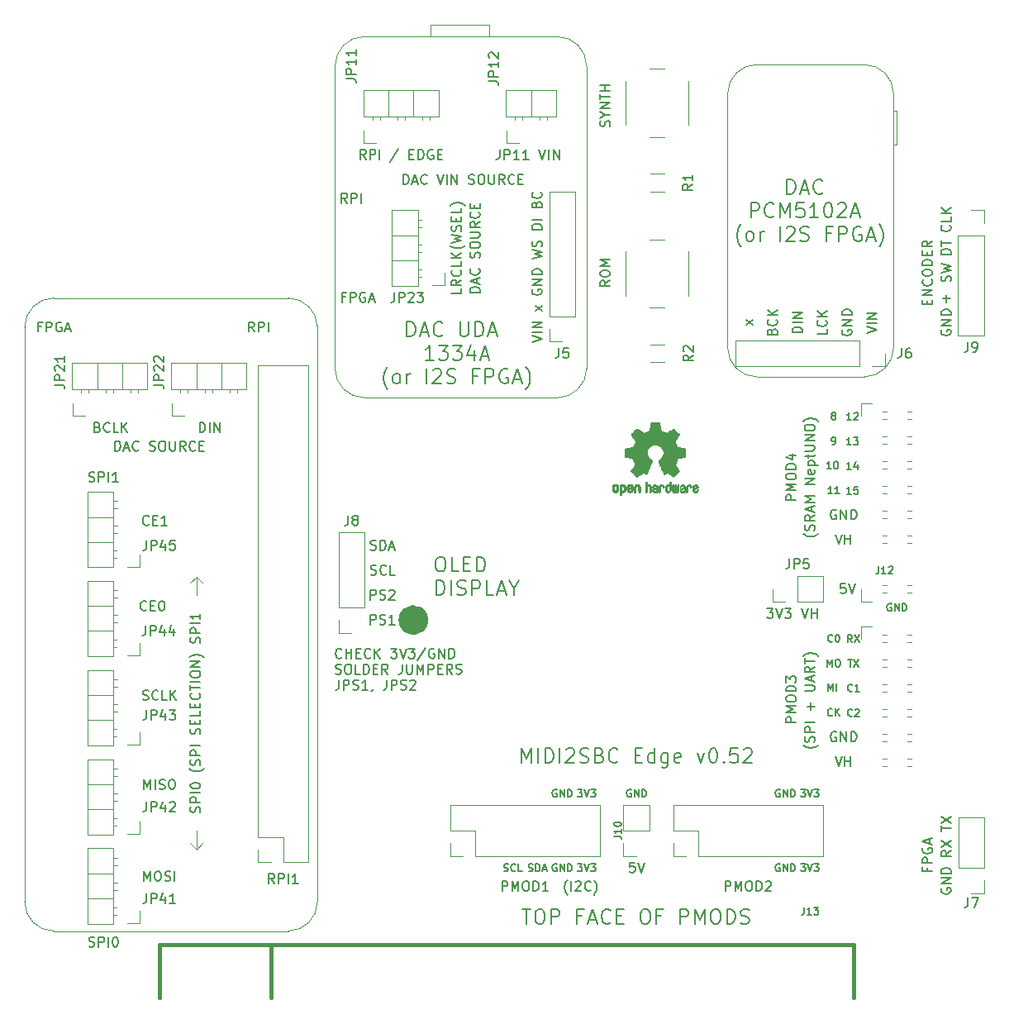
<source format=gto>
%TF.GenerationSoftware,KiCad,Pcbnew,6.0.0-d3dd2cf0fa~116~ubuntu20.04.1*%
%TF.CreationDate,2022-02-25T21:38:05+01:00*%
%TF.ProjectId,addon-edge-rpi-i2s-pmod,6164646f-6e2d-4656-9467-652d7270692d,0.52*%
%TF.SameCoordinates,Original*%
%TF.FileFunction,Legend,Top*%
%TF.FilePolarity,Positive*%
%FSLAX46Y46*%
G04 Gerber Fmt 4.6, Leading zero omitted, Abs format (unit mm)*
G04 Created by KiCad (PCBNEW 6.0.0-d3dd2cf0fa~116~ubuntu20.04.1) date 2022-02-25 21:38:05*
%MOMM*%
%LPD*%
G01*
G04 APERTURE LIST*
%ADD10C,0.120000*%
%ADD11C,1.558600*%
%ADD12C,0.150000*%
%ADD13C,0.010000*%
%ADD14C,0.406400*%
G04 APERTURE END LIST*
D10*
X127000000Y-101600000D02*
X126365000Y-102235000D01*
X127000000Y-101600000D02*
X127635000Y-102235000D01*
X127000000Y-103505000D02*
X127000000Y-101600000D01*
X127000000Y-129540000D02*
X126365000Y-128905000D01*
X127000000Y-129540000D02*
X127635000Y-128905000D01*
X127000000Y-127635000D02*
X127000000Y-129540000D01*
D11*
X150004300Y-106045000D02*
G75*
G03*
X150004300Y-106045000I-779300J0D01*
G01*
D12*
X203335000Y-76326904D02*
X203287380Y-76422142D01*
X203287380Y-76565000D01*
X203335000Y-76707857D01*
X203430238Y-76803095D01*
X203525476Y-76850714D01*
X203715952Y-76898333D01*
X203858809Y-76898333D01*
X204049285Y-76850714D01*
X204144523Y-76803095D01*
X204239761Y-76707857D01*
X204287380Y-76565000D01*
X204287380Y-76469761D01*
X204239761Y-76326904D01*
X204192142Y-76279285D01*
X203858809Y-76279285D01*
X203858809Y-76469761D01*
X204287380Y-75850714D02*
X203287380Y-75850714D01*
X204287380Y-75279285D01*
X203287380Y-75279285D01*
X204287380Y-74803095D02*
X203287380Y-74803095D01*
X203287380Y-74565000D01*
X203335000Y-74422142D01*
X203430238Y-74326904D01*
X203525476Y-74279285D01*
X203715952Y-74231666D01*
X203858809Y-74231666D01*
X204049285Y-74279285D01*
X204144523Y-74326904D01*
X204239761Y-74422142D01*
X204287380Y-74565000D01*
X204287380Y-74803095D01*
X185983571Y-76493571D02*
X186031190Y-76350714D01*
X186078809Y-76303095D01*
X186174047Y-76255476D01*
X186316904Y-76255476D01*
X186412142Y-76303095D01*
X186459761Y-76350714D01*
X186507380Y-76445952D01*
X186507380Y-76826904D01*
X185507380Y-76826904D01*
X185507380Y-76493571D01*
X185555000Y-76398333D01*
X185602619Y-76350714D01*
X185697857Y-76303095D01*
X185793095Y-76303095D01*
X185888333Y-76350714D01*
X185935952Y-76398333D01*
X185983571Y-76493571D01*
X185983571Y-76826904D01*
X186412142Y-75255476D02*
X186459761Y-75303095D01*
X186507380Y-75445952D01*
X186507380Y-75541190D01*
X186459761Y-75684047D01*
X186364523Y-75779285D01*
X186269285Y-75826904D01*
X186078809Y-75874523D01*
X185935952Y-75874523D01*
X185745476Y-75826904D01*
X185650238Y-75779285D01*
X185555000Y-75684047D01*
X185507380Y-75541190D01*
X185507380Y-75445952D01*
X185555000Y-75303095D01*
X185602619Y-75255476D01*
X186507380Y-74826904D02*
X185507380Y-74826904D01*
X186507380Y-74255476D02*
X185935952Y-74684047D01*
X185507380Y-74255476D02*
X186078809Y-74826904D01*
X115975000Y-139469761D02*
X116117857Y-139517380D01*
X116355952Y-139517380D01*
X116451190Y-139469761D01*
X116498809Y-139422142D01*
X116546428Y-139326904D01*
X116546428Y-139231666D01*
X116498809Y-139136428D01*
X116451190Y-139088809D01*
X116355952Y-139041190D01*
X116165476Y-138993571D01*
X116070238Y-138945952D01*
X116022619Y-138898333D01*
X115975000Y-138803095D01*
X115975000Y-138707857D01*
X116022619Y-138612619D01*
X116070238Y-138565000D01*
X116165476Y-138517380D01*
X116403571Y-138517380D01*
X116546428Y-138565000D01*
X116975000Y-139517380D02*
X116975000Y-138517380D01*
X117355952Y-138517380D01*
X117451190Y-138565000D01*
X117498809Y-138612619D01*
X117546428Y-138707857D01*
X117546428Y-138850714D01*
X117498809Y-138945952D01*
X117451190Y-138993571D01*
X117355952Y-139041190D01*
X116975000Y-139041190D01*
X117975000Y-139517380D02*
X117975000Y-138517380D01*
X118641666Y-138517380D02*
X118736904Y-138517380D01*
X118832142Y-138565000D01*
X118879761Y-138612619D01*
X118927380Y-138707857D01*
X118975000Y-138898333D01*
X118975000Y-139136428D01*
X118927380Y-139326904D01*
X118879761Y-139422142D01*
X118832142Y-139469761D01*
X118736904Y-139517380D01*
X118641666Y-139517380D01*
X118546428Y-139469761D01*
X118498809Y-139422142D01*
X118451190Y-139326904D01*
X118403571Y-139136428D01*
X118403571Y-138898333D01*
X118451190Y-138707857D01*
X118498809Y-138612619D01*
X118546428Y-138565000D01*
X118641666Y-138517380D01*
X204192142Y-65619238D02*
X204239761Y-65666857D01*
X204287380Y-65809714D01*
X204287380Y-65904952D01*
X204239761Y-66047809D01*
X204144523Y-66143047D01*
X204049285Y-66190666D01*
X203858809Y-66238285D01*
X203715952Y-66238285D01*
X203525476Y-66190666D01*
X203430238Y-66143047D01*
X203335000Y-66047809D01*
X203287380Y-65904952D01*
X203287380Y-65809714D01*
X203335000Y-65666857D01*
X203382619Y-65619238D01*
X204287380Y-64714476D02*
X204287380Y-65190666D01*
X203287380Y-65190666D01*
X204287380Y-64381142D02*
X203287380Y-64381142D01*
X204287380Y-63809714D02*
X203715952Y-64238285D01*
X203287380Y-63809714D02*
X203858809Y-64381142D01*
X192135142Y-115802857D02*
X192099428Y-115838571D01*
X191992285Y-115874285D01*
X191920857Y-115874285D01*
X191813714Y-115838571D01*
X191742285Y-115767142D01*
X191706571Y-115695714D01*
X191670857Y-115552857D01*
X191670857Y-115445714D01*
X191706571Y-115302857D01*
X191742285Y-115231428D01*
X191813714Y-115160000D01*
X191920857Y-115124285D01*
X191992285Y-115124285D01*
X192099428Y-115160000D01*
X192135142Y-115195714D01*
X192456571Y-115874285D02*
X192456571Y-115124285D01*
X192885142Y-115874285D02*
X192563714Y-115445714D01*
X192885142Y-115124285D02*
X192456571Y-115552857D01*
X151870357Y-99571071D02*
X152156071Y-99571071D01*
X152298928Y-99642500D01*
X152441785Y-99785357D01*
X152513214Y-100071071D01*
X152513214Y-100571071D01*
X152441785Y-100856785D01*
X152298928Y-100999642D01*
X152156071Y-101071071D01*
X151870357Y-101071071D01*
X151727500Y-100999642D01*
X151584642Y-100856785D01*
X151513214Y-100571071D01*
X151513214Y-100071071D01*
X151584642Y-99785357D01*
X151727500Y-99642500D01*
X151870357Y-99571071D01*
X153870357Y-101071071D02*
X153156071Y-101071071D01*
X153156071Y-99571071D01*
X154370357Y-100285357D02*
X154870357Y-100285357D01*
X155084642Y-101071071D02*
X154370357Y-101071071D01*
X154370357Y-99571071D01*
X155084642Y-99571071D01*
X155727500Y-101071071D02*
X155727500Y-99571071D01*
X156084642Y-99571071D01*
X156298928Y-99642500D01*
X156441785Y-99785357D01*
X156513214Y-99928214D01*
X156584642Y-100213928D01*
X156584642Y-100428214D01*
X156513214Y-100713928D01*
X156441785Y-100856785D01*
X156298928Y-100999642D01*
X156084642Y-101071071D01*
X155727500Y-101071071D01*
X151584642Y-103486071D02*
X151584642Y-101986071D01*
X151941785Y-101986071D01*
X152156071Y-102057500D01*
X152298928Y-102200357D01*
X152370357Y-102343214D01*
X152441785Y-102628928D01*
X152441785Y-102843214D01*
X152370357Y-103128928D01*
X152298928Y-103271785D01*
X152156071Y-103414642D01*
X151941785Y-103486071D01*
X151584642Y-103486071D01*
X153084642Y-103486071D02*
X153084642Y-101986071D01*
X153727500Y-103414642D02*
X153941785Y-103486071D01*
X154298928Y-103486071D01*
X154441785Y-103414642D01*
X154513214Y-103343214D01*
X154584642Y-103200357D01*
X154584642Y-103057500D01*
X154513214Y-102914642D01*
X154441785Y-102843214D01*
X154298928Y-102771785D01*
X154013214Y-102700357D01*
X153870357Y-102628928D01*
X153798928Y-102557500D01*
X153727500Y-102414642D01*
X153727500Y-102271785D01*
X153798928Y-102128928D01*
X153870357Y-102057500D01*
X154013214Y-101986071D01*
X154370357Y-101986071D01*
X154584642Y-102057500D01*
X155227500Y-103486071D02*
X155227500Y-101986071D01*
X155798928Y-101986071D01*
X155941785Y-102057500D01*
X156013214Y-102128928D01*
X156084642Y-102271785D01*
X156084642Y-102486071D01*
X156013214Y-102628928D01*
X155941785Y-102700357D01*
X155798928Y-102771785D01*
X155227500Y-102771785D01*
X157441785Y-103486071D02*
X156727500Y-103486071D01*
X156727500Y-101986071D01*
X157870357Y-103057500D02*
X158584642Y-103057500D01*
X157727500Y-103486071D02*
X158227500Y-101986071D01*
X158727500Y-103486071D01*
X159513214Y-102771785D02*
X159513214Y-103486071D01*
X159013214Y-101986071D02*
X159513214Y-102771785D01*
X160013214Y-101986071D01*
X185451904Y-104862380D02*
X186070952Y-104862380D01*
X185737619Y-105243333D01*
X185880476Y-105243333D01*
X185975714Y-105290952D01*
X186023333Y-105338571D01*
X186070952Y-105433809D01*
X186070952Y-105671904D01*
X186023333Y-105767142D01*
X185975714Y-105814761D01*
X185880476Y-105862380D01*
X185594761Y-105862380D01*
X185499523Y-105814761D01*
X185451904Y-105767142D01*
X186356666Y-104862380D02*
X186690000Y-105862380D01*
X187023333Y-104862380D01*
X187261428Y-104862380D02*
X187880476Y-104862380D01*
X187547142Y-105243333D01*
X187690000Y-105243333D01*
X187785238Y-105290952D01*
X187832857Y-105338571D01*
X187880476Y-105433809D01*
X187880476Y-105671904D01*
X187832857Y-105767142D01*
X187785238Y-105814761D01*
X187690000Y-105862380D01*
X187404285Y-105862380D01*
X187309047Y-105814761D01*
X187261428Y-105767142D01*
X193738571Y-110114285D02*
X194167142Y-110114285D01*
X193952857Y-110864285D02*
X193952857Y-110114285D01*
X194345714Y-110114285D02*
X194845714Y-110864285D01*
X194845714Y-110114285D02*
X194345714Y-110864285D01*
X183967380Y-75826904D02*
X183300714Y-75303095D01*
X183300714Y-75826904D02*
X183967380Y-75303095D01*
X156027380Y-72492619D02*
X155027380Y-72492619D01*
X155027380Y-72254523D01*
X155075000Y-72111666D01*
X155170238Y-72016428D01*
X155265476Y-71968809D01*
X155455952Y-71921190D01*
X155598809Y-71921190D01*
X155789285Y-71968809D01*
X155884523Y-72016428D01*
X155979761Y-72111666D01*
X156027380Y-72254523D01*
X156027380Y-72492619D01*
X155741666Y-71540238D02*
X155741666Y-71064047D01*
X156027380Y-71635476D02*
X155027380Y-71302142D01*
X156027380Y-70968809D01*
X155932142Y-70064047D02*
X155979761Y-70111666D01*
X156027380Y-70254523D01*
X156027380Y-70349761D01*
X155979761Y-70492619D01*
X155884523Y-70587857D01*
X155789285Y-70635476D01*
X155598809Y-70683095D01*
X155455952Y-70683095D01*
X155265476Y-70635476D01*
X155170238Y-70587857D01*
X155075000Y-70492619D01*
X155027380Y-70349761D01*
X155027380Y-70254523D01*
X155075000Y-70111666D01*
X155122619Y-70064047D01*
X155979761Y-68921190D02*
X156027380Y-68778333D01*
X156027380Y-68540238D01*
X155979761Y-68445000D01*
X155932142Y-68397380D01*
X155836904Y-68349761D01*
X155741666Y-68349761D01*
X155646428Y-68397380D01*
X155598809Y-68445000D01*
X155551190Y-68540238D01*
X155503571Y-68730714D01*
X155455952Y-68825952D01*
X155408333Y-68873571D01*
X155313095Y-68921190D01*
X155217857Y-68921190D01*
X155122619Y-68873571D01*
X155075000Y-68825952D01*
X155027380Y-68730714D01*
X155027380Y-68492619D01*
X155075000Y-68349761D01*
X155027380Y-67730714D02*
X155027380Y-67540238D01*
X155075000Y-67445000D01*
X155170238Y-67349761D01*
X155360714Y-67302142D01*
X155694047Y-67302142D01*
X155884523Y-67349761D01*
X155979761Y-67445000D01*
X156027380Y-67540238D01*
X156027380Y-67730714D01*
X155979761Y-67825952D01*
X155884523Y-67921190D01*
X155694047Y-67968809D01*
X155360714Y-67968809D01*
X155170238Y-67921190D01*
X155075000Y-67825952D01*
X155027380Y-67730714D01*
X155027380Y-66873571D02*
X155836904Y-66873571D01*
X155932142Y-66825952D01*
X155979761Y-66778333D01*
X156027380Y-66683095D01*
X156027380Y-66492619D01*
X155979761Y-66397380D01*
X155932142Y-66349761D01*
X155836904Y-66302142D01*
X155027380Y-66302142D01*
X156027380Y-65254523D02*
X155551190Y-65587857D01*
X156027380Y-65825952D02*
X155027380Y-65825952D01*
X155027380Y-65445000D01*
X155075000Y-65349761D01*
X155122619Y-65302142D01*
X155217857Y-65254523D01*
X155360714Y-65254523D01*
X155455952Y-65302142D01*
X155503571Y-65349761D01*
X155551190Y-65445000D01*
X155551190Y-65825952D01*
X155932142Y-64254523D02*
X155979761Y-64302142D01*
X156027380Y-64445000D01*
X156027380Y-64540238D01*
X155979761Y-64683095D01*
X155884523Y-64778333D01*
X155789285Y-64825952D01*
X155598809Y-64873571D01*
X155455952Y-64873571D01*
X155265476Y-64825952D01*
X155170238Y-64778333D01*
X155075000Y-64683095D01*
X155027380Y-64540238D01*
X155027380Y-64445000D01*
X155075000Y-64302142D01*
X155122619Y-64254523D01*
X155503571Y-63825952D02*
X155503571Y-63492619D01*
X156027380Y-63349761D02*
X156027380Y-63825952D01*
X155027380Y-63825952D01*
X155027380Y-63349761D01*
X160406428Y-135663571D02*
X161263571Y-135663571D01*
X160835000Y-137163571D02*
X160835000Y-135663571D01*
X162049285Y-135663571D02*
X162335000Y-135663571D01*
X162477857Y-135735000D01*
X162620714Y-135877857D01*
X162692142Y-136163571D01*
X162692142Y-136663571D01*
X162620714Y-136949285D01*
X162477857Y-137092142D01*
X162335000Y-137163571D01*
X162049285Y-137163571D01*
X161906428Y-137092142D01*
X161763571Y-136949285D01*
X161692142Y-136663571D01*
X161692142Y-136163571D01*
X161763571Y-135877857D01*
X161906428Y-135735000D01*
X162049285Y-135663571D01*
X163335000Y-137163571D02*
X163335000Y-135663571D01*
X163906428Y-135663571D01*
X164049285Y-135735000D01*
X164120714Y-135806428D01*
X164192142Y-135949285D01*
X164192142Y-136163571D01*
X164120714Y-136306428D01*
X164049285Y-136377857D01*
X163906428Y-136449285D01*
X163335000Y-136449285D01*
X166477857Y-136377857D02*
X165977857Y-136377857D01*
X165977857Y-137163571D02*
X165977857Y-135663571D01*
X166692142Y-135663571D01*
X167192142Y-136735000D02*
X167906428Y-136735000D01*
X167049285Y-137163571D02*
X167549285Y-135663571D01*
X168049285Y-137163571D01*
X169406428Y-137020714D02*
X169335000Y-137092142D01*
X169120714Y-137163571D01*
X168977857Y-137163571D01*
X168763571Y-137092142D01*
X168620714Y-136949285D01*
X168549285Y-136806428D01*
X168477857Y-136520714D01*
X168477857Y-136306428D01*
X168549285Y-136020714D01*
X168620714Y-135877857D01*
X168763571Y-135735000D01*
X168977857Y-135663571D01*
X169120714Y-135663571D01*
X169335000Y-135735000D01*
X169406428Y-135806428D01*
X170049285Y-136377857D02*
X170549285Y-136377857D01*
X170763571Y-137163571D02*
X170049285Y-137163571D01*
X170049285Y-135663571D01*
X170763571Y-135663571D01*
X172835000Y-135663571D02*
X173120714Y-135663571D01*
X173263571Y-135735000D01*
X173406428Y-135877857D01*
X173477857Y-136163571D01*
X173477857Y-136663571D01*
X173406428Y-136949285D01*
X173263571Y-137092142D01*
X173120714Y-137163571D01*
X172835000Y-137163571D01*
X172692142Y-137092142D01*
X172549285Y-136949285D01*
X172477857Y-136663571D01*
X172477857Y-136163571D01*
X172549285Y-135877857D01*
X172692142Y-135735000D01*
X172835000Y-135663571D01*
X174620714Y-136377857D02*
X174120714Y-136377857D01*
X174120714Y-137163571D02*
X174120714Y-135663571D01*
X174835000Y-135663571D01*
X176549285Y-137163571D02*
X176549285Y-135663571D01*
X177120714Y-135663571D01*
X177263571Y-135735000D01*
X177335000Y-135806428D01*
X177406428Y-135949285D01*
X177406428Y-136163571D01*
X177335000Y-136306428D01*
X177263571Y-136377857D01*
X177120714Y-136449285D01*
X176549285Y-136449285D01*
X178049285Y-137163571D02*
X178049285Y-135663571D01*
X178549285Y-136735000D01*
X179049285Y-135663571D01*
X179049285Y-137163571D01*
X180049285Y-135663571D02*
X180335000Y-135663571D01*
X180477857Y-135735000D01*
X180620714Y-135877857D01*
X180692142Y-136163571D01*
X180692142Y-136663571D01*
X180620714Y-136949285D01*
X180477857Y-137092142D01*
X180335000Y-137163571D01*
X180049285Y-137163571D01*
X179906428Y-137092142D01*
X179763571Y-136949285D01*
X179692142Y-136663571D01*
X179692142Y-136163571D01*
X179763571Y-135877857D01*
X179906428Y-135735000D01*
X180049285Y-135663571D01*
X181335000Y-137163571D02*
X181335000Y-135663571D01*
X181692142Y-135663571D01*
X181906428Y-135735000D01*
X182049285Y-135877857D01*
X182120714Y-136020714D01*
X182192142Y-136306428D01*
X182192142Y-136520714D01*
X182120714Y-136806428D01*
X182049285Y-136949285D01*
X181906428Y-137092142D01*
X181692142Y-137163571D01*
X181335000Y-137163571D01*
X182763571Y-137092142D02*
X182977857Y-137163571D01*
X183335000Y-137163571D01*
X183477857Y-137092142D01*
X183549285Y-137020714D01*
X183620714Y-136877857D01*
X183620714Y-136735000D01*
X183549285Y-136592142D01*
X183477857Y-136520714D01*
X183335000Y-136449285D01*
X183049285Y-136377857D01*
X182906428Y-136306428D01*
X182835000Y-136235000D01*
X182763571Y-136092142D01*
X182763571Y-135949285D01*
X182835000Y-135806428D01*
X182906428Y-135735000D01*
X183049285Y-135663571D01*
X183406428Y-135663571D01*
X183620714Y-135735000D01*
X194077142Y-90594285D02*
X193648571Y-90594285D01*
X193862857Y-90594285D02*
X193862857Y-89844285D01*
X193791428Y-89951428D01*
X193720000Y-90022857D01*
X193648571Y-90058571D01*
X194720000Y-90094285D02*
X194720000Y-90594285D01*
X194541428Y-89808571D02*
X194362857Y-90344285D01*
X194827142Y-90344285D01*
X171894523Y-130897380D02*
X171418333Y-130897380D01*
X171370714Y-131373571D01*
X171418333Y-131325952D01*
X171513571Y-131278333D01*
X171751666Y-131278333D01*
X171846904Y-131325952D01*
X171894523Y-131373571D01*
X171942142Y-131468809D01*
X171942142Y-131706904D01*
X171894523Y-131802142D01*
X171846904Y-131849761D01*
X171751666Y-131897380D01*
X171513571Y-131897380D01*
X171418333Y-131849761D01*
X171370714Y-131802142D01*
X172227857Y-130897380D02*
X172561190Y-131897380D01*
X172894523Y-130897380D01*
X193175000Y-76326904D02*
X193127380Y-76422142D01*
X193127380Y-76565000D01*
X193175000Y-76707857D01*
X193270238Y-76803095D01*
X193365476Y-76850714D01*
X193555952Y-76898333D01*
X193698809Y-76898333D01*
X193889285Y-76850714D01*
X193984523Y-76803095D01*
X194079761Y-76707857D01*
X194127380Y-76565000D01*
X194127380Y-76469761D01*
X194079761Y-76326904D01*
X194032142Y-76279285D01*
X193698809Y-76279285D01*
X193698809Y-76469761D01*
X194127380Y-75850714D02*
X193127380Y-75850714D01*
X194127380Y-75279285D01*
X193127380Y-75279285D01*
X194127380Y-74803095D02*
X193127380Y-74803095D01*
X193127380Y-74565000D01*
X193175000Y-74422142D01*
X193270238Y-74326904D01*
X193365476Y-74279285D01*
X193555952Y-74231666D01*
X193698809Y-74231666D01*
X193889285Y-74279285D01*
X193984523Y-74326904D01*
X194079761Y-74422142D01*
X194127380Y-74565000D01*
X194127380Y-74803095D01*
X144835714Y-103957380D02*
X144835714Y-102957380D01*
X145216666Y-102957380D01*
X145311904Y-103005000D01*
X145359523Y-103052619D01*
X145407142Y-103147857D01*
X145407142Y-103290714D01*
X145359523Y-103385952D01*
X145311904Y-103433571D01*
X145216666Y-103481190D01*
X144835714Y-103481190D01*
X145788095Y-103909761D02*
X145930952Y-103957380D01*
X146169047Y-103957380D01*
X146264285Y-103909761D01*
X146311904Y-103862142D01*
X146359523Y-103766904D01*
X146359523Y-103671666D01*
X146311904Y-103576428D01*
X146264285Y-103528809D01*
X146169047Y-103481190D01*
X145978571Y-103433571D01*
X145883333Y-103385952D01*
X145835714Y-103338333D01*
X145788095Y-103243095D01*
X145788095Y-103147857D01*
X145835714Y-103052619D01*
X145883333Y-103005000D01*
X145978571Y-102957380D01*
X146216666Y-102957380D01*
X146359523Y-103005000D01*
X146740476Y-103052619D02*
X146788095Y-103005000D01*
X146883333Y-102957380D01*
X147121428Y-102957380D01*
X147216666Y-103005000D01*
X147264285Y-103052619D01*
X147311904Y-103147857D01*
X147311904Y-103243095D01*
X147264285Y-103385952D01*
X146692857Y-103957380D01*
X147311904Y-103957380D01*
X192532095Y-94775000D02*
X192436857Y-94727380D01*
X192294000Y-94727380D01*
X192151142Y-94775000D01*
X192055904Y-94870238D01*
X192008285Y-94965476D01*
X191960666Y-95155952D01*
X191960666Y-95298809D01*
X192008285Y-95489285D01*
X192055904Y-95584523D01*
X192151142Y-95679761D01*
X192294000Y-95727380D01*
X192389238Y-95727380D01*
X192532095Y-95679761D01*
X192579714Y-95632142D01*
X192579714Y-95298809D01*
X192389238Y-95298809D01*
X193008285Y-95727380D02*
X193008285Y-94727380D01*
X193579714Y-95727380D01*
X193579714Y-94727380D01*
X194055904Y-95727380D02*
X194055904Y-94727380D01*
X194294000Y-94727380D01*
X194436857Y-94775000D01*
X194532095Y-94870238D01*
X194579714Y-94965476D01*
X194627333Y-95155952D01*
X194627333Y-95298809D01*
X194579714Y-95489285D01*
X194532095Y-95584523D01*
X194436857Y-95679761D01*
X194294000Y-95727380D01*
X194055904Y-95727380D01*
X121865952Y-104987142D02*
X121818333Y-105034761D01*
X121675476Y-105082380D01*
X121580238Y-105082380D01*
X121437380Y-105034761D01*
X121342142Y-104939523D01*
X121294523Y-104844285D01*
X121246904Y-104653809D01*
X121246904Y-104510952D01*
X121294523Y-104320476D01*
X121342142Y-104225238D01*
X121437380Y-104130000D01*
X121580238Y-104082380D01*
X121675476Y-104082380D01*
X121818333Y-104130000D01*
X121865952Y-104177619D01*
X122294523Y-104558571D02*
X122627857Y-104558571D01*
X122770714Y-105082380D02*
X122294523Y-105082380D01*
X122294523Y-104082380D01*
X122770714Y-104082380D01*
X123389761Y-104082380D02*
X123485000Y-104082380D01*
X123580238Y-104130000D01*
X123627857Y-104177619D01*
X123675476Y-104272857D01*
X123723095Y-104463333D01*
X123723095Y-104701428D01*
X123675476Y-104891904D01*
X123627857Y-104987142D01*
X123580238Y-105034761D01*
X123485000Y-105082380D01*
X123389761Y-105082380D01*
X123294523Y-105034761D01*
X123246904Y-104987142D01*
X123199285Y-104891904D01*
X123151666Y-104701428D01*
X123151666Y-104463333D01*
X123199285Y-104272857D01*
X123246904Y-104177619D01*
X123294523Y-104130000D01*
X123389761Y-104082380D01*
X192436857Y-120042380D02*
X192770190Y-121042380D01*
X193103523Y-120042380D01*
X193436857Y-121042380D02*
X193436857Y-120042380D01*
X193436857Y-120518571D02*
X194008285Y-120518571D01*
X194008285Y-121042380D02*
X194008285Y-120042380D01*
X194185000Y-115837857D02*
X194149285Y-115873571D01*
X194042142Y-115909285D01*
X193970714Y-115909285D01*
X193863571Y-115873571D01*
X193792142Y-115802142D01*
X193756428Y-115730714D01*
X193720714Y-115587857D01*
X193720714Y-115480714D01*
X193756428Y-115337857D01*
X193792142Y-115266428D01*
X193863571Y-115195000D01*
X193970714Y-115159285D01*
X194042142Y-115159285D01*
X194149285Y-115195000D01*
X194185000Y-115230714D01*
X194470714Y-115230714D02*
X194506428Y-115195000D01*
X194577857Y-115159285D01*
X194756428Y-115159285D01*
X194827857Y-115195000D01*
X194863571Y-115230714D01*
X194899285Y-115302142D01*
X194899285Y-115373571D01*
X194863571Y-115480714D01*
X194435000Y-115909285D01*
X194899285Y-115909285D01*
X198183571Y-104400000D02*
X198112142Y-104364285D01*
X198005000Y-104364285D01*
X197897857Y-104400000D01*
X197826428Y-104471428D01*
X197790714Y-104542857D01*
X197755000Y-104685714D01*
X197755000Y-104792857D01*
X197790714Y-104935714D01*
X197826428Y-105007142D01*
X197897857Y-105078571D01*
X198005000Y-105114285D01*
X198076428Y-105114285D01*
X198183571Y-105078571D01*
X198219285Y-105042857D01*
X198219285Y-104792857D01*
X198076428Y-104792857D01*
X198540714Y-105114285D02*
X198540714Y-104364285D01*
X198969285Y-105114285D01*
X198969285Y-104364285D01*
X199326428Y-105114285D02*
X199326428Y-104364285D01*
X199505000Y-104364285D01*
X199612142Y-104400000D01*
X199683571Y-104471428D01*
X199719285Y-104542857D01*
X199755000Y-104685714D01*
X199755000Y-104792857D01*
X199719285Y-104935714D01*
X199683571Y-105007142D01*
X199612142Y-105078571D01*
X199505000Y-105114285D01*
X199326428Y-105114285D01*
X142446428Y-63317380D02*
X142113095Y-62841190D01*
X141875000Y-63317380D02*
X141875000Y-62317380D01*
X142255952Y-62317380D01*
X142351190Y-62365000D01*
X142398809Y-62412619D01*
X142446428Y-62507857D01*
X142446428Y-62650714D01*
X142398809Y-62745952D01*
X142351190Y-62793571D01*
X142255952Y-62841190D01*
X141875000Y-62841190D01*
X142875000Y-63317380D02*
X142875000Y-62317380D01*
X143255952Y-62317380D01*
X143351190Y-62365000D01*
X143398809Y-62412619D01*
X143446428Y-62507857D01*
X143446428Y-62650714D01*
X143398809Y-62745952D01*
X143351190Y-62793571D01*
X143255952Y-62841190D01*
X142875000Y-62841190D01*
X143875000Y-63317380D02*
X143875000Y-62317380D01*
X163893571Y-123450000D02*
X163822142Y-123414285D01*
X163715000Y-123414285D01*
X163607857Y-123450000D01*
X163536428Y-123521428D01*
X163500714Y-123592857D01*
X163465000Y-123735714D01*
X163465000Y-123842857D01*
X163500714Y-123985714D01*
X163536428Y-124057142D01*
X163607857Y-124128571D01*
X163715000Y-124164285D01*
X163786428Y-124164285D01*
X163893571Y-124128571D01*
X163929285Y-124092857D01*
X163929285Y-123842857D01*
X163786428Y-123842857D01*
X164250714Y-124164285D02*
X164250714Y-123414285D01*
X164679285Y-124164285D01*
X164679285Y-123414285D01*
X165036428Y-124164285D02*
X165036428Y-123414285D01*
X165215000Y-123414285D01*
X165322142Y-123450000D01*
X165393571Y-123521428D01*
X165429285Y-123592857D01*
X165465000Y-123735714D01*
X165465000Y-123842857D01*
X165429285Y-123985714D01*
X165393571Y-124057142D01*
X165322142Y-124128571D01*
X165215000Y-124164285D01*
X165036428Y-124164285D01*
X188936428Y-131034285D02*
X189400714Y-131034285D01*
X189150714Y-131320000D01*
X189257857Y-131320000D01*
X189329285Y-131355714D01*
X189365000Y-131391428D01*
X189400714Y-131462857D01*
X189400714Y-131641428D01*
X189365000Y-131712857D01*
X189329285Y-131748571D01*
X189257857Y-131784285D01*
X189043571Y-131784285D01*
X188972142Y-131748571D01*
X188936428Y-131712857D01*
X189615000Y-131034285D02*
X189865000Y-131784285D01*
X190115000Y-131034285D01*
X190293571Y-131034285D02*
X190757857Y-131034285D01*
X190507857Y-131320000D01*
X190615000Y-131320000D01*
X190686428Y-131355714D01*
X190722142Y-131391428D01*
X190757857Y-131462857D01*
X190757857Y-131641428D01*
X190722142Y-131712857D01*
X190686428Y-131748571D01*
X190615000Y-131784285D01*
X190400714Y-131784285D01*
X190329285Y-131748571D01*
X190293571Y-131712857D01*
X195667380Y-76660238D02*
X196667380Y-76326904D01*
X195667380Y-75993571D01*
X196667380Y-75660238D02*
X195667380Y-75660238D01*
X196667380Y-75184047D02*
X195667380Y-75184047D01*
X196667380Y-74612619D01*
X195667380Y-74612619D01*
X116873928Y-86288571D02*
X117016785Y-86336190D01*
X117064404Y-86383809D01*
X117112023Y-86479047D01*
X117112023Y-86621904D01*
X117064404Y-86717142D01*
X117016785Y-86764761D01*
X116921547Y-86812380D01*
X116540595Y-86812380D01*
X116540595Y-85812380D01*
X116873928Y-85812380D01*
X116969166Y-85860000D01*
X117016785Y-85907619D01*
X117064404Y-86002857D01*
X117064404Y-86098095D01*
X117016785Y-86193333D01*
X116969166Y-86240952D01*
X116873928Y-86288571D01*
X116540595Y-86288571D01*
X118112023Y-86717142D02*
X118064404Y-86764761D01*
X117921547Y-86812380D01*
X117826309Y-86812380D01*
X117683452Y-86764761D01*
X117588214Y-86669523D01*
X117540595Y-86574285D01*
X117492976Y-86383809D01*
X117492976Y-86240952D01*
X117540595Y-86050476D01*
X117588214Y-85955238D01*
X117683452Y-85860000D01*
X117826309Y-85812380D01*
X117921547Y-85812380D01*
X118064404Y-85860000D01*
X118112023Y-85907619D01*
X119016785Y-86812380D02*
X118540595Y-86812380D01*
X118540595Y-85812380D01*
X119350119Y-86812380D02*
X119350119Y-85812380D01*
X119921547Y-86812380D02*
X119492976Y-86240952D01*
X119921547Y-85812380D02*
X119350119Y-86383809D01*
X166051428Y-123414285D02*
X166515714Y-123414285D01*
X166265714Y-123700000D01*
X166372857Y-123700000D01*
X166444285Y-123735714D01*
X166480000Y-123771428D01*
X166515714Y-123842857D01*
X166515714Y-124021428D01*
X166480000Y-124092857D01*
X166444285Y-124128571D01*
X166372857Y-124164285D01*
X166158571Y-124164285D01*
X166087142Y-124128571D01*
X166051428Y-124092857D01*
X166730000Y-123414285D02*
X166980000Y-124164285D01*
X167230000Y-123414285D01*
X167408571Y-123414285D02*
X167872857Y-123414285D01*
X167622857Y-123700000D01*
X167730000Y-123700000D01*
X167801428Y-123735714D01*
X167837142Y-123771428D01*
X167872857Y-123842857D01*
X167872857Y-124021428D01*
X167837142Y-124092857D01*
X167801428Y-124128571D01*
X167730000Y-124164285D01*
X167515714Y-124164285D01*
X167444285Y-124128571D01*
X167408571Y-124092857D01*
X204239761Y-71342142D02*
X204287380Y-71199285D01*
X204287380Y-70961190D01*
X204239761Y-70865952D01*
X204192142Y-70818333D01*
X204096904Y-70770714D01*
X204001666Y-70770714D01*
X203906428Y-70818333D01*
X203858809Y-70865952D01*
X203811190Y-70961190D01*
X203763571Y-71151666D01*
X203715952Y-71246904D01*
X203668333Y-71294523D01*
X203573095Y-71342142D01*
X203477857Y-71342142D01*
X203382619Y-71294523D01*
X203335000Y-71246904D01*
X203287380Y-71151666D01*
X203287380Y-70913571D01*
X203335000Y-70770714D01*
X203287380Y-70437380D02*
X204287380Y-70199285D01*
X203573095Y-70008809D01*
X204287380Y-69818333D01*
X203287380Y-69580238D01*
X192135142Y-93099285D02*
X191706571Y-93099285D01*
X191920857Y-93099285D02*
X191920857Y-92349285D01*
X191849428Y-92456428D01*
X191778000Y-92527857D01*
X191706571Y-92563571D01*
X192849428Y-93099285D02*
X192420857Y-93099285D01*
X192635142Y-93099285D02*
X192635142Y-92349285D01*
X192563714Y-92456428D01*
X192492285Y-92527857D01*
X192420857Y-92563571D01*
X201858571Y-131460714D02*
X201858571Y-131794047D01*
X202382380Y-131794047D02*
X201382380Y-131794047D01*
X201382380Y-131317857D01*
X202382380Y-130936904D02*
X201382380Y-130936904D01*
X201382380Y-130555952D01*
X201430000Y-130460714D01*
X201477619Y-130413095D01*
X201572857Y-130365476D01*
X201715714Y-130365476D01*
X201810952Y-130413095D01*
X201858571Y-130460714D01*
X201906190Y-130555952D01*
X201906190Y-130936904D01*
X201430000Y-129413095D02*
X201382380Y-129508333D01*
X201382380Y-129651190D01*
X201430000Y-129794047D01*
X201525238Y-129889285D01*
X201620476Y-129936904D01*
X201810952Y-129984523D01*
X201953809Y-129984523D01*
X202144285Y-129936904D01*
X202239523Y-129889285D01*
X202334761Y-129794047D01*
X202382380Y-129651190D01*
X202382380Y-129555952D01*
X202334761Y-129413095D01*
X202287142Y-129365476D01*
X201953809Y-129365476D01*
X201953809Y-129555952D01*
X202096666Y-128984523D02*
X202096666Y-128508333D01*
X202382380Y-129079761D02*
X201382380Y-128746428D01*
X202382380Y-128413095D01*
X163893571Y-131070000D02*
X163822142Y-131034285D01*
X163715000Y-131034285D01*
X163607857Y-131070000D01*
X163536428Y-131141428D01*
X163500714Y-131212857D01*
X163465000Y-131355714D01*
X163465000Y-131462857D01*
X163500714Y-131605714D01*
X163536428Y-131677142D01*
X163607857Y-131748571D01*
X163715000Y-131784285D01*
X163786428Y-131784285D01*
X163893571Y-131748571D01*
X163929285Y-131712857D01*
X163929285Y-131462857D01*
X163786428Y-131462857D01*
X164250714Y-131784285D02*
X164250714Y-131034285D01*
X164679285Y-131784285D01*
X164679285Y-131034285D01*
X165036428Y-131784285D02*
X165036428Y-131034285D01*
X165215000Y-131034285D01*
X165322142Y-131070000D01*
X165393571Y-131141428D01*
X165429285Y-131212857D01*
X165465000Y-131355714D01*
X165465000Y-131462857D01*
X165429285Y-131605714D01*
X165393571Y-131677142D01*
X165322142Y-131748571D01*
X165215000Y-131784285D01*
X165036428Y-131784285D01*
X121618571Y-132786380D02*
X121618571Y-131786380D01*
X121951904Y-132500666D01*
X122285238Y-131786380D01*
X122285238Y-132786380D01*
X122951904Y-131786380D02*
X123142380Y-131786380D01*
X123237619Y-131834000D01*
X123332857Y-131929238D01*
X123380476Y-132119714D01*
X123380476Y-132453047D01*
X123332857Y-132643523D01*
X123237619Y-132738761D01*
X123142380Y-132786380D01*
X122951904Y-132786380D01*
X122856666Y-132738761D01*
X122761428Y-132643523D01*
X122713809Y-132453047D01*
X122713809Y-132119714D01*
X122761428Y-131929238D01*
X122856666Y-131834000D01*
X122951904Y-131786380D01*
X123761428Y-132738761D02*
X123904285Y-132786380D01*
X124142380Y-132786380D01*
X124237619Y-132738761D01*
X124285238Y-132691142D01*
X124332857Y-132595904D01*
X124332857Y-132500666D01*
X124285238Y-132405428D01*
X124237619Y-132357809D01*
X124142380Y-132310190D01*
X123951904Y-132262571D01*
X123856666Y-132214952D01*
X123809047Y-132167333D01*
X123761428Y-132072095D01*
X123761428Y-131976857D01*
X123809047Y-131881619D01*
X123856666Y-131834000D01*
X123951904Y-131786380D01*
X124190000Y-131786380D01*
X124332857Y-131834000D01*
X124761428Y-132786380D02*
X124761428Y-131786380D01*
X162099761Y-57872380D02*
X162433095Y-58872380D01*
X162766428Y-57872380D01*
X163099761Y-58872380D02*
X163099761Y-57872380D01*
X163575952Y-58872380D02*
X163575952Y-57872380D01*
X164147380Y-58872380D01*
X164147380Y-57872380D01*
X192008142Y-90559285D02*
X191579571Y-90559285D01*
X191793857Y-90559285D02*
X191793857Y-89809285D01*
X191722428Y-89916428D01*
X191651000Y-89987857D01*
X191579571Y-90023571D01*
X192472428Y-89809285D02*
X192543857Y-89809285D01*
X192615285Y-89845000D01*
X192651000Y-89880714D01*
X192686714Y-89952142D01*
X192722428Y-90095000D01*
X192722428Y-90273571D01*
X192686714Y-90416428D01*
X192651000Y-90487857D01*
X192615285Y-90523571D01*
X192543857Y-90559285D01*
X192472428Y-90559285D01*
X192401000Y-90523571D01*
X192365285Y-90487857D01*
X192329571Y-90416428D01*
X192293857Y-90273571D01*
X192293857Y-90095000D01*
X192329571Y-89952142D01*
X192365285Y-89880714D01*
X192401000Y-89845000D01*
X192472428Y-89809285D01*
X121618571Y-123377380D02*
X121618571Y-122377380D01*
X121951904Y-123091666D01*
X122285238Y-122377380D01*
X122285238Y-123377380D01*
X122761428Y-123377380D02*
X122761428Y-122377380D01*
X123190000Y-123329761D02*
X123332857Y-123377380D01*
X123570952Y-123377380D01*
X123666190Y-123329761D01*
X123713809Y-123282142D01*
X123761428Y-123186904D01*
X123761428Y-123091666D01*
X123713809Y-122996428D01*
X123666190Y-122948809D01*
X123570952Y-122901190D01*
X123380476Y-122853571D01*
X123285238Y-122805952D01*
X123237619Y-122758333D01*
X123190000Y-122663095D01*
X123190000Y-122567857D01*
X123237619Y-122472619D01*
X123285238Y-122425000D01*
X123380476Y-122377380D01*
X123618571Y-122377380D01*
X123761428Y-122425000D01*
X124380476Y-122377380D02*
X124570952Y-122377380D01*
X124666190Y-122425000D01*
X124761428Y-122520238D01*
X124809047Y-122710714D01*
X124809047Y-123044047D01*
X124761428Y-123234523D01*
X124666190Y-123329761D01*
X124570952Y-123377380D01*
X124380476Y-123377380D01*
X124285238Y-123329761D01*
X124190000Y-123234523D01*
X124142380Y-123044047D01*
X124142380Y-122710714D01*
X124190000Y-122520238D01*
X124285238Y-122425000D01*
X124380476Y-122377380D01*
X204287380Y-68587857D02*
X203287380Y-68587857D01*
X203287380Y-68349761D01*
X203335000Y-68206904D01*
X203430238Y-68111666D01*
X203525476Y-68064047D01*
X203715952Y-68016428D01*
X203858809Y-68016428D01*
X204049285Y-68064047D01*
X204144523Y-68111666D01*
X204239761Y-68206904D01*
X204287380Y-68349761D01*
X204287380Y-68587857D01*
X203287380Y-67730714D02*
X203287380Y-67159285D01*
X204287380Y-67445000D02*
X203287380Y-67445000D01*
X194185000Y-108324285D02*
X193935000Y-107967142D01*
X193756428Y-108324285D02*
X193756428Y-107574285D01*
X194042142Y-107574285D01*
X194113571Y-107610000D01*
X194149285Y-107645714D01*
X194185000Y-107717142D01*
X194185000Y-107824285D01*
X194149285Y-107895714D01*
X194113571Y-107931428D01*
X194042142Y-107967142D01*
X193756428Y-107967142D01*
X194435000Y-107574285D02*
X194935000Y-108324285D01*
X194935000Y-107574285D02*
X194435000Y-108324285D01*
X148185952Y-61412380D02*
X148185952Y-60412380D01*
X148424047Y-60412380D01*
X148566904Y-60460000D01*
X148662142Y-60555238D01*
X148709761Y-60650476D01*
X148757380Y-60840952D01*
X148757380Y-60983809D01*
X148709761Y-61174285D01*
X148662142Y-61269523D01*
X148566904Y-61364761D01*
X148424047Y-61412380D01*
X148185952Y-61412380D01*
X149138333Y-61126666D02*
X149614523Y-61126666D01*
X149043095Y-61412380D02*
X149376428Y-60412380D01*
X149709761Y-61412380D01*
X150614523Y-61317142D02*
X150566904Y-61364761D01*
X150424047Y-61412380D01*
X150328809Y-61412380D01*
X150185952Y-61364761D01*
X150090714Y-61269523D01*
X150043095Y-61174285D01*
X149995476Y-60983809D01*
X149995476Y-60840952D01*
X150043095Y-60650476D01*
X150090714Y-60555238D01*
X150185952Y-60460000D01*
X150328809Y-60412380D01*
X150424047Y-60412380D01*
X150566904Y-60460000D01*
X150614523Y-60507619D01*
X151662142Y-60412380D02*
X151995476Y-61412380D01*
X152328809Y-60412380D01*
X152662142Y-61412380D02*
X152662142Y-60412380D01*
X153138333Y-61412380D02*
X153138333Y-60412380D01*
X153709761Y-61412380D01*
X153709761Y-60412380D01*
X154900238Y-61364761D02*
X155043095Y-61412380D01*
X155281190Y-61412380D01*
X155376428Y-61364761D01*
X155424047Y-61317142D01*
X155471666Y-61221904D01*
X155471666Y-61126666D01*
X155424047Y-61031428D01*
X155376428Y-60983809D01*
X155281190Y-60936190D01*
X155090714Y-60888571D01*
X154995476Y-60840952D01*
X154947857Y-60793333D01*
X154900238Y-60698095D01*
X154900238Y-60602857D01*
X154947857Y-60507619D01*
X154995476Y-60460000D01*
X155090714Y-60412380D01*
X155328809Y-60412380D01*
X155471666Y-60460000D01*
X156090714Y-60412380D02*
X156281190Y-60412380D01*
X156376428Y-60460000D01*
X156471666Y-60555238D01*
X156519285Y-60745714D01*
X156519285Y-61079047D01*
X156471666Y-61269523D01*
X156376428Y-61364761D01*
X156281190Y-61412380D01*
X156090714Y-61412380D01*
X155995476Y-61364761D01*
X155900238Y-61269523D01*
X155852619Y-61079047D01*
X155852619Y-60745714D01*
X155900238Y-60555238D01*
X155995476Y-60460000D01*
X156090714Y-60412380D01*
X156947857Y-60412380D02*
X156947857Y-61221904D01*
X156995476Y-61317142D01*
X157043095Y-61364761D01*
X157138333Y-61412380D01*
X157328809Y-61412380D01*
X157424047Y-61364761D01*
X157471666Y-61317142D01*
X157519285Y-61221904D01*
X157519285Y-60412380D01*
X158566904Y-61412380D02*
X158233571Y-60936190D01*
X157995476Y-61412380D02*
X157995476Y-60412380D01*
X158376428Y-60412380D01*
X158471666Y-60460000D01*
X158519285Y-60507619D01*
X158566904Y-60602857D01*
X158566904Y-60745714D01*
X158519285Y-60840952D01*
X158471666Y-60888571D01*
X158376428Y-60936190D01*
X157995476Y-60936190D01*
X159566904Y-61317142D02*
X159519285Y-61364761D01*
X159376428Y-61412380D01*
X159281190Y-61412380D01*
X159138333Y-61364761D01*
X159043095Y-61269523D01*
X158995476Y-61174285D01*
X158947857Y-60983809D01*
X158947857Y-60840952D01*
X158995476Y-60650476D01*
X159043095Y-60555238D01*
X159138333Y-60460000D01*
X159281190Y-60412380D01*
X159376428Y-60412380D01*
X159519285Y-60460000D01*
X159566904Y-60507619D01*
X159995476Y-60888571D02*
X160328809Y-60888571D01*
X160471666Y-61412380D02*
X159995476Y-61412380D01*
X159995476Y-60412380D01*
X160471666Y-60412380D01*
X194185000Y-113297857D02*
X194149285Y-113333571D01*
X194042142Y-113369285D01*
X193970714Y-113369285D01*
X193863571Y-113333571D01*
X193792142Y-113262142D01*
X193756428Y-113190714D01*
X193720714Y-113047857D01*
X193720714Y-112940714D01*
X193756428Y-112797857D01*
X193792142Y-112726428D01*
X193863571Y-112655000D01*
X193970714Y-112619285D01*
X194042142Y-112619285D01*
X194149285Y-112655000D01*
X194185000Y-112690714D01*
X194899285Y-113369285D02*
X194470714Y-113369285D01*
X194685000Y-113369285D02*
X194685000Y-112619285D01*
X194613571Y-112726428D01*
X194542142Y-112797857D01*
X194470714Y-112833571D01*
X192436857Y-97267380D02*
X192770190Y-98267380D01*
X193103523Y-97267380D01*
X193436857Y-98267380D02*
X193436857Y-97267380D01*
X193436857Y-97743571D02*
X194008285Y-97743571D01*
X194008285Y-98267380D02*
X194008285Y-97267380D01*
X203454047Y-73096428D02*
X204215952Y-73096428D01*
X203835000Y-73477380D02*
X203835000Y-72715476D01*
X186753571Y-131070000D02*
X186682142Y-131034285D01*
X186575000Y-131034285D01*
X186467857Y-131070000D01*
X186396428Y-131141428D01*
X186360714Y-131212857D01*
X186325000Y-131355714D01*
X186325000Y-131462857D01*
X186360714Y-131605714D01*
X186396428Y-131677142D01*
X186467857Y-131748571D01*
X186575000Y-131784285D01*
X186646428Y-131784285D01*
X186753571Y-131748571D01*
X186789285Y-131712857D01*
X186789285Y-131462857D01*
X186646428Y-131462857D01*
X187110714Y-131784285D02*
X187110714Y-131034285D01*
X187539285Y-131784285D01*
X187539285Y-131034285D01*
X187896428Y-131784285D02*
X187896428Y-131034285D01*
X188075000Y-131034285D01*
X188182142Y-131070000D01*
X188253571Y-131141428D01*
X188289285Y-131212857D01*
X188325000Y-131355714D01*
X188325000Y-131462857D01*
X188289285Y-131605714D01*
X188253571Y-131677142D01*
X188182142Y-131748571D01*
X188075000Y-131784285D01*
X187896428Y-131784285D01*
X154122380Y-72111666D02*
X154122380Y-72587857D01*
X153122380Y-72587857D01*
X154122380Y-71206904D02*
X153646190Y-71540238D01*
X154122380Y-71778333D02*
X153122380Y-71778333D01*
X153122380Y-71397380D01*
X153170000Y-71302142D01*
X153217619Y-71254523D01*
X153312857Y-71206904D01*
X153455714Y-71206904D01*
X153550952Y-71254523D01*
X153598571Y-71302142D01*
X153646190Y-71397380D01*
X153646190Y-71778333D01*
X154027142Y-70206904D02*
X154074761Y-70254523D01*
X154122380Y-70397380D01*
X154122380Y-70492619D01*
X154074761Y-70635476D01*
X153979523Y-70730714D01*
X153884285Y-70778333D01*
X153693809Y-70825952D01*
X153550952Y-70825952D01*
X153360476Y-70778333D01*
X153265238Y-70730714D01*
X153170000Y-70635476D01*
X153122380Y-70492619D01*
X153122380Y-70397380D01*
X153170000Y-70254523D01*
X153217619Y-70206904D01*
X154122380Y-69302142D02*
X154122380Y-69778333D01*
X153122380Y-69778333D01*
X154122380Y-68968809D02*
X153122380Y-68968809D01*
X154122380Y-68397380D02*
X153550952Y-68825952D01*
X153122380Y-68397380D02*
X153693809Y-68968809D01*
X154503333Y-67683095D02*
X154455714Y-67730714D01*
X154312857Y-67825952D01*
X154217619Y-67873571D01*
X154074761Y-67921190D01*
X153836666Y-67968809D01*
X153646190Y-67968809D01*
X153408095Y-67921190D01*
X153265238Y-67873571D01*
X153170000Y-67825952D01*
X153027142Y-67730714D01*
X152979523Y-67683095D01*
X153122380Y-67397380D02*
X154122380Y-67159285D01*
X153408095Y-66968809D01*
X154122380Y-66778333D01*
X153122380Y-66540238D01*
X154074761Y-66206904D02*
X154122380Y-66064047D01*
X154122380Y-65825952D01*
X154074761Y-65730714D01*
X154027142Y-65683095D01*
X153931904Y-65635476D01*
X153836666Y-65635476D01*
X153741428Y-65683095D01*
X153693809Y-65730714D01*
X153646190Y-65825952D01*
X153598571Y-66016428D01*
X153550952Y-66111666D01*
X153503333Y-66159285D01*
X153408095Y-66206904D01*
X153312857Y-66206904D01*
X153217619Y-66159285D01*
X153170000Y-66111666D01*
X153122380Y-66016428D01*
X153122380Y-65778333D01*
X153170000Y-65635476D01*
X153598571Y-65206904D02*
X153598571Y-64873571D01*
X154122380Y-64730714D02*
X154122380Y-65206904D01*
X153122380Y-65206904D01*
X153122380Y-64730714D01*
X154122380Y-63825952D02*
X154122380Y-64302142D01*
X153122380Y-64302142D01*
X154503333Y-63587857D02*
X154455714Y-63540238D01*
X154312857Y-63445000D01*
X154217619Y-63397380D01*
X154074761Y-63349761D01*
X153836666Y-63302142D01*
X153646190Y-63302142D01*
X153408095Y-63349761D01*
X153265238Y-63397380D01*
X153170000Y-63445000D01*
X153027142Y-63540238D01*
X152979523Y-63587857D01*
X171513571Y-123450000D02*
X171442142Y-123414285D01*
X171335000Y-123414285D01*
X171227857Y-123450000D01*
X171156428Y-123521428D01*
X171120714Y-123592857D01*
X171085000Y-123735714D01*
X171085000Y-123842857D01*
X171120714Y-123985714D01*
X171156428Y-124057142D01*
X171227857Y-124128571D01*
X171335000Y-124164285D01*
X171406428Y-124164285D01*
X171513571Y-124128571D01*
X171549285Y-124092857D01*
X171549285Y-123842857D01*
X171406428Y-123842857D01*
X171870714Y-124164285D02*
X171870714Y-123414285D01*
X172299285Y-124164285D01*
X172299285Y-123414285D01*
X172656428Y-124164285D02*
X172656428Y-123414285D01*
X172835000Y-123414285D01*
X172942142Y-123450000D01*
X173013571Y-123521428D01*
X173049285Y-123592857D01*
X173085000Y-123735714D01*
X173085000Y-123842857D01*
X173049285Y-123985714D01*
X173013571Y-124057142D01*
X172942142Y-124128571D01*
X172835000Y-124164285D01*
X172656428Y-124164285D01*
X142224285Y-72953571D02*
X141890952Y-72953571D01*
X141890952Y-73477380D02*
X141890952Y-72477380D01*
X142367142Y-72477380D01*
X142748095Y-73477380D02*
X142748095Y-72477380D01*
X143129047Y-72477380D01*
X143224285Y-72525000D01*
X143271904Y-72572619D01*
X143319523Y-72667857D01*
X143319523Y-72810714D01*
X143271904Y-72905952D01*
X143224285Y-72953571D01*
X143129047Y-73001190D01*
X142748095Y-73001190D01*
X144271904Y-72525000D02*
X144176666Y-72477380D01*
X144033809Y-72477380D01*
X143890952Y-72525000D01*
X143795714Y-72620238D01*
X143748095Y-72715476D01*
X143700476Y-72905952D01*
X143700476Y-73048809D01*
X143748095Y-73239285D01*
X143795714Y-73334523D01*
X143890952Y-73429761D01*
X144033809Y-73477380D01*
X144129047Y-73477380D01*
X144271904Y-73429761D01*
X144319523Y-73382142D01*
X144319523Y-73048809D01*
X144129047Y-73048809D01*
X144700476Y-73191666D02*
X145176666Y-73191666D01*
X144605238Y-73477380D02*
X144938571Y-72477380D01*
X145271904Y-73477380D01*
X115975000Y-91844761D02*
X116117857Y-91892380D01*
X116355952Y-91892380D01*
X116451190Y-91844761D01*
X116498809Y-91797142D01*
X116546428Y-91701904D01*
X116546428Y-91606666D01*
X116498809Y-91511428D01*
X116451190Y-91463809D01*
X116355952Y-91416190D01*
X116165476Y-91368571D01*
X116070238Y-91320952D01*
X116022619Y-91273333D01*
X115975000Y-91178095D01*
X115975000Y-91082857D01*
X116022619Y-90987619D01*
X116070238Y-90940000D01*
X116165476Y-90892380D01*
X116403571Y-90892380D01*
X116546428Y-90940000D01*
X116975000Y-91892380D02*
X116975000Y-90892380D01*
X117355952Y-90892380D01*
X117451190Y-90940000D01*
X117498809Y-90987619D01*
X117546428Y-91082857D01*
X117546428Y-91225714D01*
X117498809Y-91320952D01*
X117451190Y-91368571D01*
X117355952Y-91416190D01*
X116975000Y-91416190D01*
X117975000Y-91892380D02*
X117975000Y-90892380D01*
X118975000Y-91892380D02*
X118403571Y-91892380D01*
X118689285Y-91892380D02*
X118689285Y-90892380D01*
X118594047Y-91035238D01*
X118498809Y-91130476D01*
X118403571Y-91178095D01*
X111109285Y-75988572D02*
X110775952Y-75988572D01*
X110775952Y-76512381D02*
X110775952Y-75512381D01*
X111252142Y-75512381D01*
X111633095Y-76512381D02*
X111633095Y-75512381D01*
X112014047Y-75512381D01*
X112109285Y-75560001D01*
X112156904Y-75607620D01*
X112204523Y-75702858D01*
X112204523Y-75845715D01*
X112156904Y-75940953D01*
X112109285Y-75988572D01*
X112014047Y-76036191D01*
X111633095Y-76036191D01*
X113156904Y-75560001D02*
X113061666Y-75512381D01*
X112918809Y-75512381D01*
X112775952Y-75560001D01*
X112680714Y-75655239D01*
X112633095Y-75750477D01*
X112585476Y-75940953D01*
X112585476Y-76083810D01*
X112633095Y-76274286D01*
X112680714Y-76369524D01*
X112775952Y-76464762D01*
X112918809Y-76512381D01*
X113014047Y-76512381D01*
X113156904Y-76464762D01*
X113204523Y-76417143D01*
X113204523Y-76083810D01*
X113014047Y-76083810D01*
X113585476Y-76226667D02*
X114061666Y-76226667D01*
X113490238Y-76512381D02*
X113823571Y-75512381D01*
X114156904Y-76512381D01*
X194077142Y-93134285D02*
X193648571Y-93134285D01*
X193862857Y-93134285D02*
X193862857Y-92384285D01*
X193791428Y-92491428D01*
X193720000Y-92562857D01*
X193648571Y-92598571D01*
X194755714Y-92384285D02*
X194398571Y-92384285D01*
X194362857Y-92741428D01*
X194398571Y-92705714D01*
X194470000Y-92670000D01*
X194648571Y-92670000D01*
X194720000Y-92705714D01*
X194755714Y-92741428D01*
X194791428Y-92812857D01*
X194791428Y-92991428D01*
X194755714Y-93062857D01*
X194720000Y-93098571D01*
X194648571Y-93134285D01*
X194470000Y-93134285D01*
X194398571Y-93098571D01*
X194362857Y-93062857D01*
X141877023Y-109872142D02*
X141829404Y-109919761D01*
X141686547Y-109967380D01*
X141591309Y-109967380D01*
X141448452Y-109919761D01*
X141353214Y-109824523D01*
X141305595Y-109729285D01*
X141257976Y-109538809D01*
X141257976Y-109395952D01*
X141305595Y-109205476D01*
X141353214Y-109110238D01*
X141448452Y-109015000D01*
X141591309Y-108967380D01*
X141686547Y-108967380D01*
X141829404Y-109015000D01*
X141877023Y-109062619D01*
X142305595Y-109967380D02*
X142305595Y-108967380D01*
X142305595Y-109443571D02*
X142877023Y-109443571D01*
X142877023Y-109967380D02*
X142877023Y-108967380D01*
X143353214Y-109443571D02*
X143686547Y-109443571D01*
X143829404Y-109967380D02*
X143353214Y-109967380D01*
X143353214Y-108967380D01*
X143829404Y-108967380D01*
X144829404Y-109872142D02*
X144781785Y-109919761D01*
X144638928Y-109967380D01*
X144543690Y-109967380D01*
X144400833Y-109919761D01*
X144305595Y-109824523D01*
X144257976Y-109729285D01*
X144210357Y-109538809D01*
X144210357Y-109395952D01*
X144257976Y-109205476D01*
X144305595Y-109110238D01*
X144400833Y-109015000D01*
X144543690Y-108967380D01*
X144638928Y-108967380D01*
X144781785Y-109015000D01*
X144829404Y-109062619D01*
X145257976Y-109967380D02*
X145257976Y-108967380D01*
X145829404Y-109967380D02*
X145400833Y-109395952D01*
X145829404Y-108967380D02*
X145257976Y-109538809D01*
X146924642Y-108967380D02*
X147543690Y-108967380D01*
X147210357Y-109348333D01*
X147353214Y-109348333D01*
X147448452Y-109395952D01*
X147496071Y-109443571D01*
X147543690Y-109538809D01*
X147543690Y-109776904D01*
X147496071Y-109872142D01*
X147448452Y-109919761D01*
X147353214Y-109967380D01*
X147067500Y-109967380D01*
X146972261Y-109919761D01*
X146924642Y-109872142D01*
X147829404Y-108967380D02*
X148162738Y-109967380D01*
X148496071Y-108967380D01*
X148734166Y-108967380D02*
X149353214Y-108967380D01*
X149019880Y-109348333D01*
X149162738Y-109348333D01*
X149257976Y-109395952D01*
X149305595Y-109443571D01*
X149353214Y-109538809D01*
X149353214Y-109776904D01*
X149305595Y-109872142D01*
X149257976Y-109919761D01*
X149162738Y-109967380D01*
X148877023Y-109967380D01*
X148781785Y-109919761D01*
X148734166Y-109872142D01*
X150496071Y-108919761D02*
X149638928Y-110205476D01*
X151353214Y-109015000D02*
X151257976Y-108967380D01*
X151115119Y-108967380D01*
X150972261Y-109015000D01*
X150877023Y-109110238D01*
X150829404Y-109205476D01*
X150781785Y-109395952D01*
X150781785Y-109538809D01*
X150829404Y-109729285D01*
X150877023Y-109824523D01*
X150972261Y-109919761D01*
X151115119Y-109967380D01*
X151210357Y-109967380D01*
X151353214Y-109919761D01*
X151400833Y-109872142D01*
X151400833Y-109538809D01*
X151210357Y-109538809D01*
X151829404Y-109967380D02*
X151829404Y-108967380D01*
X152400833Y-109967380D01*
X152400833Y-108967380D01*
X152877023Y-109967380D02*
X152877023Y-108967380D01*
X153115119Y-108967380D01*
X153257976Y-109015000D01*
X153353214Y-109110238D01*
X153400833Y-109205476D01*
X153448452Y-109395952D01*
X153448452Y-109538809D01*
X153400833Y-109729285D01*
X153353214Y-109824523D01*
X153257976Y-109919761D01*
X153115119Y-109967380D01*
X152877023Y-109967380D01*
X141257976Y-111529761D02*
X141400833Y-111577380D01*
X141638928Y-111577380D01*
X141734166Y-111529761D01*
X141781785Y-111482142D01*
X141829404Y-111386904D01*
X141829404Y-111291666D01*
X141781785Y-111196428D01*
X141734166Y-111148809D01*
X141638928Y-111101190D01*
X141448452Y-111053571D01*
X141353214Y-111005952D01*
X141305595Y-110958333D01*
X141257976Y-110863095D01*
X141257976Y-110767857D01*
X141305595Y-110672619D01*
X141353214Y-110625000D01*
X141448452Y-110577380D01*
X141686547Y-110577380D01*
X141829404Y-110625000D01*
X142448452Y-110577380D02*
X142638928Y-110577380D01*
X142734166Y-110625000D01*
X142829404Y-110720238D01*
X142877023Y-110910714D01*
X142877023Y-111244047D01*
X142829404Y-111434523D01*
X142734166Y-111529761D01*
X142638928Y-111577380D01*
X142448452Y-111577380D01*
X142353214Y-111529761D01*
X142257976Y-111434523D01*
X142210357Y-111244047D01*
X142210357Y-110910714D01*
X142257976Y-110720238D01*
X142353214Y-110625000D01*
X142448452Y-110577380D01*
X143781785Y-111577380D02*
X143305595Y-111577380D01*
X143305595Y-110577380D01*
X144115119Y-111577380D02*
X144115119Y-110577380D01*
X144353214Y-110577380D01*
X144496071Y-110625000D01*
X144591309Y-110720238D01*
X144638928Y-110815476D01*
X144686547Y-111005952D01*
X144686547Y-111148809D01*
X144638928Y-111339285D01*
X144591309Y-111434523D01*
X144496071Y-111529761D01*
X144353214Y-111577380D01*
X144115119Y-111577380D01*
X145115119Y-111053571D02*
X145448452Y-111053571D01*
X145591309Y-111577380D02*
X145115119Y-111577380D01*
X145115119Y-110577380D01*
X145591309Y-110577380D01*
X146591309Y-111577380D02*
X146257976Y-111101190D01*
X146019880Y-111577380D02*
X146019880Y-110577380D01*
X146400833Y-110577380D01*
X146496071Y-110625000D01*
X146543690Y-110672619D01*
X146591309Y-110767857D01*
X146591309Y-110910714D01*
X146543690Y-111005952D01*
X146496071Y-111053571D01*
X146400833Y-111101190D01*
X146019880Y-111101190D01*
X148067500Y-110577380D02*
X148067500Y-111291666D01*
X148019880Y-111434523D01*
X147924642Y-111529761D01*
X147781785Y-111577380D01*
X147686547Y-111577380D01*
X148543690Y-110577380D02*
X148543690Y-111386904D01*
X148591309Y-111482142D01*
X148638928Y-111529761D01*
X148734166Y-111577380D01*
X148924642Y-111577380D01*
X149019880Y-111529761D01*
X149067500Y-111482142D01*
X149115119Y-111386904D01*
X149115119Y-110577380D01*
X149591309Y-111577380D02*
X149591309Y-110577380D01*
X149924642Y-111291666D01*
X150257976Y-110577380D01*
X150257976Y-111577380D01*
X150734166Y-111577380D02*
X150734166Y-110577380D01*
X151115119Y-110577380D01*
X151210357Y-110625000D01*
X151257976Y-110672619D01*
X151305595Y-110767857D01*
X151305595Y-110910714D01*
X151257976Y-111005952D01*
X151210357Y-111053571D01*
X151115119Y-111101190D01*
X150734166Y-111101190D01*
X151734166Y-111053571D02*
X152067500Y-111053571D01*
X152210357Y-111577380D02*
X151734166Y-111577380D01*
X151734166Y-110577380D01*
X152210357Y-110577380D01*
X153210357Y-111577380D02*
X152877023Y-111101190D01*
X152638928Y-111577380D02*
X152638928Y-110577380D01*
X153019880Y-110577380D01*
X153115119Y-110625000D01*
X153162738Y-110672619D01*
X153210357Y-110767857D01*
X153210357Y-110910714D01*
X153162738Y-111005952D01*
X153115119Y-111053571D01*
X153019880Y-111101190D01*
X152638928Y-111101190D01*
X153591309Y-111529761D02*
X153734166Y-111577380D01*
X153972261Y-111577380D01*
X154067500Y-111529761D01*
X154115119Y-111482142D01*
X154162738Y-111386904D01*
X154162738Y-111291666D01*
X154115119Y-111196428D01*
X154067500Y-111148809D01*
X153972261Y-111101190D01*
X153781785Y-111053571D01*
X153686547Y-111005952D01*
X153638928Y-110958333D01*
X153591309Y-110863095D01*
X153591309Y-110767857D01*
X153638928Y-110672619D01*
X153686547Y-110625000D01*
X153781785Y-110577380D01*
X154019880Y-110577380D01*
X154162738Y-110625000D01*
X141591309Y-112187380D02*
X141591309Y-112901666D01*
X141543690Y-113044523D01*
X141448452Y-113139761D01*
X141305595Y-113187380D01*
X141210357Y-113187380D01*
X142067500Y-113187380D02*
X142067500Y-112187380D01*
X142448452Y-112187380D01*
X142543690Y-112235000D01*
X142591309Y-112282619D01*
X142638928Y-112377857D01*
X142638928Y-112520714D01*
X142591309Y-112615952D01*
X142543690Y-112663571D01*
X142448452Y-112711190D01*
X142067500Y-112711190D01*
X143019880Y-113139761D02*
X143162738Y-113187380D01*
X143400833Y-113187380D01*
X143496071Y-113139761D01*
X143543690Y-113092142D01*
X143591309Y-112996904D01*
X143591309Y-112901666D01*
X143543690Y-112806428D01*
X143496071Y-112758809D01*
X143400833Y-112711190D01*
X143210357Y-112663571D01*
X143115119Y-112615952D01*
X143067500Y-112568333D01*
X143019880Y-112473095D01*
X143019880Y-112377857D01*
X143067500Y-112282619D01*
X143115119Y-112235000D01*
X143210357Y-112187380D01*
X143448452Y-112187380D01*
X143591309Y-112235000D01*
X144543690Y-113187380D02*
X143972261Y-113187380D01*
X144257976Y-113187380D02*
X144257976Y-112187380D01*
X144162738Y-112330238D01*
X144067500Y-112425476D01*
X143972261Y-112473095D01*
X145019880Y-113139761D02*
X145019880Y-113187380D01*
X144972261Y-113282619D01*
X144924642Y-113330238D01*
X146496071Y-112187380D02*
X146496071Y-112901666D01*
X146448452Y-113044523D01*
X146353214Y-113139761D01*
X146210357Y-113187380D01*
X146115119Y-113187380D01*
X146972261Y-113187380D02*
X146972261Y-112187380D01*
X147353214Y-112187380D01*
X147448452Y-112235000D01*
X147496071Y-112282619D01*
X147543690Y-112377857D01*
X147543690Y-112520714D01*
X147496071Y-112615952D01*
X147448452Y-112663571D01*
X147353214Y-112711190D01*
X146972261Y-112711190D01*
X147924642Y-113139761D02*
X148067500Y-113187380D01*
X148305595Y-113187380D01*
X148400833Y-113139761D01*
X148448452Y-113092142D01*
X148496071Y-112996904D01*
X148496071Y-112901666D01*
X148448452Y-112806428D01*
X148400833Y-112758809D01*
X148305595Y-112711190D01*
X148115119Y-112663571D01*
X148019880Y-112615952D01*
X147972261Y-112568333D01*
X147924642Y-112473095D01*
X147924642Y-112377857D01*
X147972261Y-112282619D01*
X148019880Y-112235000D01*
X148115119Y-112187380D01*
X148353214Y-112187380D01*
X148496071Y-112235000D01*
X148877023Y-112282619D02*
X148924642Y-112235000D01*
X149019880Y-112187380D01*
X149257976Y-112187380D01*
X149353214Y-112235000D01*
X149400833Y-112282619D01*
X149448452Y-112377857D01*
X149448452Y-112473095D01*
X149400833Y-112615952D01*
X148829404Y-113187380D01*
X149448452Y-113187380D01*
X192206571Y-85085714D02*
X192135142Y-85050000D01*
X192099428Y-85014285D01*
X192063714Y-84942857D01*
X192063714Y-84907142D01*
X192099428Y-84835714D01*
X192135142Y-84800000D01*
X192206571Y-84764285D01*
X192349428Y-84764285D01*
X192420857Y-84800000D01*
X192456571Y-84835714D01*
X192492285Y-84907142D01*
X192492285Y-84942857D01*
X192456571Y-85014285D01*
X192420857Y-85050000D01*
X192349428Y-85085714D01*
X192206571Y-85085714D01*
X192135142Y-85121428D01*
X192099428Y-85157142D01*
X192063714Y-85228571D01*
X192063714Y-85371428D01*
X192099428Y-85442857D01*
X192135142Y-85478571D01*
X192206571Y-85514285D01*
X192349428Y-85514285D01*
X192420857Y-85478571D01*
X192456571Y-85442857D01*
X192492285Y-85371428D01*
X192492285Y-85228571D01*
X192456571Y-85157142D01*
X192420857Y-85121428D01*
X192349428Y-85085714D01*
X148562857Y-77003571D02*
X148562857Y-75503571D01*
X148920000Y-75503571D01*
X149134285Y-75575000D01*
X149277142Y-75717857D01*
X149348571Y-75860714D01*
X149420000Y-76146428D01*
X149420000Y-76360714D01*
X149348571Y-76646428D01*
X149277142Y-76789285D01*
X149134285Y-76932142D01*
X148920000Y-77003571D01*
X148562857Y-77003571D01*
X149991428Y-76575000D02*
X150705714Y-76575000D01*
X149848571Y-77003571D02*
X150348571Y-75503571D01*
X150848571Y-77003571D01*
X152205714Y-76860714D02*
X152134285Y-76932142D01*
X151920000Y-77003571D01*
X151777142Y-77003571D01*
X151562857Y-76932142D01*
X151420000Y-76789285D01*
X151348571Y-76646428D01*
X151277142Y-76360714D01*
X151277142Y-76146428D01*
X151348571Y-75860714D01*
X151420000Y-75717857D01*
X151562857Y-75575000D01*
X151777142Y-75503571D01*
X151920000Y-75503571D01*
X152134285Y-75575000D01*
X152205714Y-75646428D01*
X153991428Y-75503571D02*
X153991428Y-76717857D01*
X154062857Y-76860714D01*
X154134285Y-76932142D01*
X154277142Y-77003571D01*
X154562857Y-77003571D01*
X154705714Y-76932142D01*
X154777142Y-76860714D01*
X154848571Y-76717857D01*
X154848571Y-75503571D01*
X155562857Y-77003571D02*
X155562857Y-75503571D01*
X155920000Y-75503571D01*
X156134285Y-75575000D01*
X156277142Y-75717857D01*
X156348571Y-75860714D01*
X156420000Y-76146428D01*
X156420000Y-76360714D01*
X156348571Y-76646428D01*
X156277142Y-76789285D01*
X156134285Y-76932142D01*
X155920000Y-77003571D01*
X155562857Y-77003571D01*
X156991428Y-76575000D02*
X157705714Y-76575000D01*
X156848571Y-77003571D02*
X157348571Y-75503571D01*
X157848571Y-77003571D01*
X151312857Y-79418571D02*
X150455714Y-79418571D01*
X150884285Y-79418571D02*
X150884285Y-77918571D01*
X150741428Y-78132857D01*
X150598571Y-78275714D01*
X150455714Y-78347142D01*
X151812857Y-77918571D02*
X152741428Y-77918571D01*
X152241428Y-78490000D01*
X152455714Y-78490000D01*
X152598571Y-78561428D01*
X152670000Y-78632857D01*
X152741428Y-78775714D01*
X152741428Y-79132857D01*
X152670000Y-79275714D01*
X152598571Y-79347142D01*
X152455714Y-79418571D01*
X152027142Y-79418571D01*
X151884285Y-79347142D01*
X151812857Y-79275714D01*
X153241428Y-77918571D02*
X154170000Y-77918571D01*
X153670000Y-78490000D01*
X153884285Y-78490000D01*
X154027142Y-78561428D01*
X154098571Y-78632857D01*
X154170000Y-78775714D01*
X154170000Y-79132857D01*
X154098571Y-79275714D01*
X154027142Y-79347142D01*
X153884285Y-79418571D01*
X153455714Y-79418571D01*
X153312857Y-79347142D01*
X153241428Y-79275714D01*
X155455714Y-78418571D02*
X155455714Y-79418571D01*
X155098571Y-77847142D02*
X154741428Y-78918571D01*
X155670000Y-78918571D01*
X156170000Y-78990000D02*
X156884285Y-78990000D01*
X156027142Y-79418571D02*
X156527142Y-77918571D01*
X157027142Y-79418571D01*
X146598571Y-82405000D02*
X146527142Y-82333571D01*
X146384285Y-82119285D01*
X146312857Y-81976428D01*
X146241428Y-81762142D01*
X146170000Y-81405000D01*
X146170000Y-81119285D01*
X146241428Y-80762142D01*
X146312857Y-80547857D01*
X146384285Y-80405000D01*
X146527142Y-80190714D01*
X146598571Y-80119285D01*
X147384285Y-81833571D02*
X147241428Y-81762142D01*
X147170000Y-81690714D01*
X147098571Y-81547857D01*
X147098571Y-81119285D01*
X147170000Y-80976428D01*
X147241428Y-80905000D01*
X147384285Y-80833571D01*
X147598571Y-80833571D01*
X147741428Y-80905000D01*
X147812857Y-80976428D01*
X147884285Y-81119285D01*
X147884285Y-81547857D01*
X147812857Y-81690714D01*
X147741428Y-81762142D01*
X147598571Y-81833571D01*
X147384285Y-81833571D01*
X148527142Y-81833571D02*
X148527142Y-80833571D01*
X148527142Y-81119285D02*
X148598571Y-80976428D01*
X148670000Y-80905000D01*
X148812857Y-80833571D01*
X148955714Y-80833571D01*
X150598571Y-81833571D02*
X150598571Y-80333571D01*
X151241428Y-80476428D02*
X151312857Y-80405000D01*
X151455714Y-80333571D01*
X151812857Y-80333571D01*
X151955714Y-80405000D01*
X152027142Y-80476428D01*
X152098571Y-80619285D01*
X152098571Y-80762142D01*
X152027142Y-80976428D01*
X151170000Y-81833571D01*
X152098571Y-81833571D01*
X152670000Y-81762142D02*
X152884285Y-81833571D01*
X153241428Y-81833571D01*
X153384285Y-81762142D01*
X153455714Y-81690714D01*
X153527142Y-81547857D01*
X153527142Y-81405000D01*
X153455714Y-81262142D01*
X153384285Y-81190714D01*
X153241428Y-81119285D01*
X152955714Y-81047857D01*
X152812857Y-80976428D01*
X152741428Y-80905000D01*
X152670000Y-80762142D01*
X152670000Y-80619285D01*
X152741428Y-80476428D01*
X152812857Y-80405000D01*
X152955714Y-80333571D01*
X153312857Y-80333571D01*
X153527142Y-80405000D01*
X155812857Y-81047857D02*
X155312857Y-81047857D01*
X155312857Y-81833571D02*
X155312857Y-80333571D01*
X156027142Y-80333571D01*
X156598571Y-81833571D02*
X156598571Y-80333571D01*
X157170000Y-80333571D01*
X157312857Y-80405000D01*
X157384285Y-80476428D01*
X157455714Y-80619285D01*
X157455714Y-80833571D01*
X157384285Y-80976428D01*
X157312857Y-81047857D01*
X157170000Y-81119285D01*
X156598571Y-81119285D01*
X158884285Y-80405000D02*
X158741428Y-80333571D01*
X158527142Y-80333571D01*
X158312857Y-80405000D01*
X158170000Y-80547857D01*
X158098571Y-80690714D01*
X158027142Y-80976428D01*
X158027142Y-81190714D01*
X158098571Y-81476428D01*
X158170000Y-81619285D01*
X158312857Y-81762142D01*
X158527142Y-81833571D01*
X158670000Y-81833571D01*
X158884285Y-81762142D01*
X158955714Y-81690714D01*
X158955714Y-81190714D01*
X158670000Y-81190714D01*
X159527142Y-81405000D02*
X160241428Y-81405000D01*
X159384285Y-81833571D02*
X159884285Y-80333571D01*
X160384285Y-81833571D01*
X160741428Y-82405000D02*
X160812857Y-82333571D01*
X160955714Y-82119285D01*
X161027142Y-81976428D01*
X161098571Y-81762142D01*
X161170000Y-81405000D01*
X161170000Y-81119285D01*
X161098571Y-80762142D01*
X161027142Y-80547857D01*
X160955714Y-80405000D01*
X160812857Y-80190714D01*
X160741428Y-80119285D01*
X127335595Y-86812380D02*
X127335595Y-85812380D01*
X127573690Y-85812380D01*
X127716547Y-85860000D01*
X127811785Y-85955238D01*
X127859404Y-86050476D01*
X127907023Y-86240952D01*
X127907023Y-86383809D01*
X127859404Y-86574285D01*
X127811785Y-86669523D01*
X127716547Y-86764761D01*
X127573690Y-86812380D01*
X127335595Y-86812380D01*
X128335595Y-86812380D02*
X128335595Y-85812380D01*
X128811785Y-86812380D02*
X128811785Y-85812380D01*
X129383214Y-86812380D01*
X129383214Y-85812380D01*
X158492142Y-131748571D02*
X158599285Y-131784285D01*
X158777857Y-131784285D01*
X158849285Y-131748571D01*
X158885000Y-131712857D01*
X158920714Y-131641428D01*
X158920714Y-131570000D01*
X158885000Y-131498571D01*
X158849285Y-131462857D01*
X158777857Y-131427142D01*
X158635000Y-131391428D01*
X158563571Y-131355714D01*
X158527857Y-131320000D01*
X158492142Y-131248571D01*
X158492142Y-131177142D01*
X158527857Y-131105714D01*
X158563571Y-131070000D01*
X158635000Y-131034285D01*
X158813571Y-131034285D01*
X158920714Y-131070000D01*
X159670714Y-131712857D02*
X159635000Y-131748571D01*
X159527857Y-131784285D01*
X159456428Y-131784285D01*
X159349285Y-131748571D01*
X159277857Y-131677142D01*
X159242142Y-131605714D01*
X159206428Y-131462857D01*
X159206428Y-131355714D01*
X159242142Y-131212857D01*
X159277857Y-131141428D01*
X159349285Y-131070000D01*
X159456428Y-131034285D01*
X159527857Y-131034285D01*
X159635000Y-131070000D01*
X159670714Y-131105714D01*
X160349285Y-131784285D02*
X159992142Y-131784285D01*
X159992142Y-131034285D01*
X127334761Y-125736666D02*
X127382380Y-125593809D01*
X127382380Y-125355714D01*
X127334761Y-125260476D01*
X127287142Y-125212857D01*
X127191904Y-125165238D01*
X127096666Y-125165238D01*
X127001428Y-125212857D01*
X126953809Y-125260476D01*
X126906190Y-125355714D01*
X126858571Y-125546190D01*
X126810952Y-125641428D01*
X126763333Y-125689047D01*
X126668095Y-125736666D01*
X126572857Y-125736666D01*
X126477619Y-125689047D01*
X126430000Y-125641428D01*
X126382380Y-125546190D01*
X126382380Y-125308095D01*
X126430000Y-125165238D01*
X127382380Y-124736666D02*
X126382380Y-124736666D01*
X126382380Y-124355714D01*
X126430000Y-124260476D01*
X126477619Y-124212857D01*
X126572857Y-124165238D01*
X126715714Y-124165238D01*
X126810952Y-124212857D01*
X126858571Y-124260476D01*
X126906190Y-124355714D01*
X126906190Y-124736666D01*
X127382380Y-123736666D02*
X126382380Y-123736666D01*
X126382380Y-123070000D02*
X126382380Y-122974761D01*
X126430000Y-122879523D01*
X126477619Y-122831904D01*
X126572857Y-122784285D01*
X126763333Y-122736666D01*
X127001428Y-122736666D01*
X127191904Y-122784285D01*
X127287142Y-122831904D01*
X127334761Y-122879523D01*
X127382380Y-122974761D01*
X127382380Y-123070000D01*
X127334761Y-123165238D01*
X127287142Y-123212857D01*
X127191904Y-123260476D01*
X127001428Y-123308095D01*
X126763333Y-123308095D01*
X126572857Y-123260476D01*
X126477619Y-123212857D01*
X126430000Y-123165238D01*
X126382380Y-123070000D01*
X127763333Y-121260476D02*
X127715714Y-121308095D01*
X127572857Y-121403333D01*
X127477619Y-121450952D01*
X127334761Y-121498571D01*
X127096666Y-121546190D01*
X126906190Y-121546190D01*
X126668095Y-121498571D01*
X126525238Y-121450952D01*
X126430000Y-121403333D01*
X126287142Y-121308095D01*
X126239523Y-121260476D01*
X127334761Y-120927142D02*
X127382380Y-120784285D01*
X127382380Y-120546190D01*
X127334761Y-120450952D01*
X127287142Y-120403333D01*
X127191904Y-120355714D01*
X127096666Y-120355714D01*
X127001428Y-120403333D01*
X126953809Y-120450952D01*
X126906190Y-120546190D01*
X126858571Y-120736666D01*
X126810952Y-120831904D01*
X126763333Y-120879523D01*
X126668095Y-120927142D01*
X126572857Y-120927142D01*
X126477619Y-120879523D01*
X126430000Y-120831904D01*
X126382380Y-120736666D01*
X126382380Y-120498571D01*
X126430000Y-120355714D01*
X127382380Y-119927142D02*
X126382380Y-119927142D01*
X126382380Y-119546190D01*
X126430000Y-119450952D01*
X126477619Y-119403333D01*
X126572857Y-119355714D01*
X126715714Y-119355714D01*
X126810952Y-119403333D01*
X126858571Y-119450952D01*
X126906190Y-119546190D01*
X126906190Y-119927142D01*
X127382380Y-118927142D02*
X126382380Y-118927142D01*
X127334761Y-117736666D02*
X127382380Y-117593809D01*
X127382380Y-117355714D01*
X127334761Y-117260476D01*
X127287142Y-117212857D01*
X127191904Y-117165238D01*
X127096666Y-117165238D01*
X127001428Y-117212857D01*
X126953809Y-117260476D01*
X126906190Y-117355714D01*
X126858571Y-117546190D01*
X126810952Y-117641428D01*
X126763333Y-117689047D01*
X126668095Y-117736666D01*
X126572857Y-117736666D01*
X126477619Y-117689047D01*
X126430000Y-117641428D01*
X126382380Y-117546190D01*
X126382380Y-117308095D01*
X126430000Y-117165238D01*
X126858571Y-116736666D02*
X126858571Y-116403333D01*
X127382380Y-116260476D02*
X127382380Y-116736666D01*
X126382380Y-116736666D01*
X126382380Y-116260476D01*
X127382380Y-115355714D02*
X127382380Y-115831904D01*
X126382380Y-115831904D01*
X126858571Y-115022380D02*
X126858571Y-114689047D01*
X127382380Y-114546190D02*
X127382380Y-115022380D01*
X126382380Y-115022380D01*
X126382380Y-114546190D01*
X127287142Y-113546190D02*
X127334761Y-113593809D01*
X127382380Y-113736666D01*
X127382380Y-113831904D01*
X127334761Y-113974761D01*
X127239523Y-114070000D01*
X127144285Y-114117619D01*
X126953809Y-114165238D01*
X126810952Y-114165238D01*
X126620476Y-114117619D01*
X126525238Y-114070000D01*
X126430000Y-113974761D01*
X126382380Y-113831904D01*
X126382380Y-113736666D01*
X126430000Y-113593809D01*
X126477619Y-113546190D01*
X126382380Y-113260476D02*
X126382380Y-112689047D01*
X127382380Y-112974761D02*
X126382380Y-112974761D01*
X127382380Y-112355714D02*
X126382380Y-112355714D01*
X126382380Y-111689047D02*
X126382380Y-111498571D01*
X126430000Y-111403333D01*
X126525238Y-111308095D01*
X126715714Y-111260476D01*
X127049047Y-111260476D01*
X127239523Y-111308095D01*
X127334761Y-111403333D01*
X127382380Y-111498571D01*
X127382380Y-111689047D01*
X127334761Y-111784285D01*
X127239523Y-111879523D01*
X127049047Y-111927142D01*
X126715714Y-111927142D01*
X126525238Y-111879523D01*
X126430000Y-111784285D01*
X126382380Y-111689047D01*
X127382380Y-110831904D02*
X126382380Y-110831904D01*
X127382380Y-110260476D01*
X126382380Y-110260476D01*
X127763333Y-109879523D02*
X127715714Y-109831904D01*
X127572857Y-109736666D01*
X127477619Y-109689047D01*
X127334761Y-109641428D01*
X127096666Y-109593809D01*
X126906190Y-109593809D01*
X126668095Y-109641428D01*
X126525238Y-109689047D01*
X126430000Y-109736666D01*
X126287142Y-109831904D01*
X126239523Y-109879523D01*
X127334761Y-108403333D02*
X127382380Y-108260476D01*
X127382380Y-108022380D01*
X127334761Y-107927142D01*
X127287142Y-107879523D01*
X127191904Y-107831904D01*
X127096666Y-107831904D01*
X127001428Y-107879523D01*
X126953809Y-107927142D01*
X126906190Y-108022380D01*
X126858571Y-108212857D01*
X126810952Y-108308095D01*
X126763333Y-108355714D01*
X126668095Y-108403333D01*
X126572857Y-108403333D01*
X126477619Y-108355714D01*
X126430000Y-108308095D01*
X126382380Y-108212857D01*
X126382380Y-107974761D01*
X126430000Y-107831904D01*
X127382380Y-107403333D02*
X126382380Y-107403333D01*
X126382380Y-107022380D01*
X126430000Y-106927142D01*
X126477619Y-106879523D01*
X126572857Y-106831904D01*
X126715714Y-106831904D01*
X126810952Y-106879523D01*
X126858571Y-106927142D01*
X126906190Y-107022380D01*
X126906190Y-107403333D01*
X127382380Y-106403333D02*
X126382380Y-106403333D01*
X127382380Y-105403333D02*
X127382380Y-105974761D01*
X127382380Y-105689047D02*
X126382380Y-105689047D01*
X126525238Y-105784285D01*
X126620476Y-105879523D01*
X126668095Y-105974761D01*
X190698333Y-118871428D02*
X190650714Y-118919047D01*
X190507857Y-119014285D01*
X190412619Y-119061904D01*
X190269761Y-119109523D01*
X190031666Y-119157142D01*
X189841190Y-119157142D01*
X189603095Y-119109523D01*
X189460238Y-119061904D01*
X189365000Y-119014285D01*
X189222142Y-118919047D01*
X189174523Y-118871428D01*
X190269761Y-118538095D02*
X190317380Y-118395238D01*
X190317380Y-118157142D01*
X190269761Y-118061904D01*
X190222142Y-118014285D01*
X190126904Y-117966666D01*
X190031666Y-117966666D01*
X189936428Y-118014285D01*
X189888809Y-118061904D01*
X189841190Y-118157142D01*
X189793571Y-118347619D01*
X189745952Y-118442857D01*
X189698333Y-118490476D01*
X189603095Y-118538095D01*
X189507857Y-118538095D01*
X189412619Y-118490476D01*
X189365000Y-118442857D01*
X189317380Y-118347619D01*
X189317380Y-118109523D01*
X189365000Y-117966666D01*
X190317380Y-117538095D02*
X189317380Y-117538095D01*
X189317380Y-117157142D01*
X189365000Y-117061904D01*
X189412619Y-117014285D01*
X189507857Y-116966666D01*
X189650714Y-116966666D01*
X189745952Y-117014285D01*
X189793571Y-117061904D01*
X189841190Y-117157142D01*
X189841190Y-117538095D01*
X190317380Y-116538095D02*
X189317380Y-116538095D01*
X189936428Y-115300000D02*
X189936428Y-114538095D01*
X190317380Y-114919047D02*
X189555476Y-114919047D01*
X189317380Y-113300000D02*
X190126904Y-113300000D01*
X190222142Y-113252380D01*
X190269761Y-113204761D01*
X190317380Y-113109523D01*
X190317380Y-112919047D01*
X190269761Y-112823809D01*
X190222142Y-112776190D01*
X190126904Y-112728571D01*
X189317380Y-112728571D01*
X190031666Y-112300000D02*
X190031666Y-111823809D01*
X190317380Y-112395238D02*
X189317380Y-112061904D01*
X190317380Y-111728571D01*
X190317380Y-110823809D02*
X189841190Y-111157142D01*
X190317380Y-111395238D02*
X189317380Y-111395238D01*
X189317380Y-111014285D01*
X189365000Y-110919047D01*
X189412619Y-110871428D01*
X189507857Y-110823809D01*
X189650714Y-110823809D01*
X189745952Y-110871428D01*
X189793571Y-110919047D01*
X189841190Y-111014285D01*
X189841190Y-111395238D01*
X189317380Y-110538095D02*
X189317380Y-109966666D01*
X190317380Y-110252380D02*
X189317380Y-110252380D01*
X190698333Y-109728571D02*
X190650714Y-109680952D01*
X190507857Y-109585714D01*
X190412619Y-109538095D01*
X190269761Y-109490476D01*
X190031666Y-109442857D01*
X189841190Y-109442857D01*
X189603095Y-109490476D01*
X189460238Y-109538095D01*
X189365000Y-109585714D01*
X189222142Y-109680952D01*
X189174523Y-109728571D01*
X121499523Y-114189761D02*
X121642380Y-114237380D01*
X121880476Y-114237380D01*
X121975714Y-114189761D01*
X122023333Y-114142142D01*
X122070952Y-114046904D01*
X122070952Y-113951666D01*
X122023333Y-113856428D01*
X121975714Y-113808809D01*
X121880476Y-113761190D01*
X121690000Y-113713571D01*
X121594761Y-113665952D01*
X121547142Y-113618333D01*
X121499523Y-113523095D01*
X121499523Y-113427857D01*
X121547142Y-113332619D01*
X121594761Y-113285000D01*
X121690000Y-113237380D01*
X121928095Y-113237380D01*
X122070952Y-113285000D01*
X123070952Y-114142142D02*
X123023333Y-114189761D01*
X122880476Y-114237380D01*
X122785238Y-114237380D01*
X122642380Y-114189761D01*
X122547142Y-114094523D01*
X122499523Y-113999285D01*
X122451904Y-113808809D01*
X122451904Y-113665952D01*
X122499523Y-113475476D01*
X122547142Y-113380238D01*
X122642380Y-113285000D01*
X122785238Y-113237380D01*
X122880476Y-113237380D01*
X123023333Y-113285000D01*
X123070952Y-113332619D01*
X123975714Y-114237380D02*
X123499523Y-114237380D01*
X123499523Y-113237380D01*
X124309047Y-114237380D02*
X124309047Y-113237380D01*
X124880476Y-114237380D02*
X124451904Y-113665952D01*
X124880476Y-113237380D02*
X124309047Y-113808809D01*
X169362380Y-71270714D02*
X168886190Y-71604047D01*
X169362380Y-71842142D02*
X168362380Y-71842142D01*
X168362380Y-71461190D01*
X168410000Y-71365952D01*
X168457619Y-71318333D01*
X168552857Y-71270714D01*
X168695714Y-71270714D01*
X168790952Y-71318333D01*
X168838571Y-71365952D01*
X168886190Y-71461190D01*
X168886190Y-71842142D01*
X168362380Y-70651666D02*
X168362380Y-70461190D01*
X168410000Y-70365952D01*
X168505238Y-70270714D01*
X168695714Y-70223095D01*
X169029047Y-70223095D01*
X169219523Y-70270714D01*
X169314761Y-70365952D01*
X169362380Y-70461190D01*
X169362380Y-70651666D01*
X169314761Y-70746904D01*
X169219523Y-70842142D01*
X169029047Y-70889761D01*
X168695714Y-70889761D01*
X168505238Y-70842142D01*
X168410000Y-70746904D01*
X168362380Y-70651666D01*
X169362380Y-69794523D02*
X168362380Y-69794523D01*
X169076666Y-69461190D01*
X168362380Y-69127857D01*
X169362380Y-69127857D01*
X132921428Y-76512381D02*
X132588095Y-76036191D01*
X132350000Y-76512381D02*
X132350000Y-75512381D01*
X132730952Y-75512381D01*
X132826190Y-75560001D01*
X132873809Y-75607620D01*
X132921428Y-75702858D01*
X132921428Y-75845715D01*
X132873809Y-75940953D01*
X132826190Y-75988572D01*
X132730952Y-76036191D01*
X132350000Y-76036191D01*
X133350000Y-76512381D02*
X133350000Y-75512381D01*
X133730952Y-75512381D01*
X133826190Y-75560001D01*
X133873809Y-75607620D01*
X133921428Y-75702858D01*
X133921428Y-75845715D01*
X133873809Y-75940953D01*
X133826190Y-75988572D01*
X133730952Y-76036191D01*
X133350000Y-76036191D01*
X134350000Y-76512381D02*
X134350000Y-75512381D01*
X169314761Y-55482857D02*
X169362380Y-55340000D01*
X169362380Y-55101904D01*
X169314761Y-55006666D01*
X169267142Y-54959047D01*
X169171904Y-54911428D01*
X169076666Y-54911428D01*
X168981428Y-54959047D01*
X168933809Y-55006666D01*
X168886190Y-55101904D01*
X168838571Y-55292380D01*
X168790952Y-55387619D01*
X168743333Y-55435238D01*
X168648095Y-55482857D01*
X168552857Y-55482857D01*
X168457619Y-55435238D01*
X168410000Y-55387619D01*
X168362380Y-55292380D01*
X168362380Y-55054285D01*
X168410000Y-54911428D01*
X168886190Y-54292380D02*
X169362380Y-54292380D01*
X168362380Y-54625714D02*
X168886190Y-54292380D01*
X168362380Y-53959047D01*
X169362380Y-53625714D02*
X168362380Y-53625714D01*
X169362380Y-53054285D01*
X168362380Y-53054285D01*
X168362380Y-52720952D02*
X168362380Y-52149523D01*
X169362380Y-52435238D02*
X168362380Y-52435238D01*
X169362380Y-51816190D02*
X168362380Y-51816190D01*
X168838571Y-51816190D02*
X168838571Y-51244761D01*
X169362380Y-51244761D02*
X168362380Y-51244761D01*
X144859523Y-101369761D02*
X145002380Y-101417380D01*
X145240476Y-101417380D01*
X145335714Y-101369761D01*
X145383333Y-101322142D01*
X145430952Y-101226904D01*
X145430952Y-101131666D01*
X145383333Y-101036428D01*
X145335714Y-100988809D01*
X145240476Y-100941190D01*
X145050000Y-100893571D01*
X144954761Y-100845952D01*
X144907142Y-100798333D01*
X144859523Y-100703095D01*
X144859523Y-100607857D01*
X144907142Y-100512619D01*
X144954761Y-100465000D01*
X145050000Y-100417380D01*
X145288095Y-100417380D01*
X145430952Y-100465000D01*
X146430952Y-101322142D02*
X146383333Y-101369761D01*
X146240476Y-101417380D01*
X146145238Y-101417380D01*
X146002380Y-101369761D01*
X145907142Y-101274523D01*
X145859523Y-101179285D01*
X145811904Y-100988809D01*
X145811904Y-100845952D01*
X145859523Y-100655476D01*
X145907142Y-100560238D01*
X146002380Y-100465000D01*
X146145238Y-100417380D01*
X146240476Y-100417380D01*
X146383333Y-100465000D01*
X146430952Y-100512619D01*
X147335714Y-101417380D02*
X146859523Y-101417380D01*
X146859523Y-100417380D01*
X193484523Y-102322380D02*
X193008333Y-102322380D01*
X192960714Y-102798571D01*
X193008333Y-102750952D01*
X193103571Y-102703333D01*
X193341666Y-102703333D01*
X193436904Y-102750952D01*
X193484523Y-102798571D01*
X193532142Y-102893809D01*
X193532142Y-103131904D01*
X193484523Y-103227142D01*
X193436904Y-103274761D01*
X193341666Y-103322380D01*
X193103571Y-103322380D01*
X193008333Y-103274761D01*
X192960714Y-103227142D01*
X193817857Y-102322380D02*
X194151190Y-103322380D01*
X194484523Y-102322380D01*
X122119952Y-96242142D02*
X122072333Y-96289761D01*
X121929476Y-96337380D01*
X121834238Y-96337380D01*
X121691380Y-96289761D01*
X121596142Y-96194523D01*
X121548523Y-96099285D01*
X121500904Y-95908809D01*
X121500904Y-95765952D01*
X121548523Y-95575476D01*
X121596142Y-95480238D01*
X121691380Y-95385000D01*
X121834238Y-95337380D01*
X121929476Y-95337380D01*
X122072333Y-95385000D01*
X122119952Y-95432619D01*
X122548523Y-95813571D02*
X122881857Y-95813571D01*
X123024714Y-96337380D02*
X122548523Y-96337380D01*
X122548523Y-95337380D01*
X123024714Y-95337380D01*
X123977095Y-96337380D02*
X123405666Y-96337380D01*
X123691380Y-96337380D02*
X123691380Y-95337380D01*
X123596142Y-95480238D01*
X123500904Y-95575476D01*
X123405666Y-95623095D01*
X161014285Y-131748571D02*
X161121428Y-131784285D01*
X161300000Y-131784285D01*
X161371428Y-131748571D01*
X161407142Y-131712857D01*
X161442857Y-131641428D01*
X161442857Y-131570000D01*
X161407142Y-131498571D01*
X161371428Y-131462857D01*
X161300000Y-131427142D01*
X161157142Y-131391428D01*
X161085714Y-131355714D01*
X161050000Y-131320000D01*
X161014285Y-131248571D01*
X161014285Y-131177142D01*
X161050000Y-131105714D01*
X161085714Y-131070000D01*
X161157142Y-131034285D01*
X161335714Y-131034285D01*
X161442857Y-131070000D01*
X161764285Y-131784285D02*
X161764285Y-131034285D01*
X161942857Y-131034285D01*
X162050000Y-131070000D01*
X162121428Y-131141428D01*
X162157142Y-131212857D01*
X162192857Y-131355714D01*
X162192857Y-131462857D01*
X162157142Y-131605714D01*
X162121428Y-131677142D01*
X162050000Y-131748571D01*
X161942857Y-131784285D01*
X161764285Y-131784285D01*
X162478571Y-131570000D02*
X162835714Y-131570000D01*
X162407142Y-131784285D02*
X162657142Y-131034285D01*
X162907142Y-131784285D01*
X191587380Y-76255476D02*
X191587380Y-76731666D01*
X190587380Y-76731666D01*
X191492142Y-75350714D02*
X191539761Y-75398333D01*
X191587380Y-75541190D01*
X191587380Y-75636428D01*
X191539761Y-75779285D01*
X191444523Y-75874523D01*
X191349285Y-75922142D01*
X191158809Y-75969761D01*
X191015952Y-75969761D01*
X190825476Y-75922142D01*
X190730238Y-75874523D01*
X190635000Y-75779285D01*
X190587380Y-75636428D01*
X190587380Y-75541190D01*
X190635000Y-75398333D01*
X190682619Y-75350714D01*
X191587380Y-74922142D02*
X190587380Y-74922142D01*
X191587380Y-74350714D02*
X191015952Y-74779285D01*
X190587380Y-74350714D02*
X191158809Y-74922142D01*
X189007857Y-104862380D02*
X189341190Y-105862380D01*
X189674523Y-104862380D01*
X190007857Y-105862380D02*
X190007857Y-104862380D01*
X190007857Y-105338571D02*
X190579285Y-105338571D01*
X190579285Y-105862380D02*
X190579285Y-104862380D01*
X191722428Y-113334285D02*
X191722428Y-112584285D01*
X191972428Y-113120000D01*
X192222428Y-112584285D01*
X192222428Y-113334285D01*
X192579571Y-113334285D02*
X192579571Y-112584285D01*
X192135142Y-88054285D02*
X192278000Y-88054285D01*
X192349428Y-88018571D01*
X192385142Y-87982857D01*
X192456571Y-87875714D01*
X192492285Y-87732857D01*
X192492285Y-87447142D01*
X192456571Y-87375714D01*
X192420857Y-87340000D01*
X192349428Y-87304285D01*
X192206571Y-87304285D01*
X192135142Y-87340000D01*
X192099428Y-87375714D01*
X192063714Y-87447142D01*
X192063714Y-87625714D01*
X192099428Y-87697142D01*
X192135142Y-87732857D01*
X192206571Y-87768571D01*
X192349428Y-87768571D01*
X192420857Y-87732857D01*
X192456571Y-87697142D01*
X192492285Y-87625714D01*
X194077142Y-85549285D02*
X193648571Y-85549285D01*
X193862857Y-85549285D02*
X193862857Y-84799285D01*
X193791428Y-84906428D01*
X193720000Y-84977857D01*
X193648571Y-85013571D01*
X194362857Y-84870714D02*
X194398571Y-84835000D01*
X194470000Y-84799285D01*
X194648571Y-84799285D01*
X194720000Y-84835000D01*
X194755714Y-84870714D01*
X194791428Y-84942142D01*
X194791428Y-85013571D01*
X194755714Y-85120714D01*
X194327142Y-85549285D01*
X194791428Y-85549285D01*
X194077142Y-88089285D02*
X193648571Y-88089285D01*
X193862857Y-88089285D02*
X193862857Y-87339285D01*
X193791428Y-87446428D01*
X193720000Y-87517857D01*
X193648571Y-87553571D01*
X194327142Y-87339285D02*
X194791428Y-87339285D01*
X194541428Y-87625000D01*
X194648571Y-87625000D01*
X194720000Y-87660714D01*
X194755714Y-87696428D01*
X194791428Y-87767857D01*
X194791428Y-87946428D01*
X194755714Y-88017857D01*
X194720000Y-88053571D01*
X194648571Y-88089285D01*
X194434285Y-88089285D01*
X194362857Y-88053571D01*
X194327142Y-88017857D01*
X190698333Y-97201904D02*
X190650714Y-97249523D01*
X190507857Y-97344761D01*
X190412619Y-97392380D01*
X190269761Y-97440000D01*
X190031666Y-97487619D01*
X189841190Y-97487619D01*
X189603095Y-97440000D01*
X189460238Y-97392380D01*
X189365000Y-97344761D01*
X189222142Y-97249523D01*
X189174523Y-97201904D01*
X190269761Y-96868571D02*
X190317380Y-96725714D01*
X190317380Y-96487619D01*
X190269761Y-96392380D01*
X190222142Y-96344761D01*
X190126904Y-96297142D01*
X190031666Y-96297142D01*
X189936428Y-96344761D01*
X189888809Y-96392380D01*
X189841190Y-96487619D01*
X189793571Y-96678095D01*
X189745952Y-96773333D01*
X189698333Y-96820952D01*
X189603095Y-96868571D01*
X189507857Y-96868571D01*
X189412619Y-96820952D01*
X189365000Y-96773333D01*
X189317380Y-96678095D01*
X189317380Y-96440000D01*
X189365000Y-96297142D01*
X190317380Y-95297142D02*
X189841190Y-95630476D01*
X190317380Y-95868571D02*
X189317380Y-95868571D01*
X189317380Y-95487619D01*
X189365000Y-95392380D01*
X189412619Y-95344761D01*
X189507857Y-95297142D01*
X189650714Y-95297142D01*
X189745952Y-95344761D01*
X189793571Y-95392380D01*
X189841190Y-95487619D01*
X189841190Y-95868571D01*
X190031666Y-94916190D02*
X190031666Y-94440000D01*
X190317380Y-95011428D02*
X189317380Y-94678095D01*
X190317380Y-94344761D01*
X190317380Y-94011428D02*
X189317380Y-94011428D01*
X190031666Y-93678095D01*
X189317380Y-93344761D01*
X190317380Y-93344761D01*
X190317380Y-92106666D02*
X189317380Y-92106666D01*
X190317380Y-91535238D01*
X189317380Y-91535238D01*
X190269761Y-90678095D02*
X190317380Y-90773333D01*
X190317380Y-90963809D01*
X190269761Y-91059047D01*
X190174523Y-91106666D01*
X189793571Y-91106666D01*
X189698333Y-91059047D01*
X189650714Y-90963809D01*
X189650714Y-90773333D01*
X189698333Y-90678095D01*
X189793571Y-90630476D01*
X189888809Y-90630476D01*
X189984047Y-91106666D01*
X189650714Y-90201904D02*
X190650714Y-90201904D01*
X189698333Y-90201904D02*
X189650714Y-90106666D01*
X189650714Y-89916190D01*
X189698333Y-89820952D01*
X189745952Y-89773333D01*
X189841190Y-89725714D01*
X190126904Y-89725714D01*
X190222142Y-89773333D01*
X190269761Y-89820952D01*
X190317380Y-89916190D01*
X190317380Y-90106666D01*
X190269761Y-90201904D01*
X189650714Y-89440000D02*
X189650714Y-89059047D01*
X189317380Y-89297142D02*
X190174523Y-89297142D01*
X190269761Y-89249523D01*
X190317380Y-89154285D01*
X190317380Y-89059047D01*
X189317380Y-88725714D02*
X190126904Y-88725714D01*
X190222142Y-88678095D01*
X190269761Y-88630476D01*
X190317380Y-88535238D01*
X190317380Y-88344761D01*
X190269761Y-88249523D01*
X190222142Y-88201904D01*
X190126904Y-88154285D01*
X189317380Y-88154285D01*
X190317380Y-87678095D02*
X189317380Y-87678095D01*
X190317380Y-87106666D01*
X189317380Y-87106666D01*
X189317380Y-86440000D02*
X189317380Y-86249523D01*
X189365000Y-86154285D01*
X189460238Y-86059047D01*
X189650714Y-86011428D01*
X189984047Y-86011428D01*
X190174523Y-86059047D01*
X190269761Y-86154285D01*
X190317380Y-86249523D01*
X190317380Y-86440000D01*
X190269761Y-86535238D01*
X190174523Y-86630476D01*
X189984047Y-86678095D01*
X189650714Y-86678095D01*
X189460238Y-86630476D01*
X189365000Y-86535238D01*
X189317380Y-86440000D01*
X190698333Y-85678095D02*
X190650714Y-85630476D01*
X190507857Y-85535238D01*
X190412619Y-85487619D01*
X190269761Y-85440000D01*
X190031666Y-85392380D01*
X189841190Y-85392380D01*
X189603095Y-85440000D01*
X189460238Y-85487619D01*
X189365000Y-85535238D01*
X189222142Y-85630476D01*
X189174523Y-85678095D01*
X192532095Y-117550000D02*
X192436857Y-117502380D01*
X192294000Y-117502380D01*
X192151142Y-117550000D01*
X192055904Y-117645238D01*
X192008285Y-117740476D01*
X191960666Y-117930952D01*
X191960666Y-118073809D01*
X192008285Y-118264285D01*
X192055904Y-118359523D01*
X192151142Y-118454761D01*
X192294000Y-118502380D01*
X192389238Y-118502380D01*
X192532095Y-118454761D01*
X192579714Y-118407142D01*
X192579714Y-118073809D01*
X192389238Y-118073809D01*
X193008285Y-118502380D02*
X193008285Y-117502380D01*
X193579714Y-118502380D01*
X193579714Y-117502380D01*
X194055904Y-118502380D02*
X194055904Y-117502380D01*
X194294000Y-117502380D01*
X194436857Y-117550000D01*
X194532095Y-117645238D01*
X194579714Y-117740476D01*
X194627333Y-117930952D01*
X194627333Y-118073809D01*
X194579714Y-118264285D01*
X194532095Y-118359523D01*
X194436857Y-118454761D01*
X194294000Y-118502380D01*
X194055904Y-118502380D01*
X144835714Y-98829761D02*
X144978571Y-98877380D01*
X145216666Y-98877380D01*
X145311904Y-98829761D01*
X145359523Y-98782142D01*
X145407142Y-98686904D01*
X145407142Y-98591666D01*
X145359523Y-98496428D01*
X145311904Y-98448809D01*
X145216666Y-98401190D01*
X145026190Y-98353571D01*
X144930952Y-98305952D01*
X144883333Y-98258333D01*
X144835714Y-98163095D01*
X144835714Y-98067857D01*
X144883333Y-97972619D01*
X144930952Y-97925000D01*
X145026190Y-97877380D01*
X145264285Y-97877380D01*
X145407142Y-97925000D01*
X145835714Y-98877380D02*
X145835714Y-97877380D01*
X146073809Y-97877380D01*
X146216666Y-97925000D01*
X146311904Y-98020238D01*
X146359523Y-98115476D01*
X146407142Y-98305952D01*
X146407142Y-98448809D01*
X146359523Y-98639285D01*
X146311904Y-98734523D01*
X146216666Y-98829761D01*
X146073809Y-98877380D01*
X145835714Y-98877380D01*
X146788095Y-98591666D02*
X147264285Y-98591666D01*
X146692857Y-98877380D02*
X147026190Y-97877380D01*
X147359523Y-98877380D01*
X191635142Y-110829285D02*
X191635142Y-110079285D01*
X191885142Y-110615000D01*
X192135142Y-110079285D01*
X192135142Y-110829285D01*
X192635142Y-110079285D02*
X192778000Y-110079285D01*
X192849428Y-110115000D01*
X192920857Y-110186428D01*
X192956571Y-110329285D01*
X192956571Y-110579285D01*
X192920857Y-110722142D01*
X192849428Y-110793571D01*
X192778000Y-110829285D01*
X192635142Y-110829285D01*
X192563714Y-110793571D01*
X192492285Y-110722142D01*
X192456571Y-110579285D01*
X192456571Y-110329285D01*
X192492285Y-110186428D01*
X192563714Y-110115000D01*
X192635142Y-110079285D01*
X144835714Y-106497380D02*
X144835714Y-105497380D01*
X145216666Y-105497380D01*
X145311904Y-105545000D01*
X145359523Y-105592619D01*
X145407142Y-105687857D01*
X145407142Y-105830714D01*
X145359523Y-105925952D01*
X145311904Y-105973571D01*
X145216666Y-106021190D01*
X144835714Y-106021190D01*
X145788095Y-106449761D02*
X145930952Y-106497380D01*
X146169047Y-106497380D01*
X146264285Y-106449761D01*
X146311904Y-106402142D01*
X146359523Y-106306904D01*
X146359523Y-106211666D01*
X146311904Y-106116428D01*
X146264285Y-106068809D01*
X146169047Y-106021190D01*
X145978571Y-105973571D01*
X145883333Y-105925952D01*
X145835714Y-105878333D01*
X145788095Y-105783095D01*
X145788095Y-105687857D01*
X145835714Y-105592619D01*
X145883333Y-105545000D01*
X145978571Y-105497380D01*
X146216666Y-105497380D01*
X146359523Y-105545000D01*
X147311904Y-106497380D02*
X146740476Y-106497380D01*
X147026190Y-106497380D02*
X147026190Y-105497380D01*
X146930952Y-105640238D01*
X146835714Y-105735476D01*
X146740476Y-105783095D01*
X166051428Y-131034285D02*
X166515714Y-131034285D01*
X166265714Y-131320000D01*
X166372857Y-131320000D01*
X166444285Y-131355714D01*
X166480000Y-131391428D01*
X166515714Y-131462857D01*
X166515714Y-131641428D01*
X166480000Y-131712857D01*
X166444285Y-131748571D01*
X166372857Y-131784285D01*
X166158571Y-131784285D01*
X166087142Y-131748571D01*
X166051428Y-131712857D01*
X166730000Y-131034285D02*
X166980000Y-131784285D01*
X167230000Y-131034285D01*
X167408571Y-131034285D02*
X167872857Y-131034285D01*
X167622857Y-131320000D01*
X167730000Y-131320000D01*
X167801428Y-131355714D01*
X167837142Y-131391428D01*
X167872857Y-131462857D01*
X167872857Y-131641428D01*
X167837142Y-131712857D01*
X167801428Y-131748571D01*
X167730000Y-131784285D01*
X167515714Y-131784285D01*
X167444285Y-131748571D01*
X167408571Y-131712857D01*
X189047380Y-76588809D02*
X188047380Y-76588809D01*
X188047380Y-76350714D01*
X188095000Y-76207857D01*
X188190238Y-76112619D01*
X188285476Y-76065000D01*
X188475952Y-76017380D01*
X188618809Y-76017380D01*
X188809285Y-76065000D01*
X188904523Y-76112619D01*
X188999761Y-76207857D01*
X189047380Y-76350714D01*
X189047380Y-76588809D01*
X189047380Y-75588809D02*
X188047380Y-75588809D01*
X189047380Y-75112619D02*
X188047380Y-75112619D01*
X189047380Y-74541190D01*
X188047380Y-74541190D01*
X160299285Y-120693571D02*
X160299285Y-119193571D01*
X160799285Y-120265000D01*
X161299285Y-119193571D01*
X161299285Y-120693571D01*
X162013571Y-120693571D02*
X162013571Y-119193571D01*
X162727857Y-120693571D02*
X162727857Y-119193571D01*
X163085000Y-119193571D01*
X163299285Y-119265000D01*
X163442142Y-119407857D01*
X163513571Y-119550714D01*
X163585000Y-119836428D01*
X163585000Y-120050714D01*
X163513571Y-120336428D01*
X163442142Y-120479285D01*
X163299285Y-120622142D01*
X163085000Y-120693571D01*
X162727857Y-120693571D01*
X164227857Y-120693571D02*
X164227857Y-119193571D01*
X164870714Y-119336428D02*
X164942142Y-119265000D01*
X165085000Y-119193571D01*
X165442142Y-119193571D01*
X165585000Y-119265000D01*
X165656428Y-119336428D01*
X165727857Y-119479285D01*
X165727857Y-119622142D01*
X165656428Y-119836428D01*
X164799285Y-120693571D01*
X165727857Y-120693571D01*
X166299285Y-120622142D02*
X166513571Y-120693571D01*
X166870714Y-120693571D01*
X167013571Y-120622142D01*
X167085000Y-120550714D01*
X167156428Y-120407857D01*
X167156428Y-120265000D01*
X167085000Y-120122142D01*
X167013571Y-120050714D01*
X166870714Y-119979285D01*
X166585000Y-119907857D01*
X166442142Y-119836428D01*
X166370714Y-119765000D01*
X166299285Y-119622142D01*
X166299285Y-119479285D01*
X166370714Y-119336428D01*
X166442142Y-119265000D01*
X166585000Y-119193571D01*
X166942142Y-119193571D01*
X167156428Y-119265000D01*
X168299285Y-119907857D02*
X168513571Y-119979285D01*
X168585000Y-120050714D01*
X168656428Y-120193571D01*
X168656428Y-120407857D01*
X168585000Y-120550714D01*
X168513571Y-120622142D01*
X168370714Y-120693571D01*
X167799285Y-120693571D01*
X167799285Y-119193571D01*
X168299285Y-119193571D01*
X168442142Y-119265000D01*
X168513571Y-119336428D01*
X168585000Y-119479285D01*
X168585000Y-119622142D01*
X168513571Y-119765000D01*
X168442142Y-119836428D01*
X168299285Y-119907857D01*
X167799285Y-119907857D01*
X170156428Y-120550714D02*
X170085000Y-120622142D01*
X169870714Y-120693571D01*
X169727857Y-120693571D01*
X169513571Y-120622142D01*
X169370714Y-120479285D01*
X169299285Y-120336428D01*
X169227857Y-120050714D01*
X169227857Y-119836428D01*
X169299285Y-119550714D01*
X169370714Y-119407857D01*
X169513571Y-119265000D01*
X169727857Y-119193571D01*
X169870714Y-119193571D01*
X170085000Y-119265000D01*
X170156428Y-119336428D01*
X171942142Y-119907857D02*
X172442142Y-119907857D01*
X172656428Y-120693571D02*
X171942142Y-120693571D01*
X171942142Y-119193571D01*
X172656428Y-119193571D01*
X173942142Y-120693571D02*
X173942142Y-119193571D01*
X173942142Y-120622142D02*
X173799285Y-120693571D01*
X173513571Y-120693571D01*
X173370714Y-120622142D01*
X173299285Y-120550714D01*
X173227857Y-120407857D01*
X173227857Y-119979285D01*
X173299285Y-119836428D01*
X173370714Y-119765000D01*
X173513571Y-119693571D01*
X173799285Y-119693571D01*
X173942142Y-119765000D01*
X175299285Y-119693571D02*
X175299285Y-120907857D01*
X175227857Y-121050714D01*
X175156428Y-121122142D01*
X175013571Y-121193571D01*
X174799285Y-121193571D01*
X174656428Y-121122142D01*
X175299285Y-120622142D02*
X175156428Y-120693571D01*
X174870714Y-120693571D01*
X174727857Y-120622142D01*
X174656428Y-120550714D01*
X174585000Y-120407857D01*
X174585000Y-119979285D01*
X174656428Y-119836428D01*
X174727857Y-119765000D01*
X174870714Y-119693571D01*
X175156428Y-119693571D01*
X175299285Y-119765000D01*
X176585000Y-120622142D02*
X176442142Y-120693571D01*
X176156428Y-120693571D01*
X176013571Y-120622142D01*
X175942142Y-120479285D01*
X175942142Y-119907857D01*
X176013571Y-119765000D01*
X176156428Y-119693571D01*
X176442142Y-119693571D01*
X176585000Y-119765000D01*
X176656428Y-119907857D01*
X176656428Y-120050714D01*
X175942142Y-120193571D01*
X178299285Y-119693571D02*
X178656428Y-120693571D01*
X179013571Y-119693571D01*
X179870714Y-119193571D02*
X180013571Y-119193571D01*
X180156428Y-119265000D01*
X180227857Y-119336428D01*
X180299285Y-119479285D01*
X180370714Y-119765000D01*
X180370714Y-120122142D01*
X180299285Y-120407857D01*
X180227857Y-120550714D01*
X180156428Y-120622142D01*
X180013571Y-120693571D01*
X179870714Y-120693571D01*
X179727857Y-120622142D01*
X179656428Y-120550714D01*
X179585000Y-120407857D01*
X179513571Y-120122142D01*
X179513571Y-119765000D01*
X179585000Y-119479285D01*
X179656428Y-119336428D01*
X179727857Y-119265000D01*
X179870714Y-119193571D01*
X181013571Y-120550714D02*
X181085000Y-120622142D01*
X181013571Y-120693571D01*
X180942142Y-120622142D01*
X181013571Y-120550714D01*
X181013571Y-120693571D01*
X182442142Y-119193571D02*
X181727857Y-119193571D01*
X181656428Y-119907857D01*
X181727857Y-119836428D01*
X181870714Y-119765000D01*
X182227857Y-119765000D01*
X182370714Y-119836428D01*
X182442142Y-119907857D01*
X182513571Y-120050714D01*
X182513571Y-120407857D01*
X182442142Y-120550714D01*
X182370714Y-120622142D01*
X182227857Y-120693571D01*
X181870714Y-120693571D01*
X181727857Y-120622142D01*
X181656428Y-120550714D01*
X183085000Y-119336428D02*
X183156428Y-119265000D01*
X183299285Y-119193571D01*
X183656428Y-119193571D01*
X183799285Y-119265000D01*
X183870714Y-119336428D01*
X183942142Y-119479285D01*
X183942142Y-119622142D01*
X183870714Y-119836428D01*
X183013571Y-120693571D01*
X183942142Y-120693571D01*
X201858571Y-73699285D02*
X201858571Y-73365952D01*
X202382380Y-73223095D02*
X202382380Y-73699285D01*
X201382380Y-73699285D01*
X201382380Y-73223095D01*
X202382380Y-72794523D02*
X201382380Y-72794523D01*
X202382380Y-72223095D01*
X201382380Y-72223095D01*
X202287142Y-71175476D02*
X202334761Y-71223095D01*
X202382380Y-71365952D01*
X202382380Y-71461190D01*
X202334761Y-71604047D01*
X202239523Y-71699285D01*
X202144285Y-71746904D01*
X201953809Y-71794523D01*
X201810952Y-71794523D01*
X201620476Y-71746904D01*
X201525238Y-71699285D01*
X201430000Y-71604047D01*
X201382380Y-71461190D01*
X201382380Y-71365952D01*
X201430000Y-71223095D01*
X201477619Y-71175476D01*
X201382380Y-70556428D02*
X201382380Y-70365952D01*
X201430000Y-70270714D01*
X201525238Y-70175476D01*
X201715714Y-70127857D01*
X202049047Y-70127857D01*
X202239523Y-70175476D01*
X202334761Y-70270714D01*
X202382380Y-70365952D01*
X202382380Y-70556428D01*
X202334761Y-70651666D01*
X202239523Y-70746904D01*
X202049047Y-70794523D01*
X201715714Y-70794523D01*
X201525238Y-70746904D01*
X201430000Y-70651666D01*
X201382380Y-70556428D01*
X202382380Y-69699285D02*
X201382380Y-69699285D01*
X201382380Y-69461190D01*
X201430000Y-69318333D01*
X201525238Y-69223095D01*
X201620476Y-69175476D01*
X201810952Y-69127857D01*
X201953809Y-69127857D01*
X202144285Y-69175476D01*
X202239523Y-69223095D01*
X202334761Y-69318333D01*
X202382380Y-69461190D01*
X202382380Y-69699285D01*
X201858571Y-68699285D02*
X201858571Y-68365952D01*
X202382380Y-68223095D02*
X202382380Y-68699285D01*
X201382380Y-68699285D01*
X201382380Y-68223095D01*
X202382380Y-67223095D02*
X201906190Y-67556428D01*
X202382380Y-67794523D02*
X201382380Y-67794523D01*
X201382380Y-67413571D01*
X201430000Y-67318333D01*
X201477619Y-67270714D01*
X201572857Y-67223095D01*
X201715714Y-67223095D01*
X201810952Y-67270714D01*
X201858571Y-67318333D01*
X201906190Y-67413571D01*
X201906190Y-67794523D01*
X187507857Y-62398571D02*
X187507857Y-60898571D01*
X187865000Y-60898571D01*
X188079285Y-60970000D01*
X188222142Y-61112857D01*
X188293571Y-61255714D01*
X188365000Y-61541428D01*
X188365000Y-61755714D01*
X188293571Y-62041428D01*
X188222142Y-62184285D01*
X188079285Y-62327142D01*
X187865000Y-62398571D01*
X187507857Y-62398571D01*
X188936428Y-61970000D02*
X189650714Y-61970000D01*
X188793571Y-62398571D02*
X189293571Y-60898571D01*
X189793571Y-62398571D01*
X191150714Y-62255714D02*
X191079285Y-62327142D01*
X190865000Y-62398571D01*
X190722142Y-62398571D01*
X190507857Y-62327142D01*
X190365000Y-62184285D01*
X190293571Y-62041428D01*
X190222142Y-61755714D01*
X190222142Y-61541428D01*
X190293571Y-61255714D01*
X190365000Y-61112857D01*
X190507857Y-60970000D01*
X190722142Y-60898571D01*
X190865000Y-60898571D01*
X191079285Y-60970000D01*
X191150714Y-61041428D01*
X183793571Y-64813571D02*
X183793571Y-63313571D01*
X184365000Y-63313571D01*
X184507857Y-63385000D01*
X184579285Y-63456428D01*
X184650714Y-63599285D01*
X184650714Y-63813571D01*
X184579285Y-63956428D01*
X184507857Y-64027857D01*
X184365000Y-64099285D01*
X183793571Y-64099285D01*
X186150714Y-64670714D02*
X186079285Y-64742142D01*
X185865000Y-64813571D01*
X185722142Y-64813571D01*
X185507857Y-64742142D01*
X185365000Y-64599285D01*
X185293571Y-64456428D01*
X185222142Y-64170714D01*
X185222142Y-63956428D01*
X185293571Y-63670714D01*
X185365000Y-63527857D01*
X185507857Y-63385000D01*
X185722142Y-63313571D01*
X185865000Y-63313571D01*
X186079285Y-63385000D01*
X186150714Y-63456428D01*
X186793571Y-64813571D02*
X186793571Y-63313571D01*
X187293571Y-64385000D01*
X187793571Y-63313571D01*
X187793571Y-64813571D01*
X189222142Y-63313571D02*
X188507857Y-63313571D01*
X188436428Y-64027857D01*
X188507857Y-63956428D01*
X188650714Y-63885000D01*
X189007857Y-63885000D01*
X189150714Y-63956428D01*
X189222142Y-64027857D01*
X189293571Y-64170714D01*
X189293571Y-64527857D01*
X189222142Y-64670714D01*
X189150714Y-64742142D01*
X189007857Y-64813571D01*
X188650714Y-64813571D01*
X188507857Y-64742142D01*
X188436428Y-64670714D01*
X190722142Y-64813571D02*
X189865000Y-64813571D01*
X190293571Y-64813571D02*
X190293571Y-63313571D01*
X190150714Y-63527857D01*
X190007857Y-63670714D01*
X189865000Y-63742142D01*
X191650714Y-63313571D02*
X191793571Y-63313571D01*
X191936428Y-63385000D01*
X192007857Y-63456428D01*
X192079285Y-63599285D01*
X192150714Y-63885000D01*
X192150714Y-64242142D01*
X192079285Y-64527857D01*
X192007857Y-64670714D01*
X191936428Y-64742142D01*
X191793571Y-64813571D01*
X191650714Y-64813571D01*
X191507857Y-64742142D01*
X191436428Y-64670714D01*
X191365000Y-64527857D01*
X191293571Y-64242142D01*
X191293571Y-63885000D01*
X191365000Y-63599285D01*
X191436428Y-63456428D01*
X191507857Y-63385000D01*
X191650714Y-63313571D01*
X192722142Y-63456428D02*
X192793571Y-63385000D01*
X192936428Y-63313571D01*
X193293571Y-63313571D01*
X193436428Y-63385000D01*
X193507857Y-63456428D01*
X193579285Y-63599285D01*
X193579285Y-63742142D01*
X193507857Y-63956428D01*
X192650714Y-64813571D01*
X193579285Y-64813571D01*
X194150714Y-64385000D02*
X194865000Y-64385000D01*
X194007857Y-64813571D02*
X194507857Y-63313571D01*
X195007857Y-64813571D01*
X182793571Y-67800000D02*
X182722142Y-67728571D01*
X182579285Y-67514285D01*
X182507857Y-67371428D01*
X182436428Y-67157142D01*
X182365000Y-66800000D01*
X182365000Y-66514285D01*
X182436428Y-66157142D01*
X182507857Y-65942857D01*
X182579285Y-65800000D01*
X182722142Y-65585714D01*
X182793571Y-65514285D01*
X183579285Y-67228571D02*
X183436428Y-67157142D01*
X183365000Y-67085714D01*
X183293571Y-66942857D01*
X183293571Y-66514285D01*
X183365000Y-66371428D01*
X183436428Y-66300000D01*
X183579285Y-66228571D01*
X183793571Y-66228571D01*
X183936428Y-66300000D01*
X184007857Y-66371428D01*
X184079285Y-66514285D01*
X184079285Y-66942857D01*
X184007857Y-67085714D01*
X183936428Y-67157142D01*
X183793571Y-67228571D01*
X183579285Y-67228571D01*
X184722142Y-67228571D02*
X184722142Y-66228571D01*
X184722142Y-66514285D02*
X184793571Y-66371428D01*
X184865000Y-66300000D01*
X185007857Y-66228571D01*
X185150714Y-66228571D01*
X186793571Y-67228571D02*
X186793571Y-65728571D01*
X187436428Y-65871428D02*
X187507857Y-65800000D01*
X187650714Y-65728571D01*
X188007857Y-65728571D01*
X188150714Y-65800000D01*
X188222142Y-65871428D01*
X188293571Y-66014285D01*
X188293571Y-66157142D01*
X188222142Y-66371428D01*
X187365000Y-67228571D01*
X188293571Y-67228571D01*
X188865000Y-67157142D02*
X189079285Y-67228571D01*
X189436428Y-67228571D01*
X189579285Y-67157142D01*
X189650714Y-67085714D01*
X189722142Y-66942857D01*
X189722142Y-66800000D01*
X189650714Y-66657142D01*
X189579285Y-66585714D01*
X189436428Y-66514285D01*
X189150714Y-66442857D01*
X189007857Y-66371428D01*
X188936428Y-66300000D01*
X188865000Y-66157142D01*
X188865000Y-66014285D01*
X188936428Y-65871428D01*
X189007857Y-65800000D01*
X189150714Y-65728571D01*
X189507857Y-65728571D01*
X189722142Y-65800000D01*
X192007857Y-66442857D02*
X191507857Y-66442857D01*
X191507857Y-67228571D02*
X191507857Y-65728571D01*
X192222142Y-65728571D01*
X192793571Y-67228571D02*
X192793571Y-65728571D01*
X193365000Y-65728571D01*
X193507857Y-65800000D01*
X193579285Y-65871428D01*
X193650714Y-66014285D01*
X193650714Y-66228571D01*
X193579285Y-66371428D01*
X193507857Y-66442857D01*
X193365000Y-66514285D01*
X192793571Y-66514285D01*
X195079285Y-65800000D02*
X194936428Y-65728571D01*
X194722142Y-65728571D01*
X194507857Y-65800000D01*
X194365000Y-65942857D01*
X194293571Y-66085714D01*
X194222142Y-66371428D01*
X194222142Y-66585714D01*
X194293571Y-66871428D01*
X194365000Y-67014285D01*
X194507857Y-67157142D01*
X194722142Y-67228571D01*
X194865000Y-67228571D01*
X195079285Y-67157142D01*
X195150714Y-67085714D01*
X195150714Y-66585714D01*
X194865000Y-66585714D01*
X195722142Y-66800000D02*
X196436428Y-66800000D01*
X195579285Y-67228571D02*
X196079285Y-65728571D01*
X196579285Y-67228571D01*
X196936428Y-67800000D02*
X197007857Y-67728571D01*
X197150714Y-67514285D01*
X197222142Y-67371428D01*
X197293571Y-67157142D01*
X197365000Y-66800000D01*
X197365000Y-66514285D01*
X197293571Y-66157142D01*
X197222142Y-65942857D01*
X197150714Y-65800000D01*
X197007857Y-65585714D01*
X196936428Y-65514285D01*
X203335000Y-133532142D02*
X203287380Y-133627380D01*
X203287380Y-133770238D01*
X203335000Y-133913095D01*
X203430238Y-134008333D01*
X203525476Y-134055952D01*
X203715952Y-134103571D01*
X203858809Y-134103571D01*
X204049285Y-134055952D01*
X204144523Y-134008333D01*
X204239761Y-133913095D01*
X204287380Y-133770238D01*
X204287380Y-133675000D01*
X204239761Y-133532142D01*
X204192142Y-133484523D01*
X203858809Y-133484523D01*
X203858809Y-133675000D01*
X204287380Y-133055952D02*
X203287380Y-133055952D01*
X204287380Y-132484523D01*
X203287380Y-132484523D01*
X204287380Y-132008333D02*
X203287380Y-132008333D01*
X203287380Y-131770238D01*
X203335000Y-131627380D01*
X203430238Y-131532142D01*
X203525476Y-131484523D01*
X203715952Y-131436904D01*
X203858809Y-131436904D01*
X204049285Y-131484523D01*
X204144523Y-131532142D01*
X204239761Y-131627380D01*
X204287380Y-131770238D01*
X204287380Y-132008333D01*
X204287380Y-129675000D02*
X203811190Y-130008333D01*
X204287380Y-130246428D02*
X203287380Y-130246428D01*
X203287380Y-129865476D01*
X203335000Y-129770238D01*
X203382619Y-129722619D01*
X203477857Y-129675000D01*
X203620714Y-129675000D01*
X203715952Y-129722619D01*
X203763571Y-129770238D01*
X203811190Y-129865476D01*
X203811190Y-130246428D01*
X203287380Y-129341666D02*
X204287380Y-128675000D01*
X203287380Y-128675000D02*
X204287380Y-129341666D01*
X203287380Y-127675000D02*
X203287380Y-127103571D01*
X204287380Y-127389285D02*
X203287380Y-127389285D01*
X203287380Y-126865476D02*
X204287380Y-126198809D01*
X203287380Y-126198809D02*
X204287380Y-126865476D01*
X144335952Y-58847380D02*
X144002619Y-58371190D01*
X143764523Y-58847380D02*
X143764523Y-57847380D01*
X144145476Y-57847380D01*
X144240714Y-57895000D01*
X144288333Y-57942619D01*
X144335952Y-58037857D01*
X144335952Y-58180714D01*
X144288333Y-58275952D01*
X144240714Y-58323571D01*
X144145476Y-58371190D01*
X143764523Y-58371190D01*
X144764523Y-58847380D02*
X144764523Y-57847380D01*
X145145476Y-57847380D01*
X145240714Y-57895000D01*
X145288333Y-57942619D01*
X145335952Y-58037857D01*
X145335952Y-58180714D01*
X145288333Y-58275952D01*
X145240714Y-58323571D01*
X145145476Y-58371190D01*
X144764523Y-58371190D01*
X145764523Y-58847380D02*
X145764523Y-57847380D01*
X147716904Y-57799761D02*
X146859761Y-59085476D01*
X148812142Y-58323571D02*
X149145476Y-58323571D01*
X149288333Y-58847380D02*
X148812142Y-58847380D01*
X148812142Y-57847380D01*
X149288333Y-57847380D01*
X149716904Y-58847380D02*
X149716904Y-57847380D01*
X149955000Y-57847380D01*
X150097857Y-57895000D01*
X150193095Y-57990238D01*
X150240714Y-58085476D01*
X150288333Y-58275952D01*
X150288333Y-58418809D01*
X150240714Y-58609285D01*
X150193095Y-58704523D01*
X150097857Y-58799761D01*
X149955000Y-58847380D01*
X149716904Y-58847380D01*
X151240714Y-57895000D02*
X151145476Y-57847380D01*
X151002619Y-57847380D01*
X150859761Y-57895000D01*
X150764523Y-57990238D01*
X150716904Y-58085476D01*
X150669285Y-58275952D01*
X150669285Y-58418809D01*
X150716904Y-58609285D01*
X150764523Y-58704523D01*
X150859761Y-58799761D01*
X151002619Y-58847380D01*
X151097857Y-58847380D01*
X151240714Y-58799761D01*
X151288333Y-58752142D01*
X151288333Y-58418809D01*
X151097857Y-58418809D01*
X151716904Y-58323571D02*
X152050238Y-58323571D01*
X152193095Y-58847380D02*
X151716904Y-58847380D01*
X151716904Y-57847380D01*
X152193095Y-57847380D01*
X192153000Y-108217857D02*
X192117285Y-108253571D01*
X192010142Y-108289285D01*
X191938714Y-108289285D01*
X191831571Y-108253571D01*
X191760142Y-108182142D01*
X191724428Y-108110714D01*
X191688714Y-107967857D01*
X191688714Y-107860714D01*
X191724428Y-107717857D01*
X191760142Y-107646428D01*
X191831571Y-107575000D01*
X191938714Y-107539285D01*
X192010142Y-107539285D01*
X192117285Y-107575000D01*
X192153000Y-107610714D01*
X192617285Y-107539285D02*
X192688714Y-107539285D01*
X192760142Y-107575000D01*
X192795857Y-107610714D01*
X192831571Y-107682142D01*
X192867285Y-107825000D01*
X192867285Y-108003571D01*
X192831571Y-108146428D01*
X192795857Y-108217857D01*
X192760142Y-108253571D01*
X192688714Y-108289285D01*
X192617285Y-108289285D01*
X192545857Y-108253571D01*
X192510142Y-108217857D01*
X192474428Y-108146428D01*
X192438714Y-108003571D01*
X192438714Y-107825000D01*
X192474428Y-107682142D01*
X192510142Y-107610714D01*
X192545857Y-107575000D01*
X192617285Y-107539285D01*
X118642380Y-88717380D02*
X118642380Y-87717380D01*
X118880476Y-87717380D01*
X119023333Y-87765000D01*
X119118571Y-87860238D01*
X119166190Y-87955476D01*
X119213809Y-88145952D01*
X119213809Y-88288809D01*
X119166190Y-88479285D01*
X119118571Y-88574523D01*
X119023333Y-88669761D01*
X118880476Y-88717380D01*
X118642380Y-88717380D01*
X119594761Y-88431666D02*
X120070952Y-88431666D01*
X119499523Y-88717380D02*
X119832857Y-87717380D01*
X120166190Y-88717380D01*
X121070952Y-88622142D02*
X121023333Y-88669761D01*
X120880476Y-88717380D01*
X120785238Y-88717380D01*
X120642380Y-88669761D01*
X120547142Y-88574523D01*
X120499523Y-88479285D01*
X120451904Y-88288809D01*
X120451904Y-88145952D01*
X120499523Y-87955476D01*
X120547142Y-87860238D01*
X120642380Y-87765000D01*
X120785238Y-87717380D01*
X120880476Y-87717380D01*
X121023333Y-87765000D01*
X121070952Y-87812619D01*
X122213809Y-88669761D02*
X122356666Y-88717380D01*
X122594761Y-88717380D01*
X122690000Y-88669761D01*
X122737619Y-88622142D01*
X122785238Y-88526904D01*
X122785238Y-88431666D01*
X122737619Y-88336428D01*
X122690000Y-88288809D01*
X122594761Y-88241190D01*
X122404285Y-88193571D01*
X122309047Y-88145952D01*
X122261428Y-88098333D01*
X122213809Y-88003095D01*
X122213809Y-87907857D01*
X122261428Y-87812619D01*
X122309047Y-87765000D01*
X122404285Y-87717380D01*
X122642380Y-87717380D01*
X122785238Y-87765000D01*
X123404285Y-87717380D02*
X123594761Y-87717380D01*
X123690000Y-87765000D01*
X123785238Y-87860238D01*
X123832857Y-88050714D01*
X123832857Y-88384047D01*
X123785238Y-88574523D01*
X123690000Y-88669761D01*
X123594761Y-88717380D01*
X123404285Y-88717380D01*
X123309047Y-88669761D01*
X123213809Y-88574523D01*
X123166190Y-88384047D01*
X123166190Y-88050714D01*
X123213809Y-87860238D01*
X123309047Y-87765000D01*
X123404285Y-87717380D01*
X124261428Y-87717380D02*
X124261428Y-88526904D01*
X124309047Y-88622142D01*
X124356666Y-88669761D01*
X124451904Y-88717380D01*
X124642380Y-88717380D01*
X124737619Y-88669761D01*
X124785238Y-88622142D01*
X124832857Y-88526904D01*
X124832857Y-87717380D01*
X125880476Y-88717380D02*
X125547142Y-88241190D01*
X125309047Y-88717380D02*
X125309047Y-87717380D01*
X125690000Y-87717380D01*
X125785238Y-87765000D01*
X125832857Y-87812619D01*
X125880476Y-87907857D01*
X125880476Y-88050714D01*
X125832857Y-88145952D01*
X125785238Y-88193571D01*
X125690000Y-88241190D01*
X125309047Y-88241190D01*
X126880476Y-88622142D02*
X126832857Y-88669761D01*
X126690000Y-88717380D01*
X126594761Y-88717380D01*
X126451904Y-88669761D01*
X126356666Y-88574523D01*
X126309047Y-88479285D01*
X126261428Y-88288809D01*
X126261428Y-88145952D01*
X126309047Y-87955476D01*
X126356666Y-87860238D01*
X126451904Y-87765000D01*
X126594761Y-87717380D01*
X126690000Y-87717380D01*
X126832857Y-87765000D01*
X126880476Y-87812619D01*
X127309047Y-88193571D02*
X127642380Y-88193571D01*
X127785238Y-88717380D02*
X127309047Y-88717380D01*
X127309047Y-87717380D01*
X127785238Y-87717380D01*
X188936428Y-123414285D02*
X189400714Y-123414285D01*
X189150714Y-123700000D01*
X189257857Y-123700000D01*
X189329285Y-123735714D01*
X189365000Y-123771428D01*
X189400714Y-123842857D01*
X189400714Y-124021428D01*
X189365000Y-124092857D01*
X189329285Y-124128571D01*
X189257857Y-124164285D01*
X189043571Y-124164285D01*
X188972142Y-124128571D01*
X188936428Y-124092857D01*
X189615000Y-123414285D02*
X189865000Y-124164285D01*
X190115000Y-123414285D01*
X190293571Y-123414285D02*
X190757857Y-123414285D01*
X190507857Y-123700000D01*
X190615000Y-123700000D01*
X190686428Y-123735714D01*
X190722142Y-123771428D01*
X190757857Y-123842857D01*
X190757857Y-124021428D01*
X190722142Y-124092857D01*
X190686428Y-124128571D01*
X190615000Y-124164285D01*
X190400714Y-124164285D01*
X190329285Y-124128571D01*
X190293571Y-124092857D01*
X165012857Y-134183333D02*
X164965238Y-134135714D01*
X164870000Y-133992857D01*
X164822380Y-133897619D01*
X164774761Y-133754761D01*
X164727142Y-133516666D01*
X164727142Y-133326190D01*
X164774761Y-133088095D01*
X164822380Y-132945238D01*
X164870000Y-132850000D01*
X164965238Y-132707142D01*
X165012857Y-132659523D01*
X165393809Y-133802380D02*
X165393809Y-132802380D01*
X165822380Y-132897619D02*
X165870000Y-132850000D01*
X165965238Y-132802380D01*
X166203333Y-132802380D01*
X166298571Y-132850000D01*
X166346190Y-132897619D01*
X166393809Y-132992857D01*
X166393809Y-133088095D01*
X166346190Y-133230952D01*
X165774761Y-133802380D01*
X166393809Y-133802380D01*
X167393809Y-133707142D02*
X167346190Y-133754761D01*
X167203333Y-133802380D01*
X167108095Y-133802380D01*
X166965238Y-133754761D01*
X166870000Y-133659523D01*
X166822380Y-133564285D01*
X166774761Y-133373809D01*
X166774761Y-133230952D01*
X166822380Y-133040476D01*
X166870000Y-132945238D01*
X166965238Y-132850000D01*
X167108095Y-132802380D01*
X167203333Y-132802380D01*
X167346190Y-132850000D01*
X167393809Y-132897619D01*
X167727142Y-134183333D02*
X167774761Y-134135714D01*
X167870000Y-133992857D01*
X167917619Y-133897619D01*
X167965238Y-133754761D01*
X168012857Y-133516666D01*
X168012857Y-133326190D01*
X167965238Y-133088095D01*
X167917619Y-132945238D01*
X167870000Y-132850000D01*
X167774761Y-132707142D01*
X167727142Y-132659523D01*
X158075476Y-57872380D02*
X158075476Y-58586666D01*
X158027857Y-58729523D01*
X157932619Y-58824761D01*
X157789761Y-58872380D01*
X157694523Y-58872380D01*
X158551666Y-58872380D02*
X158551666Y-57872380D01*
X158932619Y-57872380D01*
X159027857Y-57920000D01*
X159075476Y-57967619D01*
X159123095Y-58062857D01*
X159123095Y-58205714D01*
X159075476Y-58300952D01*
X159027857Y-58348571D01*
X158932619Y-58396190D01*
X158551666Y-58396190D01*
X160075476Y-58872380D02*
X159504047Y-58872380D01*
X159789761Y-58872380D02*
X159789761Y-57872380D01*
X159694523Y-58015238D01*
X159599285Y-58110476D01*
X159504047Y-58158095D01*
X161027857Y-58872380D02*
X160456428Y-58872380D01*
X160742142Y-58872380D02*
X160742142Y-57872380D01*
X160646904Y-58015238D01*
X160551666Y-58110476D01*
X160456428Y-58158095D01*
X186753571Y-123450000D02*
X186682142Y-123414285D01*
X186575000Y-123414285D01*
X186467857Y-123450000D01*
X186396428Y-123521428D01*
X186360714Y-123592857D01*
X186325000Y-123735714D01*
X186325000Y-123842857D01*
X186360714Y-123985714D01*
X186396428Y-124057142D01*
X186467857Y-124128571D01*
X186575000Y-124164285D01*
X186646428Y-124164285D01*
X186753571Y-124128571D01*
X186789285Y-124092857D01*
X186789285Y-123842857D01*
X186646428Y-123842857D01*
X187110714Y-124164285D02*
X187110714Y-123414285D01*
X187539285Y-124164285D01*
X187539285Y-123414285D01*
X187896428Y-124164285D02*
X187896428Y-123414285D01*
X188075000Y-123414285D01*
X188182142Y-123450000D01*
X188253571Y-123521428D01*
X188289285Y-123592857D01*
X188325000Y-123735714D01*
X188325000Y-123842857D01*
X188289285Y-123985714D01*
X188253571Y-124057142D01*
X188182142Y-124128571D01*
X188075000Y-124164285D01*
X187896428Y-124164285D01*
%TO.C,JP5*%
X187761666Y-99782380D02*
X187761666Y-100496666D01*
X187714047Y-100639523D01*
X187618809Y-100734761D01*
X187475952Y-100782380D01*
X187380714Y-100782380D01*
X188237857Y-100782380D02*
X188237857Y-99782380D01*
X188618809Y-99782380D01*
X188714047Y-99830000D01*
X188761666Y-99877619D01*
X188809285Y-99972857D01*
X188809285Y-100115714D01*
X188761666Y-100210952D01*
X188714047Y-100258571D01*
X188618809Y-100306190D01*
X188237857Y-100306190D01*
X189714047Y-99782380D02*
X189237857Y-99782380D01*
X189190238Y-100258571D01*
X189237857Y-100210952D01*
X189333095Y-100163333D01*
X189571190Y-100163333D01*
X189666428Y-100210952D01*
X189714047Y-100258571D01*
X189761666Y-100353809D01*
X189761666Y-100591904D01*
X189714047Y-100687142D01*
X189666428Y-100734761D01*
X189571190Y-100782380D01*
X189333095Y-100782380D01*
X189237857Y-100734761D01*
X189190238Y-100687142D01*
%TO.C,JP22*%
X122642380Y-81954523D02*
X123356666Y-81954523D01*
X123499523Y-82002142D01*
X123594761Y-82097380D01*
X123642380Y-82240238D01*
X123642380Y-82335476D01*
X123642380Y-81478333D02*
X122642380Y-81478333D01*
X122642380Y-81097380D01*
X122690000Y-81002142D01*
X122737619Y-80954523D01*
X122832857Y-80906904D01*
X122975714Y-80906904D01*
X123070952Y-80954523D01*
X123118571Y-81002142D01*
X123166190Y-81097380D01*
X123166190Y-81478333D01*
X122737619Y-80525952D02*
X122690000Y-80478333D01*
X122642380Y-80383095D01*
X122642380Y-80145000D01*
X122690000Y-80049761D01*
X122737619Y-80002142D01*
X122832857Y-79954523D01*
X122928095Y-79954523D01*
X123070952Y-80002142D01*
X123642380Y-80573571D01*
X123642380Y-79954523D01*
X122737619Y-79573571D02*
X122690000Y-79525952D01*
X122642380Y-79430714D01*
X122642380Y-79192619D01*
X122690000Y-79097380D01*
X122737619Y-79049761D01*
X122832857Y-79002142D01*
X122928095Y-79002142D01*
X123070952Y-79049761D01*
X123642380Y-79621190D01*
X123642380Y-79002142D01*
%TO.C,J13*%
X189257857Y-135479285D02*
X189257857Y-136015000D01*
X189222142Y-136122142D01*
X189150714Y-136193571D01*
X189043571Y-136229285D01*
X188972142Y-136229285D01*
X190007857Y-136229285D02*
X189579285Y-136229285D01*
X189793571Y-136229285D02*
X189793571Y-135479285D01*
X189722142Y-135586428D01*
X189650714Y-135657857D01*
X189579285Y-135693571D01*
X190257857Y-135479285D02*
X190722142Y-135479285D01*
X190472142Y-135765000D01*
X190579285Y-135765000D01*
X190650714Y-135800714D01*
X190686428Y-135836428D01*
X190722142Y-135907857D01*
X190722142Y-136086428D01*
X190686428Y-136157857D01*
X190650714Y-136193571D01*
X190579285Y-136229285D01*
X190365000Y-136229285D01*
X190293571Y-136193571D01*
X190257857Y-136157857D01*
%TO.C,JP45*%
X121880476Y-97877380D02*
X121880476Y-98591666D01*
X121832857Y-98734523D01*
X121737619Y-98829761D01*
X121594761Y-98877380D01*
X121499523Y-98877380D01*
X122356666Y-98877380D02*
X122356666Y-97877380D01*
X122737619Y-97877380D01*
X122832857Y-97925000D01*
X122880476Y-97972619D01*
X122928095Y-98067857D01*
X122928095Y-98210714D01*
X122880476Y-98305952D01*
X122832857Y-98353571D01*
X122737619Y-98401190D01*
X122356666Y-98401190D01*
X123785238Y-98210714D02*
X123785238Y-98877380D01*
X123547142Y-97829761D02*
X123309047Y-98544047D01*
X123928095Y-98544047D01*
X124785238Y-97877380D02*
X124309047Y-97877380D01*
X124261428Y-98353571D01*
X124309047Y-98305952D01*
X124404285Y-98258333D01*
X124642380Y-98258333D01*
X124737619Y-98305952D01*
X124785238Y-98353571D01*
X124832857Y-98448809D01*
X124832857Y-98686904D01*
X124785238Y-98782142D01*
X124737619Y-98829761D01*
X124642380Y-98877380D01*
X124404285Y-98877380D01*
X124309047Y-98829761D01*
X124261428Y-98782142D01*
%TO.C,J12*%
X196877857Y-100554285D02*
X196877857Y-101090000D01*
X196842142Y-101197142D01*
X196770714Y-101268571D01*
X196663571Y-101304285D01*
X196592142Y-101304285D01*
X197627857Y-101304285D02*
X197199285Y-101304285D01*
X197413571Y-101304285D02*
X197413571Y-100554285D01*
X197342142Y-100661428D01*
X197270714Y-100732857D01*
X197199285Y-100768571D01*
X197913571Y-100625714D02*
X197949285Y-100590000D01*
X198020714Y-100554285D01*
X198199285Y-100554285D01*
X198270714Y-100590000D01*
X198306428Y-100625714D01*
X198342142Y-100697142D01*
X198342142Y-100768571D01*
X198306428Y-100875714D01*
X197877857Y-101304285D01*
X198342142Y-101304285D01*
%TO.C,JP12*%
X156932380Y-50839523D02*
X157646666Y-50839523D01*
X157789523Y-50887142D01*
X157884761Y-50982380D01*
X157932380Y-51125238D01*
X157932380Y-51220476D01*
X157932380Y-50363333D02*
X156932380Y-50363333D01*
X156932380Y-49982380D01*
X156980000Y-49887142D01*
X157027619Y-49839523D01*
X157122857Y-49791904D01*
X157265714Y-49791904D01*
X157360952Y-49839523D01*
X157408571Y-49887142D01*
X157456190Y-49982380D01*
X157456190Y-50363333D01*
X157932380Y-48839523D02*
X157932380Y-49410952D01*
X157932380Y-49125238D02*
X156932380Y-49125238D01*
X157075238Y-49220476D01*
X157170476Y-49315714D01*
X157218095Y-49410952D01*
X157027619Y-48458571D02*
X156980000Y-48410952D01*
X156932380Y-48315714D01*
X156932380Y-48077619D01*
X156980000Y-47982380D01*
X157027619Y-47934761D01*
X157122857Y-47887142D01*
X157218095Y-47887142D01*
X157360952Y-47934761D01*
X157932380Y-48506190D01*
X157932380Y-47887142D01*
%TO.C,J6*%
X199221347Y-78192380D02*
X199221347Y-78906666D01*
X199173728Y-79049523D01*
X199078490Y-79144761D01*
X198935633Y-79192380D01*
X198840395Y-79192380D01*
X200126109Y-78192380D02*
X199935633Y-78192380D01*
X199840395Y-78240000D01*
X199792776Y-78287619D01*
X199697538Y-78430476D01*
X199649919Y-78620952D01*
X199649919Y-79001904D01*
X199697538Y-79097142D01*
X199745157Y-79144761D01*
X199840395Y-79192380D01*
X200030871Y-79192380D01*
X200126109Y-79144761D01*
X200173728Y-79097142D01*
X200221347Y-79001904D01*
X200221347Y-78763809D01*
X200173728Y-78668571D01*
X200126109Y-78620952D01*
X200030871Y-78573333D01*
X199840395Y-78573333D01*
X199745157Y-78620952D01*
X199697538Y-78668571D01*
X199649919Y-78763809D01*
%TO.C,R1*%
X177821380Y-61401666D02*
X177345190Y-61735000D01*
X177821380Y-61973095D02*
X176821380Y-61973095D01*
X176821380Y-61592142D01*
X176869000Y-61496904D01*
X176916619Y-61449285D01*
X177011857Y-61401666D01*
X177154714Y-61401666D01*
X177249952Y-61449285D01*
X177297571Y-61496904D01*
X177345190Y-61592142D01*
X177345190Y-61973095D01*
X177821380Y-60449285D02*
X177821380Y-61020714D01*
X177821380Y-60735000D02*
X176821380Y-60735000D01*
X176964238Y-60830238D01*
X177059476Y-60925476D01*
X177107095Y-61020714D01*
%TO.C,JP43*%
X121880476Y-115262380D02*
X121880476Y-115976666D01*
X121832857Y-116119523D01*
X121737619Y-116214761D01*
X121594761Y-116262380D01*
X121499523Y-116262380D01*
X122356666Y-116262380D02*
X122356666Y-115262380D01*
X122737619Y-115262380D01*
X122832857Y-115310000D01*
X122880476Y-115357619D01*
X122928095Y-115452857D01*
X122928095Y-115595714D01*
X122880476Y-115690952D01*
X122832857Y-115738571D01*
X122737619Y-115786190D01*
X122356666Y-115786190D01*
X123785238Y-115595714D02*
X123785238Y-116262380D01*
X123547142Y-115214761D02*
X123309047Y-115929047D01*
X123928095Y-115929047D01*
X124213809Y-115262380D02*
X124832857Y-115262380D01*
X124499523Y-115643333D01*
X124642380Y-115643333D01*
X124737619Y-115690952D01*
X124785238Y-115738571D01*
X124832857Y-115833809D01*
X124832857Y-116071904D01*
X124785238Y-116167142D01*
X124737619Y-116214761D01*
X124642380Y-116262380D01*
X124356666Y-116262380D01*
X124261428Y-116214761D01*
X124213809Y-116167142D01*
%TO.C,JP44*%
X121810476Y-106622380D02*
X121810476Y-107336666D01*
X121762857Y-107479523D01*
X121667619Y-107574761D01*
X121524761Y-107622380D01*
X121429523Y-107622380D01*
X122286666Y-107622380D02*
X122286666Y-106622380D01*
X122667619Y-106622380D01*
X122762857Y-106670000D01*
X122810476Y-106717619D01*
X122858095Y-106812857D01*
X122858095Y-106955714D01*
X122810476Y-107050952D01*
X122762857Y-107098571D01*
X122667619Y-107146190D01*
X122286666Y-107146190D01*
X123715238Y-106955714D02*
X123715238Y-107622380D01*
X123477142Y-106574761D02*
X123239047Y-107289047D01*
X123858095Y-107289047D01*
X124667619Y-106955714D02*
X124667619Y-107622380D01*
X124429523Y-106574761D02*
X124191428Y-107289047D01*
X124810476Y-107289047D01*
%TO.C,J1*%
X158321666Y-133802380D02*
X158321666Y-132802380D01*
X158702619Y-132802380D01*
X158797857Y-132850000D01*
X158845476Y-132897619D01*
X158893095Y-132992857D01*
X158893095Y-133135714D01*
X158845476Y-133230952D01*
X158797857Y-133278571D01*
X158702619Y-133326190D01*
X158321666Y-133326190D01*
X159321666Y-133802380D02*
X159321666Y-132802380D01*
X159655000Y-133516666D01*
X159988333Y-132802380D01*
X159988333Y-133802380D01*
X160655000Y-132802380D02*
X160845476Y-132802380D01*
X160940714Y-132850000D01*
X161035952Y-132945238D01*
X161083571Y-133135714D01*
X161083571Y-133469047D01*
X161035952Y-133659523D01*
X160940714Y-133754761D01*
X160845476Y-133802380D01*
X160655000Y-133802380D01*
X160559761Y-133754761D01*
X160464523Y-133659523D01*
X160416904Y-133469047D01*
X160416904Y-133135714D01*
X160464523Y-132945238D01*
X160559761Y-132850000D01*
X160655000Y-132802380D01*
X161512142Y-133802380D02*
X161512142Y-132802380D01*
X161750238Y-132802380D01*
X161893095Y-132850000D01*
X161988333Y-132945238D01*
X162035952Y-133040476D01*
X162083571Y-133230952D01*
X162083571Y-133373809D01*
X162035952Y-133564285D01*
X161988333Y-133659523D01*
X161893095Y-133754761D01*
X161750238Y-133802380D01*
X161512142Y-133802380D01*
X163035952Y-133802380D02*
X162464523Y-133802380D01*
X162750238Y-133802380D02*
X162750238Y-132802380D01*
X162655000Y-132945238D01*
X162559761Y-133040476D01*
X162464523Y-133088095D01*
%TO.C,J2*%
X181181666Y-133802380D02*
X181181666Y-132802380D01*
X181562619Y-132802380D01*
X181657857Y-132850000D01*
X181705476Y-132897619D01*
X181753095Y-132992857D01*
X181753095Y-133135714D01*
X181705476Y-133230952D01*
X181657857Y-133278571D01*
X181562619Y-133326190D01*
X181181666Y-133326190D01*
X182181666Y-133802380D02*
X182181666Y-132802380D01*
X182515000Y-133516666D01*
X182848333Y-132802380D01*
X182848333Y-133802380D01*
X183515000Y-132802380D02*
X183705476Y-132802380D01*
X183800714Y-132850000D01*
X183895952Y-132945238D01*
X183943571Y-133135714D01*
X183943571Y-133469047D01*
X183895952Y-133659523D01*
X183800714Y-133754761D01*
X183705476Y-133802380D01*
X183515000Y-133802380D01*
X183419761Y-133754761D01*
X183324523Y-133659523D01*
X183276904Y-133469047D01*
X183276904Y-133135714D01*
X183324523Y-132945238D01*
X183419761Y-132850000D01*
X183515000Y-132802380D01*
X184372142Y-133802380D02*
X184372142Y-132802380D01*
X184610238Y-132802380D01*
X184753095Y-132850000D01*
X184848333Y-132945238D01*
X184895952Y-133040476D01*
X184943571Y-133230952D01*
X184943571Y-133373809D01*
X184895952Y-133564285D01*
X184848333Y-133659523D01*
X184753095Y-133754761D01*
X184610238Y-133802380D01*
X184372142Y-133802380D01*
X185324523Y-132897619D02*
X185372142Y-132850000D01*
X185467380Y-132802380D01*
X185705476Y-132802380D01*
X185800714Y-132850000D01*
X185848333Y-132897619D01*
X185895952Y-132992857D01*
X185895952Y-133088095D01*
X185848333Y-133230952D01*
X185276904Y-133802380D01*
X185895952Y-133802380D01*
%TO.C,J5*%
X164131666Y-78192380D02*
X164131666Y-78906666D01*
X164084047Y-79049523D01*
X163988809Y-79144761D01*
X163845952Y-79192380D01*
X163750714Y-79192380D01*
X165084047Y-78192380D02*
X164607857Y-78192380D01*
X164560238Y-78668571D01*
X164607857Y-78620952D01*
X164703095Y-78573333D01*
X164941190Y-78573333D01*
X165036428Y-78620952D01*
X165084047Y-78668571D01*
X165131666Y-78763809D01*
X165131666Y-79001904D01*
X165084047Y-79097142D01*
X165036428Y-79144761D01*
X164941190Y-79192380D01*
X164703095Y-79192380D01*
X164607857Y-79144761D01*
X164560238Y-79097142D01*
X161377380Y-77564285D02*
X162377380Y-77230952D01*
X161377380Y-76897619D01*
X162377380Y-76564285D02*
X161377380Y-76564285D01*
X162377380Y-76088095D02*
X161377380Y-76088095D01*
X162377380Y-75516666D01*
X161377380Y-75516666D01*
X162377380Y-74373809D02*
X161710714Y-73850000D01*
X161710714Y-74373809D02*
X162377380Y-73850000D01*
X161425000Y-72183333D02*
X161377380Y-72278571D01*
X161377380Y-72421428D01*
X161425000Y-72564285D01*
X161520238Y-72659523D01*
X161615476Y-72707142D01*
X161805952Y-72754761D01*
X161948809Y-72754761D01*
X162139285Y-72707142D01*
X162234523Y-72659523D01*
X162329761Y-72564285D01*
X162377380Y-72421428D01*
X162377380Y-72326190D01*
X162329761Y-72183333D01*
X162282142Y-72135714D01*
X161948809Y-72135714D01*
X161948809Y-72326190D01*
X162377380Y-71707142D02*
X161377380Y-71707142D01*
X162377380Y-71135714D01*
X161377380Y-71135714D01*
X162377380Y-70659523D02*
X161377380Y-70659523D01*
X161377380Y-70421428D01*
X161425000Y-70278571D01*
X161520238Y-70183333D01*
X161615476Y-70135714D01*
X161805952Y-70088095D01*
X161948809Y-70088095D01*
X162139285Y-70135714D01*
X162234523Y-70183333D01*
X162329761Y-70278571D01*
X162377380Y-70421428D01*
X162377380Y-70659523D01*
X161377380Y-68992857D02*
X162377380Y-68754761D01*
X161663095Y-68564285D01*
X162377380Y-68373809D01*
X161377380Y-68135714D01*
X162329761Y-67802380D02*
X162377380Y-67659523D01*
X162377380Y-67421428D01*
X162329761Y-67326190D01*
X162282142Y-67278571D01*
X162186904Y-67230952D01*
X162091666Y-67230952D01*
X161996428Y-67278571D01*
X161948809Y-67326190D01*
X161901190Y-67421428D01*
X161853571Y-67611904D01*
X161805952Y-67707142D01*
X161758333Y-67754761D01*
X161663095Y-67802380D01*
X161567857Y-67802380D01*
X161472619Y-67754761D01*
X161425000Y-67707142D01*
X161377380Y-67611904D01*
X161377380Y-67373809D01*
X161425000Y-67230952D01*
X162377380Y-66040476D02*
X161377380Y-66040476D01*
X161377380Y-65802380D01*
X161425000Y-65659523D01*
X161520238Y-65564285D01*
X161615476Y-65516666D01*
X161805952Y-65469047D01*
X161948809Y-65469047D01*
X162139285Y-65516666D01*
X162234523Y-65564285D01*
X162329761Y-65659523D01*
X162377380Y-65802380D01*
X162377380Y-66040476D01*
X162377380Y-65040476D02*
X161377380Y-65040476D01*
X161853571Y-63469047D02*
X161901190Y-63326190D01*
X161948809Y-63278571D01*
X162044047Y-63230952D01*
X162186904Y-63230952D01*
X162282142Y-63278571D01*
X162329761Y-63326190D01*
X162377380Y-63421428D01*
X162377380Y-63802380D01*
X161377380Y-63802380D01*
X161377380Y-63469047D01*
X161425000Y-63373809D01*
X161472619Y-63326190D01*
X161567857Y-63278571D01*
X161663095Y-63278571D01*
X161758333Y-63326190D01*
X161805952Y-63373809D01*
X161853571Y-63469047D01*
X161853571Y-63802380D01*
X162282142Y-62230952D02*
X162329761Y-62278571D01*
X162377380Y-62421428D01*
X162377380Y-62516666D01*
X162329761Y-62659523D01*
X162234523Y-62754761D01*
X162139285Y-62802380D01*
X161948809Y-62850000D01*
X161805952Y-62850000D01*
X161615476Y-62802380D01*
X161520238Y-62754761D01*
X161425000Y-62659523D01*
X161377380Y-62516666D01*
X161377380Y-62421428D01*
X161425000Y-62278571D01*
X161472619Y-62230952D01*
%TO.C,J10*%
X169769285Y-128202142D02*
X170305000Y-128202142D01*
X170412142Y-128237857D01*
X170483571Y-128309285D01*
X170519285Y-128416428D01*
X170519285Y-128487857D01*
X170519285Y-127452142D02*
X170519285Y-127880714D01*
X170519285Y-127666428D02*
X169769285Y-127666428D01*
X169876428Y-127737857D01*
X169947857Y-127809285D01*
X169983571Y-127880714D01*
X169769285Y-126987857D02*
X169769285Y-126916428D01*
X169805000Y-126845000D01*
X169840714Y-126809285D01*
X169912142Y-126773571D01*
X170055000Y-126737857D01*
X170233571Y-126737857D01*
X170376428Y-126773571D01*
X170447857Y-126809285D01*
X170483571Y-126845000D01*
X170519285Y-126916428D01*
X170519285Y-126987857D01*
X170483571Y-127059285D01*
X170447857Y-127095000D01*
X170376428Y-127130714D01*
X170233571Y-127166428D01*
X170055000Y-127166428D01*
X169912142Y-127130714D01*
X169840714Y-127095000D01*
X169805000Y-127059285D01*
X169769285Y-126987857D01*
%TO.C,J7*%
X206041666Y-134497380D02*
X206041666Y-135211666D01*
X205994047Y-135354523D01*
X205898809Y-135449761D01*
X205755952Y-135497380D01*
X205660714Y-135497380D01*
X206422619Y-134497380D02*
X207089285Y-134497380D01*
X206660714Y-135497380D01*
%TO.C,RPI1*%
X134985238Y-133040380D02*
X134651904Y-132564190D01*
X134413809Y-133040380D02*
X134413809Y-132040380D01*
X134794761Y-132040380D01*
X134890000Y-132088000D01*
X134937619Y-132135619D01*
X134985238Y-132230857D01*
X134985238Y-132373714D01*
X134937619Y-132468952D01*
X134890000Y-132516571D01*
X134794761Y-132564190D01*
X134413809Y-132564190D01*
X135413809Y-133040380D02*
X135413809Y-132040380D01*
X135794761Y-132040380D01*
X135890000Y-132088000D01*
X135937619Y-132135619D01*
X135985238Y-132230857D01*
X135985238Y-132373714D01*
X135937619Y-132468952D01*
X135890000Y-132516571D01*
X135794761Y-132564190D01*
X135413809Y-132564190D01*
X136413809Y-133040380D02*
X136413809Y-132040380D01*
X137413809Y-133040380D02*
X136842380Y-133040380D01*
X137128095Y-133040380D02*
X137128095Y-132040380D01*
X137032857Y-132183238D01*
X136937619Y-132278476D01*
X136842380Y-132326095D01*
%TO.C,JP42*%
X121880476Y-124667380D02*
X121880476Y-125381666D01*
X121832857Y-125524523D01*
X121737619Y-125619761D01*
X121594761Y-125667380D01*
X121499523Y-125667380D01*
X122356666Y-125667380D02*
X122356666Y-124667380D01*
X122737619Y-124667380D01*
X122832857Y-124715000D01*
X122880476Y-124762619D01*
X122928095Y-124857857D01*
X122928095Y-125000714D01*
X122880476Y-125095952D01*
X122832857Y-125143571D01*
X122737619Y-125191190D01*
X122356666Y-125191190D01*
X123785238Y-125000714D02*
X123785238Y-125667380D01*
X123547142Y-124619761D02*
X123309047Y-125334047D01*
X123928095Y-125334047D01*
X124261428Y-124762619D02*
X124309047Y-124715000D01*
X124404285Y-124667380D01*
X124642380Y-124667380D01*
X124737619Y-124715000D01*
X124785238Y-124762619D01*
X124832857Y-124857857D01*
X124832857Y-124953095D01*
X124785238Y-125095952D01*
X124213809Y-125667380D01*
X124832857Y-125667380D01*
%TO.C,R2*%
X177871380Y-78906666D02*
X177395190Y-79240000D01*
X177871380Y-79478095D02*
X176871380Y-79478095D01*
X176871380Y-79097142D01*
X176919000Y-79001904D01*
X176966619Y-78954285D01*
X177061857Y-78906666D01*
X177204714Y-78906666D01*
X177299952Y-78954285D01*
X177347571Y-79001904D01*
X177395190Y-79097142D01*
X177395190Y-79478095D01*
X176966619Y-78525714D02*
X176919000Y-78478095D01*
X176871380Y-78382857D01*
X176871380Y-78144761D01*
X176919000Y-78049523D01*
X176966619Y-78001904D01*
X177061857Y-77954285D01*
X177157095Y-77954285D01*
X177299952Y-78001904D01*
X177871380Y-78573333D01*
X177871380Y-77954285D01*
%TO.C,J9*%
X206033866Y-77557380D02*
X206033866Y-78271666D01*
X205986247Y-78414523D01*
X205891009Y-78509761D01*
X205748152Y-78557380D01*
X205652914Y-78557380D01*
X206557676Y-78557380D02*
X206748152Y-78557380D01*
X206843390Y-78509761D01*
X206891009Y-78462142D01*
X206986247Y-78319285D01*
X207033866Y-78128809D01*
X207033866Y-77747857D01*
X206986247Y-77652619D01*
X206938628Y-77605000D01*
X206843390Y-77557380D01*
X206652914Y-77557380D01*
X206557676Y-77605000D01*
X206510057Y-77652619D01*
X206462438Y-77747857D01*
X206462438Y-77985952D01*
X206510057Y-78081190D01*
X206557676Y-78128809D01*
X206652914Y-78176428D01*
X206843390Y-78176428D01*
X206938628Y-78128809D01*
X206986247Y-78081190D01*
X207033866Y-77985952D01*
%TO.C,JP23*%
X147280476Y-72477380D02*
X147280476Y-73191666D01*
X147232857Y-73334523D01*
X147137619Y-73429761D01*
X146994761Y-73477380D01*
X146899523Y-73477380D01*
X147756666Y-73477380D02*
X147756666Y-72477380D01*
X148137619Y-72477380D01*
X148232857Y-72525000D01*
X148280476Y-72572619D01*
X148328095Y-72667857D01*
X148328095Y-72810714D01*
X148280476Y-72905952D01*
X148232857Y-72953571D01*
X148137619Y-73001190D01*
X147756666Y-73001190D01*
X148709047Y-72572619D02*
X148756666Y-72525000D01*
X148851904Y-72477380D01*
X149090000Y-72477380D01*
X149185238Y-72525000D01*
X149232857Y-72572619D01*
X149280476Y-72667857D01*
X149280476Y-72763095D01*
X149232857Y-72905952D01*
X148661428Y-73477380D01*
X149280476Y-73477380D01*
X149613809Y-72477380D02*
X150232857Y-72477380D01*
X149899523Y-72858333D01*
X150042380Y-72858333D01*
X150137619Y-72905952D01*
X150185238Y-72953571D01*
X150232857Y-73048809D01*
X150232857Y-73286904D01*
X150185238Y-73382142D01*
X150137619Y-73429761D01*
X150042380Y-73477380D01*
X149756666Y-73477380D01*
X149661428Y-73429761D01*
X149613809Y-73382142D01*
%TO.C,JP21*%
X112482380Y-81954523D02*
X113196666Y-81954523D01*
X113339523Y-82002142D01*
X113434761Y-82097380D01*
X113482380Y-82240238D01*
X113482380Y-82335476D01*
X113482380Y-81478333D02*
X112482380Y-81478333D01*
X112482380Y-81097380D01*
X112530000Y-81002142D01*
X112577619Y-80954523D01*
X112672857Y-80906904D01*
X112815714Y-80906904D01*
X112910952Y-80954523D01*
X112958571Y-81002142D01*
X113006190Y-81097380D01*
X113006190Y-81478333D01*
X112577619Y-80525952D02*
X112530000Y-80478333D01*
X112482380Y-80383095D01*
X112482380Y-80145000D01*
X112530000Y-80049761D01*
X112577619Y-80002142D01*
X112672857Y-79954523D01*
X112768095Y-79954523D01*
X112910952Y-80002142D01*
X113482380Y-80573571D01*
X113482380Y-79954523D01*
X113482380Y-79002142D02*
X113482380Y-79573571D01*
X113482380Y-79287857D02*
X112482380Y-79287857D01*
X112625238Y-79383095D01*
X112720476Y-79478333D01*
X112768095Y-79573571D01*
%TO.C,J4*%
X188412380Y-93773333D02*
X187412380Y-93773333D01*
X187412380Y-93392380D01*
X187460000Y-93297142D01*
X187507619Y-93249523D01*
X187602857Y-93201904D01*
X187745714Y-93201904D01*
X187840952Y-93249523D01*
X187888571Y-93297142D01*
X187936190Y-93392380D01*
X187936190Y-93773333D01*
X188412380Y-92773333D02*
X187412380Y-92773333D01*
X188126666Y-92440000D01*
X187412380Y-92106666D01*
X188412380Y-92106666D01*
X187412380Y-91440000D02*
X187412380Y-91249523D01*
X187460000Y-91154285D01*
X187555238Y-91059047D01*
X187745714Y-91011428D01*
X188079047Y-91011428D01*
X188269523Y-91059047D01*
X188364761Y-91154285D01*
X188412380Y-91249523D01*
X188412380Y-91440000D01*
X188364761Y-91535238D01*
X188269523Y-91630476D01*
X188079047Y-91678095D01*
X187745714Y-91678095D01*
X187555238Y-91630476D01*
X187460000Y-91535238D01*
X187412380Y-91440000D01*
X188412380Y-90582857D02*
X187412380Y-90582857D01*
X187412380Y-90344761D01*
X187460000Y-90201904D01*
X187555238Y-90106666D01*
X187650476Y-90059047D01*
X187840952Y-90011428D01*
X187983809Y-90011428D01*
X188174285Y-90059047D01*
X188269523Y-90106666D01*
X188364761Y-90201904D01*
X188412380Y-90344761D01*
X188412380Y-90582857D01*
X187745714Y-89154285D02*
X188412380Y-89154285D01*
X187364761Y-89392380D02*
X188079047Y-89630476D01*
X188079047Y-89011428D01*
%TO.C,J8*%
X142541666Y-95337380D02*
X142541666Y-96051666D01*
X142494047Y-96194523D01*
X142398809Y-96289761D01*
X142255952Y-96337380D01*
X142160714Y-96337380D01*
X143160714Y-95765952D02*
X143065476Y-95718333D01*
X143017857Y-95670714D01*
X142970238Y-95575476D01*
X142970238Y-95527857D01*
X143017857Y-95432619D01*
X143065476Y-95385000D01*
X143160714Y-95337380D01*
X143351190Y-95337380D01*
X143446428Y-95385000D01*
X143494047Y-95432619D01*
X143541666Y-95527857D01*
X143541666Y-95575476D01*
X143494047Y-95670714D01*
X143446428Y-95718333D01*
X143351190Y-95765952D01*
X143160714Y-95765952D01*
X143065476Y-95813571D01*
X143017857Y-95861190D01*
X142970238Y-95956428D01*
X142970238Y-96146904D01*
X143017857Y-96242142D01*
X143065476Y-96289761D01*
X143160714Y-96337380D01*
X143351190Y-96337380D01*
X143446428Y-96289761D01*
X143494047Y-96242142D01*
X143541666Y-96146904D01*
X143541666Y-95956428D01*
X143494047Y-95861190D01*
X143446428Y-95813571D01*
X143351190Y-95765952D01*
%TO.C,J3*%
X188412380Y-116531333D02*
X187412380Y-116531333D01*
X187412380Y-116150380D01*
X187460000Y-116055142D01*
X187507619Y-116007523D01*
X187602857Y-115959904D01*
X187745714Y-115959904D01*
X187840952Y-116007523D01*
X187888571Y-116055142D01*
X187936190Y-116150380D01*
X187936190Y-116531333D01*
X188412380Y-115531333D02*
X187412380Y-115531333D01*
X188126666Y-115198000D01*
X187412380Y-114864666D01*
X188412380Y-114864666D01*
X187412380Y-114198000D02*
X187412380Y-114007523D01*
X187460000Y-113912285D01*
X187555238Y-113817047D01*
X187745714Y-113769428D01*
X188079047Y-113769428D01*
X188269523Y-113817047D01*
X188364761Y-113912285D01*
X188412380Y-114007523D01*
X188412380Y-114198000D01*
X188364761Y-114293238D01*
X188269523Y-114388476D01*
X188079047Y-114436095D01*
X187745714Y-114436095D01*
X187555238Y-114388476D01*
X187460000Y-114293238D01*
X187412380Y-114198000D01*
X188412380Y-113340857D02*
X187412380Y-113340857D01*
X187412380Y-113102761D01*
X187460000Y-112959904D01*
X187555238Y-112864666D01*
X187650476Y-112817047D01*
X187840952Y-112769428D01*
X187983809Y-112769428D01*
X188174285Y-112817047D01*
X188269523Y-112864666D01*
X188364761Y-112959904D01*
X188412380Y-113102761D01*
X188412380Y-113340857D01*
X187412380Y-112436095D02*
X187412380Y-111817047D01*
X187793333Y-112150380D01*
X187793333Y-112007523D01*
X187840952Y-111912285D01*
X187888571Y-111864666D01*
X187983809Y-111817047D01*
X188221904Y-111817047D01*
X188317142Y-111864666D01*
X188364761Y-111912285D01*
X188412380Y-112007523D01*
X188412380Y-112293238D01*
X188364761Y-112388476D01*
X188317142Y-112436095D01*
%TO.C,JP11*%
X142327380Y-50585524D02*
X143041666Y-50585524D01*
X143184523Y-50633143D01*
X143279761Y-50728381D01*
X143327380Y-50871239D01*
X143327380Y-50966477D01*
X143327380Y-50109334D02*
X142327380Y-50109334D01*
X142327380Y-49728381D01*
X142375000Y-49633143D01*
X142422619Y-49585524D01*
X142517857Y-49537905D01*
X142660714Y-49537905D01*
X142755952Y-49585524D01*
X142803571Y-49633143D01*
X142851190Y-49728381D01*
X142851190Y-50109334D01*
X143327380Y-48585524D02*
X143327380Y-49156953D01*
X143327380Y-48871239D02*
X142327380Y-48871239D01*
X142470238Y-48966477D01*
X142565476Y-49061715D01*
X142613095Y-49156953D01*
X143327380Y-47633143D02*
X143327380Y-48204572D01*
X143327380Y-47918858D02*
X142327380Y-47918858D01*
X142470238Y-48014096D01*
X142565476Y-48109334D01*
X142613095Y-48204572D01*
%TO.C,JP41*%
X121880476Y-134057380D02*
X121880476Y-134771666D01*
X121832857Y-134914523D01*
X121737619Y-135009761D01*
X121594761Y-135057380D01*
X121499523Y-135057380D01*
X122356666Y-135057380D02*
X122356666Y-134057380D01*
X122737619Y-134057380D01*
X122832857Y-134105000D01*
X122880476Y-134152619D01*
X122928095Y-134247857D01*
X122928095Y-134390714D01*
X122880476Y-134485952D01*
X122832857Y-134533571D01*
X122737619Y-134581190D01*
X122356666Y-134581190D01*
X123785238Y-134390714D02*
X123785238Y-135057380D01*
X123547142Y-134009761D02*
X123309047Y-134724047D01*
X123928095Y-134724047D01*
X124832857Y-135057380D02*
X124261428Y-135057380D01*
X124547142Y-135057380D02*
X124547142Y-134057380D01*
X124451904Y-134200238D01*
X124356666Y-134295476D01*
X124261428Y-134343095D01*
D13*
%TO.C,LO2*%
X176385929Y-92171662D02*
X176388911Y-92223068D01*
X176388911Y-92223068D02*
X176391247Y-92301192D01*
X176391247Y-92301192D02*
X176392749Y-92399857D01*
X176392749Y-92399857D02*
X176393231Y-92503343D01*
X176393231Y-92503343D02*
X176393231Y-92853533D01*
X176393231Y-92853533D02*
X176331401Y-92915363D01*
X176331401Y-92915363D02*
X176288793Y-92953462D01*
X176288793Y-92953462D02*
X176251390Y-92968895D01*
X176251390Y-92968895D02*
X176200270Y-92967918D01*
X176200270Y-92967918D02*
X176179978Y-92965433D01*
X176179978Y-92965433D02*
X176116554Y-92958200D01*
X176116554Y-92958200D02*
X176064095Y-92954055D01*
X176064095Y-92954055D02*
X176051308Y-92953672D01*
X176051308Y-92953672D02*
X176008199Y-92956176D01*
X176008199Y-92956176D02*
X175946544Y-92962462D01*
X175946544Y-92962462D02*
X175922638Y-92965433D01*
X175922638Y-92965433D02*
X175863922Y-92970028D01*
X175863922Y-92970028D02*
X175824464Y-92960046D01*
X175824464Y-92960046D02*
X175785338Y-92929228D01*
X175785338Y-92929228D02*
X175771215Y-92915363D01*
X175771215Y-92915363D02*
X175709385Y-92853533D01*
X175709385Y-92853533D02*
X175709385Y-92198503D01*
X175709385Y-92198503D02*
X175759150Y-92175829D01*
X175759150Y-92175829D02*
X175802002Y-92159034D01*
X175802002Y-92159034D02*
X175827073Y-92153154D01*
X175827073Y-92153154D02*
X175833501Y-92171736D01*
X175833501Y-92171736D02*
X175839509Y-92223655D01*
X175839509Y-92223655D02*
X175844697Y-92303172D01*
X175844697Y-92303172D02*
X175848664Y-92404546D01*
X175848664Y-92404546D02*
X175850577Y-92490192D01*
X175850577Y-92490192D02*
X175855923Y-92827231D01*
X175855923Y-92827231D02*
X175902560Y-92833825D01*
X175902560Y-92833825D02*
X175944976Y-92829214D01*
X175944976Y-92829214D02*
X175965760Y-92814287D01*
X175965760Y-92814287D02*
X175971570Y-92786377D01*
X175971570Y-92786377D02*
X175976530Y-92726925D01*
X175976530Y-92726925D02*
X175980246Y-92643466D01*
X175980246Y-92643466D02*
X175982324Y-92543532D01*
X175982324Y-92543532D02*
X175982624Y-92492104D01*
X175982624Y-92492104D02*
X175982923Y-92196054D01*
X175982923Y-92196054D02*
X176044454Y-92174604D01*
X176044454Y-92174604D02*
X176088004Y-92160020D01*
X176088004Y-92160020D02*
X176111694Y-92153219D01*
X176111694Y-92153219D02*
X176112377Y-92153154D01*
X176112377Y-92153154D02*
X176114754Y-92171642D01*
X176114754Y-92171642D02*
X176117366Y-92222906D01*
X176117366Y-92222906D02*
X176119995Y-92300649D01*
X176119995Y-92300649D02*
X176122421Y-92398574D01*
X176122421Y-92398574D02*
X176124115Y-92490192D01*
X176124115Y-92490192D02*
X176129461Y-92827231D01*
X176129461Y-92827231D02*
X176246692Y-92827231D01*
X176246692Y-92827231D02*
X176252072Y-92519746D01*
X176252072Y-92519746D02*
X176257451Y-92212261D01*
X176257451Y-92212261D02*
X176314601Y-92182707D01*
X176314601Y-92182707D02*
X176356797Y-92162413D01*
X176356797Y-92162413D02*
X176381770Y-92153204D01*
X176381770Y-92153204D02*
X176382491Y-92153154D01*
X176382491Y-92153154D02*
X176385929Y-92171662D01*
X176385929Y-92171662D02*
X176385929Y-92171662D01*
G36*
X176385929Y-92171662D02*
G01*
X176388911Y-92223068D01*
X176391247Y-92301192D01*
X176392749Y-92399857D01*
X176393231Y-92503343D01*
X176393231Y-92853533D01*
X176331401Y-92915363D01*
X176288793Y-92953462D01*
X176251390Y-92968895D01*
X176200270Y-92967918D01*
X176179978Y-92965433D01*
X176116554Y-92958200D01*
X176064095Y-92954055D01*
X176051308Y-92953672D01*
X176008199Y-92956176D01*
X175946544Y-92962462D01*
X175922638Y-92965433D01*
X175863922Y-92970028D01*
X175824464Y-92960046D01*
X175785338Y-92929228D01*
X175771215Y-92915363D01*
X175709385Y-92853533D01*
X175709385Y-92198503D01*
X175759150Y-92175829D01*
X175802002Y-92159034D01*
X175827073Y-92153154D01*
X175833501Y-92171736D01*
X175839509Y-92223655D01*
X175844697Y-92303172D01*
X175848664Y-92404546D01*
X175850577Y-92490192D01*
X175855923Y-92827231D01*
X175902560Y-92833825D01*
X175944976Y-92829214D01*
X175965760Y-92814287D01*
X175971570Y-92786377D01*
X175976530Y-92726925D01*
X175980246Y-92643466D01*
X175982324Y-92543532D01*
X175982624Y-92492104D01*
X175982923Y-92196054D01*
X176044454Y-92174604D01*
X176088004Y-92160020D01*
X176111694Y-92153219D01*
X176112377Y-92153154D01*
X176114754Y-92171642D01*
X176117366Y-92222906D01*
X176119995Y-92300649D01*
X176122421Y-92398574D01*
X176124115Y-92490192D01*
X176129461Y-92827231D01*
X176246692Y-92827231D01*
X176252072Y-92519746D01*
X176257451Y-92212261D01*
X176314601Y-92182707D01*
X176356797Y-92162413D01*
X176381770Y-92153204D01*
X176382491Y-92153154D01*
X176385929Y-92171662D01*
G37*
X176385929Y-92171662D02*
X176388911Y-92223068D01*
X176391247Y-92301192D01*
X176392749Y-92399857D01*
X176393231Y-92503343D01*
X176393231Y-92853533D01*
X176331401Y-92915363D01*
X176288793Y-92953462D01*
X176251390Y-92968895D01*
X176200270Y-92967918D01*
X176179978Y-92965433D01*
X176116554Y-92958200D01*
X176064095Y-92954055D01*
X176051308Y-92953672D01*
X176008199Y-92956176D01*
X175946544Y-92962462D01*
X175922638Y-92965433D01*
X175863922Y-92970028D01*
X175824464Y-92960046D01*
X175785338Y-92929228D01*
X175771215Y-92915363D01*
X175709385Y-92853533D01*
X175709385Y-92198503D01*
X175759150Y-92175829D01*
X175802002Y-92159034D01*
X175827073Y-92153154D01*
X175833501Y-92171736D01*
X175839509Y-92223655D01*
X175844697Y-92303172D01*
X175848664Y-92404546D01*
X175850577Y-92490192D01*
X175855923Y-92827231D01*
X175902560Y-92833825D01*
X175944976Y-92829214D01*
X175965760Y-92814287D01*
X175971570Y-92786377D01*
X175976530Y-92726925D01*
X175980246Y-92643466D01*
X175982324Y-92543532D01*
X175982624Y-92492104D01*
X175982923Y-92196054D01*
X176044454Y-92174604D01*
X176088004Y-92160020D01*
X176111694Y-92153219D01*
X176112377Y-92153154D01*
X176114754Y-92171642D01*
X176117366Y-92222906D01*
X176119995Y-92300649D01*
X176122421Y-92398574D01*
X176124115Y-92490192D01*
X176129461Y-92827231D01*
X176246692Y-92827231D01*
X176252072Y-92519746D01*
X176257451Y-92212261D01*
X176314601Y-92182707D01*
X176356797Y-92162413D01*
X176381770Y-92153204D01*
X176382491Y-92153154D01*
X176385929Y-92171662D01*
X170758886Y-92119505D02*
X170833539Y-92156727D01*
X170833539Y-92156727D02*
X170899431Y-92225261D01*
X170899431Y-92225261D02*
X170917577Y-92250648D01*
X170917577Y-92250648D02*
X170937345Y-92283866D01*
X170937345Y-92283866D02*
X170950172Y-92319945D01*
X170950172Y-92319945D02*
X170957510Y-92368098D01*
X170957510Y-92368098D02*
X170960813Y-92437536D01*
X170960813Y-92437536D02*
X170961538Y-92529206D01*
X170961538Y-92529206D02*
X170958263Y-92654830D01*
X170958263Y-92654830D02*
X170946877Y-92749154D01*
X170946877Y-92749154D02*
X170925041Y-92819523D01*
X170925041Y-92819523D02*
X170890419Y-92873286D01*
X170890419Y-92873286D02*
X170840670Y-92917788D01*
X170840670Y-92917788D02*
X170837014Y-92920423D01*
X170837014Y-92920423D02*
X170787985Y-92947377D01*
X170787985Y-92947377D02*
X170728945Y-92960712D01*
X170728945Y-92960712D02*
X170653859Y-92964000D01*
X170653859Y-92964000D02*
X170531795Y-92964000D01*
X170531795Y-92964000D02*
X170531744Y-93082497D01*
X170531744Y-93082497D02*
X170530608Y-93148492D01*
X170530608Y-93148492D02*
X170523686Y-93187202D01*
X170523686Y-93187202D02*
X170505598Y-93210419D01*
X170505598Y-93210419D02*
X170470962Y-93229933D01*
X170470962Y-93229933D02*
X170462645Y-93233920D01*
X170462645Y-93233920D02*
X170423720Y-93252603D01*
X170423720Y-93252603D02*
X170393583Y-93264403D01*
X170393583Y-93264403D02*
X170371174Y-93265422D01*
X170371174Y-93265422D02*
X170355433Y-93251761D01*
X170355433Y-93251761D02*
X170345302Y-93219522D01*
X170345302Y-93219522D02*
X170339723Y-93164804D01*
X170339723Y-93164804D02*
X170337635Y-93083711D01*
X170337635Y-93083711D02*
X170337981Y-92972344D01*
X170337981Y-92972344D02*
X170339700Y-92826802D01*
X170339700Y-92826802D02*
X170340237Y-92783269D01*
X170340237Y-92783269D02*
X170342172Y-92633205D01*
X170342172Y-92633205D02*
X170343904Y-92535042D01*
X170343904Y-92535042D02*
X170531692Y-92535042D01*
X170531692Y-92535042D02*
X170532748Y-92618364D01*
X170532748Y-92618364D02*
X170537438Y-92672880D01*
X170537438Y-92672880D02*
X170548051Y-92708837D01*
X170548051Y-92708837D02*
X170566872Y-92736482D01*
X170566872Y-92736482D02*
X170579650Y-92749965D01*
X170579650Y-92749965D02*
X170631890Y-92789417D01*
X170631890Y-92789417D02*
X170678142Y-92792628D01*
X170678142Y-92792628D02*
X170725867Y-92760049D01*
X170725867Y-92760049D02*
X170727077Y-92758846D01*
X170727077Y-92758846D02*
X170746494Y-92733668D01*
X170746494Y-92733668D02*
X170758307Y-92699447D01*
X170758307Y-92699447D02*
X170764265Y-92646748D01*
X170764265Y-92646748D02*
X170766120Y-92566131D01*
X170766120Y-92566131D02*
X170766154Y-92548271D01*
X170766154Y-92548271D02*
X170761670Y-92437175D01*
X170761670Y-92437175D02*
X170747074Y-92360161D01*
X170747074Y-92360161D02*
X170720650Y-92313147D01*
X170720650Y-92313147D02*
X170680683Y-92292050D01*
X170680683Y-92292050D02*
X170657584Y-92289923D01*
X170657584Y-92289923D02*
X170602762Y-92299900D01*
X170602762Y-92299900D02*
X170565158Y-92332752D01*
X170565158Y-92332752D02*
X170542523Y-92392857D01*
X170542523Y-92392857D02*
X170532606Y-92484598D01*
X170532606Y-92484598D02*
X170531692Y-92535042D01*
X170531692Y-92535042D02*
X170343904Y-92535042D01*
X170343904Y-92535042D02*
X170344222Y-92517060D01*
X170344222Y-92517060D02*
X170346873Y-92429679D01*
X170346873Y-92429679D02*
X170350606Y-92365905D01*
X170350606Y-92365905D02*
X170355907Y-92320582D01*
X170355907Y-92320582D02*
X170363258Y-92288555D01*
X170363258Y-92288555D02*
X170373143Y-92264668D01*
X170373143Y-92264668D02*
X170386046Y-92243764D01*
X170386046Y-92243764D02*
X170391579Y-92235898D01*
X170391579Y-92235898D02*
X170464969Y-92161595D01*
X170464969Y-92161595D02*
X170557760Y-92119467D01*
X170557760Y-92119467D02*
X170665096Y-92107722D01*
X170665096Y-92107722D02*
X170758886Y-92119505D01*
X170758886Y-92119505D02*
X170758886Y-92119505D01*
G36*
X170346873Y-92429679D02*
G01*
X170350606Y-92365905D01*
X170355907Y-92320582D01*
X170363258Y-92288555D01*
X170373143Y-92264668D01*
X170386046Y-92243764D01*
X170391579Y-92235898D01*
X170464969Y-92161595D01*
X170557760Y-92119467D01*
X170665096Y-92107722D01*
X170758886Y-92119505D01*
X170833539Y-92156727D01*
X170899431Y-92225261D01*
X170917577Y-92250648D01*
X170937345Y-92283866D01*
X170950172Y-92319945D01*
X170957510Y-92368098D01*
X170960813Y-92437536D01*
X170961538Y-92529206D01*
X170958263Y-92654830D01*
X170946877Y-92749154D01*
X170925041Y-92819523D01*
X170890419Y-92873286D01*
X170840670Y-92917788D01*
X170837014Y-92920423D01*
X170787985Y-92947377D01*
X170728945Y-92960712D01*
X170653859Y-92964000D01*
X170531795Y-92964000D01*
X170531744Y-93082497D01*
X170530608Y-93148492D01*
X170523686Y-93187202D01*
X170505598Y-93210419D01*
X170470962Y-93229933D01*
X170462645Y-93233920D01*
X170423720Y-93252603D01*
X170393583Y-93264403D01*
X170371174Y-93265422D01*
X170355433Y-93251761D01*
X170345302Y-93219522D01*
X170339723Y-93164804D01*
X170337635Y-93083711D01*
X170337981Y-92972344D01*
X170339700Y-92826802D01*
X170340237Y-92783269D01*
X170342172Y-92633205D01*
X170343904Y-92535042D01*
X170531692Y-92535042D01*
X170532748Y-92618364D01*
X170537438Y-92672880D01*
X170548051Y-92708837D01*
X170566872Y-92736482D01*
X170579650Y-92749965D01*
X170631890Y-92789417D01*
X170678142Y-92792628D01*
X170725867Y-92760049D01*
X170727077Y-92758846D01*
X170746494Y-92733668D01*
X170758307Y-92699447D01*
X170764265Y-92646748D01*
X170766120Y-92566131D01*
X170766154Y-92548271D01*
X170761670Y-92437175D01*
X170747074Y-92360161D01*
X170720650Y-92313147D01*
X170680683Y-92292050D01*
X170657584Y-92289923D01*
X170602762Y-92299900D01*
X170565158Y-92332752D01*
X170542523Y-92392857D01*
X170532606Y-92484598D01*
X170531692Y-92535042D01*
X170343904Y-92535042D01*
X170344222Y-92517060D01*
X170346873Y-92429679D01*
G37*
X170346873Y-92429679D02*
X170350606Y-92365905D01*
X170355907Y-92320582D01*
X170363258Y-92288555D01*
X170373143Y-92264668D01*
X170386046Y-92243764D01*
X170391579Y-92235898D01*
X170464969Y-92161595D01*
X170557760Y-92119467D01*
X170665096Y-92107722D01*
X170758886Y-92119505D01*
X170833539Y-92156727D01*
X170899431Y-92225261D01*
X170917577Y-92250648D01*
X170937345Y-92283866D01*
X170950172Y-92319945D01*
X170957510Y-92368098D01*
X170960813Y-92437536D01*
X170961538Y-92529206D01*
X170958263Y-92654830D01*
X170946877Y-92749154D01*
X170925041Y-92819523D01*
X170890419Y-92873286D01*
X170840670Y-92917788D01*
X170837014Y-92920423D01*
X170787985Y-92947377D01*
X170728945Y-92960712D01*
X170653859Y-92964000D01*
X170531795Y-92964000D01*
X170531744Y-93082497D01*
X170530608Y-93148492D01*
X170523686Y-93187202D01*
X170505598Y-93210419D01*
X170470962Y-93229933D01*
X170462645Y-93233920D01*
X170423720Y-93252603D01*
X170393583Y-93264403D01*
X170371174Y-93265422D01*
X170355433Y-93251761D01*
X170345302Y-93219522D01*
X170339723Y-93164804D01*
X170337635Y-93083711D01*
X170337981Y-92972344D01*
X170339700Y-92826802D01*
X170340237Y-92783269D01*
X170342172Y-92633205D01*
X170343904Y-92535042D01*
X170531692Y-92535042D01*
X170532748Y-92618364D01*
X170537438Y-92672880D01*
X170548051Y-92708837D01*
X170566872Y-92736482D01*
X170579650Y-92749965D01*
X170631890Y-92789417D01*
X170678142Y-92792628D01*
X170725867Y-92760049D01*
X170727077Y-92758846D01*
X170746494Y-92733668D01*
X170758307Y-92699447D01*
X170764265Y-92646748D01*
X170766120Y-92566131D01*
X170766154Y-92548271D01*
X170761670Y-92437175D01*
X170747074Y-92360161D01*
X170720650Y-92313147D01*
X170680683Y-92292050D01*
X170657584Y-92289923D01*
X170602762Y-92299900D01*
X170565158Y-92332752D01*
X170542523Y-92392857D01*
X170532606Y-92484598D01*
X170531692Y-92535042D01*
X170343904Y-92535042D01*
X170344222Y-92517060D01*
X170346873Y-92429679D01*
X174043501Y-92161303D02*
X174120060Y-92189733D01*
X174120060Y-92189733D02*
X174120936Y-92190279D01*
X174120936Y-92190279D02*
X174168285Y-92225127D01*
X174168285Y-92225127D02*
X174203241Y-92265852D01*
X174203241Y-92265852D02*
X174227825Y-92318925D01*
X174227825Y-92318925D02*
X174244062Y-92390814D01*
X174244062Y-92390814D02*
X174253975Y-92487992D01*
X174253975Y-92487992D02*
X174259586Y-92616928D01*
X174259586Y-92616928D02*
X174260077Y-92635298D01*
X174260077Y-92635298D02*
X174267141Y-92912287D01*
X174267141Y-92912287D02*
X174207695Y-92943028D01*
X174207695Y-92943028D02*
X174164681Y-92963802D01*
X174164681Y-92963802D02*
X174138710Y-92973646D01*
X174138710Y-92973646D02*
X174137509Y-92973769D01*
X174137509Y-92973769D02*
X174133014Y-92955606D01*
X174133014Y-92955606D02*
X174129444Y-92906612D01*
X174129444Y-92906612D02*
X174127248Y-92835031D01*
X174127248Y-92835031D02*
X174126769Y-92777068D01*
X174126769Y-92777068D02*
X174126758Y-92683170D01*
X174126758Y-92683170D02*
X174122466Y-92624203D01*
X174122466Y-92624203D02*
X174107503Y-92596079D01*
X174107503Y-92596079D02*
X174075482Y-92594706D01*
X174075482Y-92594706D02*
X174020014Y-92615998D01*
X174020014Y-92615998D02*
X173936269Y-92655136D01*
X173936269Y-92655136D02*
X173874689Y-92687643D01*
X173874689Y-92687643D02*
X173843017Y-92715845D01*
X173843017Y-92715845D02*
X173833706Y-92746582D01*
X173833706Y-92746582D02*
X173833692Y-92748104D01*
X173833692Y-92748104D02*
X173849057Y-92801054D01*
X173849057Y-92801054D02*
X173894547Y-92829660D01*
X173894547Y-92829660D02*
X173964166Y-92833803D01*
X173964166Y-92833803D02*
X174014313Y-92833084D01*
X174014313Y-92833084D02*
X174040754Y-92847527D01*
X174040754Y-92847527D02*
X174057243Y-92882218D01*
X174057243Y-92882218D02*
X174066733Y-92926416D01*
X174066733Y-92926416D02*
X174053057Y-92951493D01*
X174053057Y-92951493D02*
X174047907Y-92955082D01*
X174047907Y-92955082D02*
X173999425Y-92969496D01*
X173999425Y-92969496D02*
X173931531Y-92971537D01*
X173931531Y-92971537D02*
X173861612Y-92961983D01*
X173861612Y-92961983D02*
X173812068Y-92944522D01*
X173812068Y-92944522D02*
X173743570Y-92886364D01*
X173743570Y-92886364D02*
X173704634Y-92805408D01*
X173704634Y-92805408D02*
X173696923Y-92742160D01*
X173696923Y-92742160D02*
X173702807Y-92685111D01*
X173702807Y-92685111D02*
X173724101Y-92638542D01*
X173724101Y-92638542D02*
X173766265Y-92597181D01*
X173766265Y-92597181D02*
X173834759Y-92555755D01*
X173834759Y-92555755D02*
X173935044Y-92508993D01*
X173935044Y-92508993D02*
X173941154Y-92506350D01*
X173941154Y-92506350D02*
X174031490Y-92464617D01*
X174031490Y-92464617D02*
X174087235Y-92430391D01*
X174087235Y-92430391D02*
X174111129Y-92399635D01*
X174111129Y-92399635D02*
X174105913Y-92368311D01*
X174105913Y-92368311D02*
X174074328Y-92332383D01*
X174074328Y-92332383D02*
X174064883Y-92324116D01*
X174064883Y-92324116D02*
X174001617Y-92292058D01*
X174001617Y-92292058D02*
X173936064Y-92293407D01*
X173936064Y-92293407D02*
X173878972Y-92324838D01*
X173878972Y-92324838D02*
X173841093Y-92383024D01*
X173841093Y-92383024D02*
X173837574Y-92394446D01*
X173837574Y-92394446D02*
X173803300Y-92449837D01*
X173803300Y-92449837D02*
X173759809Y-92476518D01*
X173759809Y-92476518D02*
X173696923Y-92502960D01*
X173696923Y-92502960D02*
X173696923Y-92434548D01*
X173696923Y-92434548D02*
X173716052Y-92335110D01*
X173716052Y-92335110D02*
X173772831Y-92243902D01*
X173772831Y-92243902D02*
X173802378Y-92213389D01*
X173802378Y-92213389D02*
X173869542Y-92174228D01*
X173869542Y-92174228D02*
X173954956Y-92156500D01*
X173954956Y-92156500D02*
X174043501Y-92161303D01*
X174043501Y-92161303D02*
X174043501Y-92161303D01*
G36*
X174043501Y-92161303D02*
G01*
X174120060Y-92189733D01*
X174120936Y-92190279D01*
X174168285Y-92225127D01*
X174203241Y-92265852D01*
X174227825Y-92318925D01*
X174244062Y-92390814D01*
X174253975Y-92487992D01*
X174259586Y-92616928D01*
X174260077Y-92635298D01*
X174267141Y-92912287D01*
X174207695Y-92943028D01*
X174164681Y-92963802D01*
X174138710Y-92973646D01*
X174137509Y-92973769D01*
X174133014Y-92955606D01*
X174129444Y-92906612D01*
X174127248Y-92835031D01*
X174126769Y-92777068D01*
X174126758Y-92683170D01*
X174122466Y-92624203D01*
X174107503Y-92596079D01*
X174075482Y-92594706D01*
X174020014Y-92615998D01*
X173936269Y-92655136D01*
X173874689Y-92687643D01*
X173843017Y-92715845D01*
X173833706Y-92746582D01*
X173833692Y-92748104D01*
X173849057Y-92801054D01*
X173894547Y-92829660D01*
X173964166Y-92833803D01*
X174014313Y-92833084D01*
X174040754Y-92847527D01*
X174057243Y-92882218D01*
X174066733Y-92926416D01*
X174053057Y-92951493D01*
X174047907Y-92955082D01*
X173999425Y-92969496D01*
X173931531Y-92971537D01*
X173861612Y-92961983D01*
X173812068Y-92944522D01*
X173743570Y-92886364D01*
X173704634Y-92805408D01*
X173696923Y-92742160D01*
X173702807Y-92685111D01*
X173724101Y-92638542D01*
X173766265Y-92597181D01*
X173834759Y-92555755D01*
X173935044Y-92508993D01*
X173941154Y-92506350D01*
X174031490Y-92464617D01*
X174087235Y-92430391D01*
X174111129Y-92399635D01*
X174105913Y-92368311D01*
X174074328Y-92332383D01*
X174064883Y-92324116D01*
X174001617Y-92292058D01*
X173936064Y-92293407D01*
X173878972Y-92324838D01*
X173841093Y-92383024D01*
X173837574Y-92394446D01*
X173803300Y-92449837D01*
X173759809Y-92476518D01*
X173696923Y-92502960D01*
X173696923Y-92434548D01*
X173716052Y-92335110D01*
X173772831Y-92243902D01*
X173802378Y-92213389D01*
X173869542Y-92174228D01*
X173954956Y-92156500D01*
X174043501Y-92161303D01*
G37*
X174043501Y-92161303D02*
X174120060Y-92189733D01*
X174120936Y-92190279D01*
X174168285Y-92225127D01*
X174203241Y-92265852D01*
X174227825Y-92318925D01*
X174244062Y-92390814D01*
X174253975Y-92487992D01*
X174259586Y-92616928D01*
X174260077Y-92635298D01*
X174267141Y-92912287D01*
X174207695Y-92943028D01*
X174164681Y-92963802D01*
X174138710Y-92973646D01*
X174137509Y-92973769D01*
X174133014Y-92955606D01*
X174129444Y-92906612D01*
X174127248Y-92835031D01*
X174126769Y-92777068D01*
X174126758Y-92683170D01*
X174122466Y-92624203D01*
X174107503Y-92596079D01*
X174075482Y-92594706D01*
X174020014Y-92615998D01*
X173936269Y-92655136D01*
X173874689Y-92687643D01*
X173843017Y-92715845D01*
X173833706Y-92746582D01*
X173833692Y-92748104D01*
X173849057Y-92801054D01*
X173894547Y-92829660D01*
X173964166Y-92833803D01*
X174014313Y-92833084D01*
X174040754Y-92847527D01*
X174057243Y-92882218D01*
X174066733Y-92926416D01*
X174053057Y-92951493D01*
X174047907Y-92955082D01*
X173999425Y-92969496D01*
X173931531Y-92971537D01*
X173861612Y-92961983D01*
X173812068Y-92944522D01*
X173743570Y-92886364D01*
X173704634Y-92805408D01*
X173696923Y-92742160D01*
X173702807Y-92685111D01*
X173724101Y-92638542D01*
X173766265Y-92597181D01*
X173834759Y-92555755D01*
X173935044Y-92508993D01*
X173941154Y-92506350D01*
X174031490Y-92464617D01*
X174087235Y-92430391D01*
X174111129Y-92399635D01*
X174105913Y-92368311D01*
X174074328Y-92332383D01*
X174064883Y-92324116D01*
X174001617Y-92292058D01*
X173936064Y-92293407D01*
X173878972Y-92324838D01*
X173841093Y-92383024D01*
X173837574Y-92394446D01*
X173803300Y-92449837D01*
X173759809Y-92476518D01*
X173696923Y-92502960D01*
X173696923Y-92434548D01*
X173716052Y-92335110D01*
X173772831Y-92243902D01*
X173802378Y-92213389D01*
X173869542Y-92174228D01*
X173954956Y-92156500D01*
X174043501Y-92161303D01*
X174129878Y-85822776D02*
X174235612Y-85823355D01*
X174235612Y-85823355D02*
X174312132Y-85824922D01*
X174312132Y-85824922D02*
X174364372Y-85827972D01*
X174364372Y-85827972D02*
X174397263Y-85832996D01*
X174397263Y-85832996D02*
X174415737Y-85840489D01*
X174415737Y-85840489D02*
X174424727Y-85850944D01*
X174424727Y-85850944D02*
X174429163Y-85864853D01*
X174429163Y-85864853D02*
X174429594Y-85866654D01*
X174429594Y-85866654D02*
X174436333Y-85899145D01*
X174436333Y-85899145D02*
X174448808Y-85963252D01*
X174448808Y-85963252D02*
X174465719Y-86052151D01*
X174465719Y-86052151D02*
X174485771Y-86159019D01*
X174485771Y-86159019D02*
X174507664Y-86277033D01*
X174507664Y-86277033D02*
X174508429Y-86281178D01*
X174508429Y-86281178D02*
X174530359Y-86396831D01*
X174530359Y-86396831D02*
X174550877Y-86499014D01*
X174550877Y-86499014D02*
X174568659Y-86581598D01*
X174568659Y-86581598D02*
X174582381Y-86638456D01*
X174582381Y-86638456D02*
X174590718Y-86663458D01*
X174590718Y-86663458D02*
X174591116Y-86663901D01*
X174591116Y-86663901D02*
X174615677Y-86676110D01*
X174615677Y-86676110D02*
X174666315Y-86696456D01*
X174666315Y-86696456D02*
X174732095Y-86720545D01*
X174732095Y-86720545D02*
X174732461Y-86720674D01*
X174732461Y-86720674D02*
X174815317Y-86751818D01*
X174815317Y-86751818D02*
X174913000Y-86791491D01*
X174913000Y-86791491D02*
X175005077Y-86831381D01*
X175005077Y-86831381D02*
X175009434Y-86833353D01*
X175009434Y-86833353D02*
X175159407Y-86901420D01*
X175159407Y-86901420D02*
X175491498Y-86674639D01*
X175491498Y-86674639D02*
X175593374Y-86605504D01*
X175593374Y-86605504D02*
X175685657Y-86543697D01*
X175685657Y-86543697D02*
X175763003Y-86492733D01*
X175763003Y-86492733D02*
X175820064Y-86456127D01*
X175820064Y-86456127D02*
X175851495Y-86437394D01*
X175851495Y-86437394D02*
X175854479Y-86436004D01*
X175854479Y-86436004D02*
X175877321Y-86442190D01*
X175877321Y-86442190D02*
X175919982Y-86472035D01*
X175919982Y-86472035D02*
X175984128Y-86526947D01*
X175984128Y-86526947D02*
X176071421Y-86608334D01*
X176071421Y-86608334D02*
X176160535Y-86694922D01*
X176160535Y-86694922D02*
X176246441Y-86780247D01*
X176246441Y-86780247D02*
X176323327Y-86858108D01*
X176323327Y-86858108D02*
X176386564Y-86923697D01*
X176386564Y-86923697D02*
X176431523Y-86972205D01*
X176431523Y-86972205D02*
X176453576Y-86998825D01*
X176453576Y-86998825D02*
X176454396Y-87000195D01*
X176454396Y-87000195D02*
X176456834Y-87018463D01*
X176456834Y-87018463D02*
X176447650Y-87048295D01*
X176447650Y-87048295D02*
X176424574Y-87093721D01*
X176424574Y-87093721D02*
X176385337Y-87158770D01*
X176385337Y-87158770D02*
X176327670Y-87247470D01*
X176327670Y-87247470D02*
X176250795Y-87361657D01*
X176250795Y-87361657D02*
X176182570Y-87462162D01*
X176182570Y-87462162D02*
X176121582Y-87552303D01*
X176121582Y-87552303D02*
X176071356Y-87626849D01*
X176071356Y-87626849D02*
X176035416Y-87680565D01*
X176035416Y-87680565D02*
X176017287Y-87708218D01*
X176017287Y-87708218D02*
X176016146Y-87710095D01*
X176016146Y-87710095D02*
X176018359Y-87736590D01*
X176018359Y-87736590D02*
X176035138Y-87788086D01*
X176035138Y-87788086D02*
X176063142Y-87854851D01*
X176063142Y-87854851D02*
X176073122Y-87876172D01*
X176073122Y-87876172D02*
X176116672Y-87971159D01*
X176116672Y-87971159D02*
X176163134Y-88078937D01*
X176163134Y-88078937D02*
X176200877Y-88172192D01*
X176200877Y-88172192D02*
X176228073Y-88241406D01*
X176228073Y-88241406D02*
X176249675Y-88294006D01*
X176249675Y-88294006D02*
X176262158Y-88321497D01*
X176262158Y-88321497D02*
X176263709Y-88323616D01*
X176263709Y-88323616D02*
X176286668Y-88327124D01*
X176286668Y-88327124D02*
X176340786Y-88336738D01*
X176340786Y-88336738D02*
X176418868Y-88351089D01*
X176418868Y-88351089D02*
X176513719Y-88368807D01*
X176513719Y-88368807D02*
X176618143Y-88388525D01*
X176618143Y-88388525D02*
X176724944Y-88408874D01*
X176724944Y-88408874D02*
X176826926Y-88428486D01*
X176826926Y-88428486D02*
X176916894Y-88445991D01*
X176916894Y-88445991D02*
X176987653Y-88460022D01*
X176987653Y-88460022D02*
X177032006Y-88469209D01*
X177032006Y-88469209D02*
X177042885Y-88471807D01*
X177042885Y-88471807D02*
X177054122Y-88478218D01*
X177054122Y-88478218D02*
X177062605Y-88492697D01*
X177062605Y-88492697D02*
X177068714Y-88520133D01*
X177068714Y-88520133D02*
X177072832Y-88565411D01*
X177072832Y-88565411D02*
X177075341Y-88633420D01*
X177075341Y-88633420D02*
X177076621Y-88729047D01*
X177076621Y-88729047D02*
X177077054Y-88857180D01*
X177077054Y-88857180D02*
X177077077Y-88909701D01*
X177077077Y-88909701D02*
X177077077Y-89336845D01*
X177077077Y-89336845D02*
X176974500Y-89357091D01*
X176974500Y-89357091D02*
X176917431Y-89368070D01*
X176917431Y-89368070D02*
X176832269Y-89384095D01*
X176832269Y-89384095D02*
X176729372Y-89403233D01*
X176729372Y-89403233D02*
X176619096Y-89423551D01*
X176619096Y-89423551D02*
X176588615Y-89429132D01*
X176588615Y-89429132D02*
X176486855Y-89448917D01*
X176486855Y-89448917D02*
X176398205Y-89468373D01*
X176398205Y-89468373D02*
X176330108Y-89485697D01*
X176330108Y-89485697D02*
X176290004Y-89499088D01*
X176290004Y-89499088D02*
X176283323Y-89503079D01*
X176283323Y-89503079D02*
X176266919Y-89531342D01*
X176266919Y-89531342D02*
X176243399Y-89586109D01*
X176243399Y-89586109D02*
X176217316Y-89656588D01*
X176217316Y-89656588D02*
X176212142Y-89671769D01*
X176212142Y-89671769D02*
X176177956Y-89765896D01*
X176177956Y-89765896D02*
X176135523Y-89872101D01*
X176135523Y-89872101D02*
X176093997Y-89967473D01*
X176093997Y-89967473D02*
X176093792Y-89967916D01*
X176093792Y-89967916D02*
X176024640Y-90117525D01*
X176024640Y-90117525D02*
X176479512Y-90786617D01*
X176479512Y-90786617D02*
X176187500Y-91079116D01*
X176187500Y-91079116D02*
X176099180Y-91166170D01*
X176099180Y-91166170D02*
X176018625Y-91242909D01*
X176018625Y-91242909D02*
X175950360Y-91305237D01*
X175950360Y-91305237D02*
X175898908Y-91349056D01*
X175898908Y-91349056D02*
X175868794Y-91370270D01*
X175868794Y-91370270D02*
X175864474Y-91371616D01*
X175864474Y-91371616D02*
X175839111Y-91361016D01*
X175839111Y-91361016D02*
X175787358Y-91331547D01*
X175787358Y-91331547D02*
X175714868Y-91286705D01*
X175714868Y-91286705D02*
X175627294Y-91229984D01*
X175627294Y-91229984D02*
X175532612Y-91166462D01*
X175532612Y-91166462D02*
X175436516Y-91101668D01*
X175436516Y-91101668D02*
X175350837Y-91045287D01*
X175350837Y-91045287D02*
X175281016Y-91000788D01*
X175281016Y-91000788D02*
X175232494Y-90971639D01*
X175232494Y-90971639D02*
X175210782Y-90961308D01*
X175210782Y-90961308D02*
X175184293Y-90970050D01*
X175184293Y-90970050D02*
X175134062Y-90993087D01*
X175134062Y-90993087D02*
X175070451Y-91025631D01*
X175070451Y-91025631D02*
X175063708Y-91029249D01*
X175063708Y-91029249D02*
X174978046Y-91072210D01*
X174978046Y-91072210D02*
X174919306Y-91093279D01*
X174919306Y-91093279D02*
X174882772Y-91093503D01*
X174882772Y-91093503D02*
X174863731Y-91073928D01*
X174863731Y-91073928D02*
X174863620Y-91073654D01*
X174863620Y-91073654D02*
X174854102Y-91050472D01*
X174854102Y-91050472D02*
X174831403Y-90995441D01*
X174831403Y-90995441D02*
X174797282Y-90912822D01*
X174797282Y-90912822D02*
X174753500Y-90806872D01*
X174753500Y-90806872D02*
X174701816Y-90681852D01*
X174701816Y-90681852D02*
X174643992Y-90542020D01*
X174643992Y-90542020D02*
X174587991Y-90406637D01*
X174587991Y-90406637D02*
X174526447Y-90257234D01*
X174526447Y-90257234D02*
X174469939Y-90118832D01*
X174469939Y-90118832D02*
X174420161Y-89995673D01*
X174420161Y-89995673D02*
X174378806Y-89892002D01*
X174378806Y-89892002D02*
X174347568Y-89812059D01*
X174347568Y-89812059D02*
X174328141Y-89760088D01*
X174328141Y-89760088D02*
X174322154Y-89740692D01*
X174322154Y-89740692D02*
X174337168Y-89718443D01*
X174337168Y-89718443D02*
X174376439Y-89682982D01*
X174376439Y-89682982D02*
X174428807Y-89643887D01*
X174428807Y-89643887D02*
X174577941Y-89520245D01*
X174577941Y-89520245D02*
X174694511Y-89378522D01*
X174694511Y-89378522D02*
X174777118Y-89221704D01*
X174777118Y-89221704D02*
X174824366Y-89052775D01*
X174824366Y-89052775D02*
X174834857Y-88874722D01*
X174834857Y-88874722D02*
X174827231Y-88792539D01*
X174827231Y-88792539D02*
X174785682Y-88622031D01*
X174785682Y-88622031D02*
X174714123Y-88471459D01*
X174714123Y-88471459D02*
X174616995Y-88342309D01*
X174616995Y-88342309D02*
X174498734Y-88236064D01*
X174498734Y-88236064D02*
X174363780Y-88154210D01*
X174363780Y-88154210D02*
X174216571Y-88098232D01*
X174216571Y-88098232D02*
X174061544Y-88069615D01*
X174061544Y-88069615D02*
X173903139Y-88069844D01*
X173903139Y-88069844D02*
X173745794Y-88100405D01*
X173745794Y-88100405D02*
X173593946Y-88162782D01*
X173593946Y-88162782D02*
X173452035Y-88258460D01*
X173452035Y-88258460D02*
X173392803Y-88312572D01*
X173392803Y-88312572D02*
X173279203Y-88451520D01*
X173279203Y-88451520D02*
X173200106Y-88603361D01*
X173200106Y-88603361D02*
X173154986Y-88763667D01*
X173154986Y-88763667D02*
X173143316Y-88928012D01*
X173143316Y-88928012D02*
X173164569Y-89091971D01*
X173164569Y-89091971D02*
X173218220Y-89251118D01*
X173218220Y-89251118D02*
X173303740Y-89401025D01*
X173303740Y-89401025D02*
X173420605Y-89537267D01*
X173420605Y-89537267D02*
X173551193Y-89643887D01*
X173551193Y-89643887D02*
X173605588Y-89684642D01*
X173605588Y-89684642D02*
X173644014Y-89719718D01*
X173644014Y-89719718D02*
X173657846Y-89740726D01*
X173657846Y-89740726D02*
X173650603Y-89763635D01*
X173650603Y-89763635D02*
X173630005Y-89818365D01*
X173630005Y-89818365D02*
X173597746Y-89900672D01*
X173597746Y-89900672D02*
X173555521Y-90006315D01*
X173555521Y-90006315D02*
X173505023Y-90131050D01*
X173505023Y-90131050D02*
X173447948Y-90270636D01*
X173447948Y-90270636D02*
X173391854Y-90406670D01*
X173391854Y-90406670D02*
X173329967Y-90556201D01*
X173329967Y-90556201D02*
X173272644Y-90694767D01*
X173272644Y-90694767D02*
X173221644Y-90818107D01*
X173221644Y-90818107D02*
X173178727Y-90921964D01*
X173178727Y-90921964D02*
X173145653Y-91002080D01*
X173145653Y-91002080D02*
X173124181Y-91054195D01*
X173124181Y-91054195D02*
X173116225Y-91073654D01*
X173116225Y-91073654D02*
X173097429Y-91093423D01*
X173097429Y-91093423D02*
X173061074Y-91093365D01*
X173061074Y-91093365D02*
X173002479Y-91072441D01*
X173002479Y-91072441D02*
X172916968Y-91029613D01*
X172916968Y-91029613D02*
X172916292Y-91029249D01*
X172916292Y-91029249D02*
X172851907Y-90996012D01*
X172851907Y-90996012D02*
X172799861Y-90971802D01*
X172799861Y-90971802D02*
X172770512Y-90961404D01*
X172770512Y-90961404D02*
X172769217Y-90961308D01*
X172769217Y-90961308D02*
X172747124Y-90971855D01*
X172747124Y-90971855D02*
X172698348Y-91001184D01*
X172698348Y-91001184D02*
X172628331Y-91045827D01*
X172628331Y-91045827D02*
X172542514Y-91102314D01*
X172542514Y-91102314D02*
X172447388Y-91166462D01*
X172447388Y-91166462D02*
X172350540Y-91231411D01*
X172350540Y-91231411D02*
X172263253Y-91287896D01*
X172263253Y-91287896D02*
X172191181Y-91332421D01*
X172191181Y-91332421D02*
X172139977Y-91361490D01*
X172139977Y-91361490D02*
X172115526Y-91371616D01*
X172115526Y-91371616D02*
X172093010Y-91358307D01*
X172093010Y-91358307D02*
X172047742Y-91321112D01*
X172047742Y-91321112D02*
X171984244Y-91264128D01*
X171984244Y-91264128D02*
X171907039Y-91191449D01*
X171907039Y-91191449D02*
X171820651Y-91107171D01*
X171820651Y-91107171D02*
X171792399Y-91079016D01*
X171792399Y-91079016D02*
X171500287Y-90786416D01*
X171500287Y-90786416D02*
X171722631Y-90460104D01*
X171722631Y-90460104D02*
X171790202Y-90359897D01*
X171790202Y-90359897D02*
X171849507Y-90269963D01*
X171849507Y-90269963D02*
X171897217Y-90195510D01*
X171897217Y-90195510D02*
X171930007Y-90141751D01*
X171930007Y-90141751D02*
X171944548Y-90113894D01*
X171944548Y-90113894D02*
X171944974Y-90111912D01*
X171944974Y-90111912D02*
X171937308Y-90085655D01*
X171937308Y-90085655D02*
X171916689Y-90032837D01*
X171916689Y-90032837D02*
X171886685Y-89962310D01*
X171886685Y-89962310D02*
X171865625Y-89915093D01*
X171865625Y-89915093D02*
X171826248Y-89824694D01*
X171826248Y-89824694D02*
X171789165Y-89733366D01*
X171789165Y-89733366D02*
X171760415Y-89656200D01*
X171760415Y-89656200D02*
X171752605Y-89632692D01*
X171752605Y-89632692D02*
X171730417Y-89569916D01*
X171730417Y-89569916D02*
X171708727Y-89521411D01*
X171708727Y-89521411D02*
X171696813Y-89503079D01*
X171696813Y-89503079D02*
X171670523Y-89491859D01*
X171670523Y-89491859D02*
X171613142Y-89475954D01*
X171613142Y-89475954D02*
X171532118Y-89457167D01*
X171532118Y-89457167D02*
X171434895Y-89437299D01*
X171434895Y-89437299D02*
X171391385Y-89429132D01*
X171391385Y-89429132D02*
X171280896Y-89408829D01*
X171280896Y-89408829D02*
X171174916Y-89389170D01*
X171174916Y-89389170D02*
X171083801Y-89372088D01*
X171083801Y-89372088D02*
X171017908Y-89359518D01*
X171017908Y-89359518D02*
X171005500Y-89357091D01*
X171005500Y-89357091D02*
X170902923Y-89336845D01*
X170902923Y-89336845D02*
X170902923Y-88909701D01*
X170902923Y-88909701D02*
X170903153Y-88769246D01*
X170903153Y-88769246D02*
X170904099Y-88662979D01*
X170904099Y-88662979D02*
X170906141Y-88586013D01*
X170906141Y-88586013D02*
X170909662Y-88533460D01*
X170909662Y-88533460D02*
X170915043Y-88500433D01*
X170915043Y-88500433D02*
X170922666Y-88482045D01*
X170922666Y-88482045D02*
X170932912Y-88473408D01*
X170932912Y-88473408D02*
X170937115Y-88471807D01*
X170937115Y-88471807D02*
X170962470Y-88466127D01*
X170962470Y-88466127D02*
X171018484Y-88454795D01*
X171018484Y-88454795D02*
X171097964Y-88439179D01*
X171097964Y-88439179D02*
X171193712Y-88420647D01*
X171193712Y-88420647D02*
X171298533Y-88400569D01*
X171298533Y-88400569D02*
X171405232Y-88380312D01*
X171405232Y-88380312D02*
X171506613Y-88361246D01*
X171506613Y-88361246D02*
X171595479Y-88344739D01*
X171595479Y-88344739D02*
X171664637Y-88332159D01*
X171664637Y-88332159D02*
X171706889Y-88324875D01*
X171706889Y-88324875D02*
X171716290Y-88323616D01*
X171716290Y-88323616D02*
X171724807Y-88306763D01*
X171724807Y-88306763D02*
X171743660Y-88261870D01*
X171743660Y-88261870D02*
X171769324Y-88197430D01*
X171769324Y-88197430D02*
X171779123Y-88172192D01*
X171779123Y-88172192D02*
X171818648Y-88074686D01*
X171818648Y-88074686D02*
X171865192Y-87966959D01*
X171865192Y-87966959D02*
X171906877Y-87876172D01*
X171906877Y-87876172D02*
X171937550Y-87806753D01*
X171937550Y-87806753D02*
X171957956Y-87749710D01*
X171957956Y-87749710D02*
X171964768Y-87714777D01*
X171964768Y-87714777D02*
X171963682Y-87710095D01*
X171963682Y-87710095D02*
X171949285Y-87687991D01*
X171949285Y-87687991D02*
X171916412Y-87638831D01*
X171916412Y-87638831D02*
X171868590Y-87567848D01*
X171868590Y-87567848D02*
X171809348Y-87480278D01*
X171809348Y-87480278D02*
X171742215Y-87381357D01*
X171742215Y-87381357D02*
X171728941Y-87361830D01*
X171728941Y-87361830D02*
X171651046Y-87246140D01*
X171651046Y-87246140D02*
X171593787Y-87158044D01*
X171593787Y-87158044D02*
X171554881Y-87093486D01*
X171554881Y-87093486D02*
X171532044Y-87048411D01*
X171532044Y-87048411D02*
X171522994Y-87018763D01*
X171522994Y-87018763D02*
X171525448Y-87000485D01*
X171525448Y-87000485D02*
X171525511Y-87000369D01*
X171525511Y-87000369D02*
X171544827Y-86976361D01*
X171544827Y-86976361D02*
X171587551Y-86929947D01*
X171587551Y-86929947D02*
X171649051Y-86865937D01*
X171649051Y-86865937D02*
X171724698Y-86789145D01*
X171724698Y-86789145D02*
X171809861Y-86704382D01*
X171809861Y-86704382D02*
X171819465Y-86694922D01*
X171819465Y-86694922D02*
X171926790Y-86590989D01*
X171926790Y-86590989D02*
X172009615Y-86514675D01*
X172009615Y-86514675D02*
X172069605Y-86464571D01*
X172069605Y-86464571D02*
X172108423Y-86439270D01*
X172108423Y-86439270D02*
X172125520Y-86436004D01*
X172125520Y-86436004D02*
X172150473Y-86450250D01*
X172150473Y-86450250D02*
X172202255Y-86483156D01*
X172202255Y-86483156D02*
X172275520Y-86531208D01*
X172275520Y-86531208D02*
X172364920Y-86590890D01*
X172364920Y-86590890D02*
X172465111Y-86658688D01*
X172465111Y-86658688D02*
X172488501Y-86674639D01*
X172488501Y-86674639D02*
X172820593Y-86901420D01*
X172820593Y-86901420D02*
X172970565Y-86833353D01*
X172970565Y-86833353D02*
X173061770Y-86793685D01*
X173061770Y-86793685D02*
X173159669Y-86753791D01*
X173159669Y-86753791D02*
X173243831Y-86721983D01*
X173243831Y-86721983D02*
X173247538Y-86720674D01*
X173247538Y-86720674D02*
X173313369Y-86696576D01*
X173313369Y-86696576D02*
X173364116Y-86676200D01*
X173364116Y-86676200D02*
X173388842Y-86663936D01*
X173388842Y-86663936D02*
X173388884Y-86663901D01*
X173388884Y-86663901D02*
X173396729Y-86641734D01*
X173396729Y-86641734D02*
X173410066Y-86587217D01*
X173410066Y-86587217D02*
X173427570Y-86506480D01*
X173427570Y-86506480D02*
X173447917Y-86405650D01*
X173447917Y-86405650D02*
X173469782Y-86290856D01*
X173469782Y-86290856D02*
X173471571Y-86281178D01*
X173471571Y-86281178D02*
X173493504Y-86162904D01*
X173493504Y-86162904D02*
X173513640Y-86055542D01*
X173513640Y-86055542D02*
X173530680Y-85965917D01*
X173530680Y-85965917D02*
X173543328Y-85900851D01*
X173543328Y-85900851D02*
X173550284Y-85867168D01*
X173550284Y-85867168D02*
X173550406Y-85866654D01*
X173550406Y-85866654D02*
X173554639Y-85852325D01*
X173554639Y-85852325D02*
X173562871Y-85841507D01*
X173562871Y-85841507D02*
X173580033Y-85833706D01*
X173580033Y-85833706D02*
X173611058Y-85828429D01*
X173611058Y-85828429D02*
X173660878Y-85825182D01*
X173660878Y-85825182D02*
X173734424Y-85823472D01*
X173734424Y-85823472D02*
X173836629Y-85822807D01*
X173836629Y-85822807D02*
X173972425Y-85822693D01*
X173972425Y-85822693D02*
X173990000Y-85822692D01*
X173990000Y-85822692D02*
X174129878Y-85822776D01*
X174129878Y-85822776D02*
X174129878Y-85822776D01*
G36*
X174129878Y-85822776D02*
G01*
X174235612Y-85823355D01*
X174312132Y-85824922D01*
X174364372Y-85827972D01*
X174397263Y-85832996D01*
X174415737Y-85840489D01*
X174424727Y-85850944D01*
X174429163Y-85864853D01*
X174429594Y-85866654D01*
X174436333Y-85899145D01*
X174448808Y-85963252D01*
X174465719Y-86052151D01*
X174485771Y-86159019D01*
X174507664Y-86277033D01*
X174508429Y-86281178D01*
X174530359Y-86396831D01*
X174550877Y-86499014D01*
X174568659Y-86581598D01*
X174582381Y-86638456D01*
X174590718Y-86663458D01*
X174591116Y-86663901D01*
X174615677Y-86676110D01*
X174666315Y-86696456D01*
X174732095Y-86720545D01*
X174732461Y-86720674D01*
X174815317Y-86751818D01*
X174913000Y-86791491D01*
X175005077Y-86831381D01*
X175009434Y-86833353D01*
X175159407Y-86901420D01*
X175491498Y-86674639D01*
X175593374Y-86605504D01*
X175685657Y-86543697D01*
X175763003Y-86492733D01*
X175820064Y-86456127D01*
X175851495Y-86437394D01*
X175854479Y-86436004D01*
X175877321Y-86442190D01*
X175919982Y-86472035D01*
X175984128Y-86526947D01*
X176071421Y-86608334D01*
X176160535Y-86694922D01*
X176246441Y-86780247D01*
X176323327Y-86858108D01*
X176386564Y-86923697D01*
X176431523Y-86972205D01*
X176453576Y-86998825D01*
X176454396Y-87000195D01*
X176456834Y-87018463D01*
X176447650Y-87048295D01*
X176424574Y-87093721D01*
X176385337Y-87158770D01*
X176327670Y-87247470D01*
X176250795Y-87361657D01*
X176182570Y-87462162D01*
X176121582Y-87552303D01*
X176071356Y-87626849D01*
X176035416Y-87680565D01*
X176017287Y-87708218D01*
X176016146Y-87710095D01*
X176018359Y-87736590D01*
X176035138Y-87788086D01*
X176063142Y-87854851D01*
X176073122Y-87876172D01*
X176116672Y-87971159D01*
X176163134Y-88078937D01*
X176200877Y-88172192D01*
X176228073Y-88241406D01*
X176249675Y-88294006D01*
X176262158Y-88321497D01*
X176263709Y-88323616D01*
X176286668Y-88327124D01*
X176340786Y-88336738D01*
X176418868Y-88351089D01*
X176513719Y-88368807D01*
X176618143Y-88388525D01*
X176724944Y-88408874D01*
X176826926Y-88428486D01*
X176916894Y-88445991D01*
X176987653Y-88460022D01*
X177032006Y-88469209D01*
X177042885Y-88471807D01*
X177054122Y-88478218D01*
X177062605Y-88492697D01*
X177068714Y-88520133D01*
X177072832Y-88565411D01*
X177075341Y-88633420D01*
X177076621Y-88729047D01*
X177077054Y-88857180D01*
X177077077Y-88909701D01*
X177077077Y-89336845D01*
X176974500Y-89357091D01*
X176917431Y-89368070D01*
X176832269Y-89384095D01*
X176729372Y-89403233D01*
X176619096Y-89423551D01*
X176588615Y-89429132D01*
X176486855Y-89448917D01*
X176398205Y-89468373D01*
X176330108Y-89485697D01*
X176290004Y-89499088D01*
X176283323Y-89503079D01*
X176266919Y-89531342D01*
X176243399Y-89586109D01*
X176217316Y-89656588D01*
X176212142Y-89671769D01*
X176177956Y-89765896D01*
X176135523Y-89872101D01*
X176093997Y-89967473D01*
X176093792Y-89967916D01*
X176024640Y-90117525D01*
X176479512Y-90786617D01*
X176187500Y-91079116D01*
X176099180Y-91166170D01*
X176018625Y-91242909D01*
X175950360Y-91305237D01*
X175898908Y-91349056D01*
X175868794Y-91370270D01*
X175864474Y-91371616D01*
X175839111Y-91361016D01*
X175787358Y-91331547D01*
X175714868Y-91286705D01*
X175627294Y-91229984D01*
X175532612Y-91166462D01*
X175436516Y-91101668D01*
X175350837Y-91045287D01*
X175281016Y-91000788D01*
X175232494Y-90971639D01*
X175210782Y-90961308D01*
X175184293Y-90970050D01*
X175134062Y-90993087D01*
X175070451Y-91025631D01*
X175063708Y-91029249D01*
X174978046Y-91072210D01*
X174919306Y-91093279D01*
X174882772Y-91093503D01*
X174863731Y-91073928D01*
X174863620Y-91073654D01*
X174854102Y-91050472D01*
X174831403Y-90995441D01*
X174797282Y-90912822D01*
X174753500Y-90806872D01*
X174701816Y-90681852D01*
X174643992Y-90542020D01*
X174587991Y-90406637D01*
X174526447Y-90257234D01*
X174469939Y-90118832D01*
X174420161Y-89995673D01*
X174378806Y-89892002D01*
X174347568Y-89812059D01*
X174328141Y-89760088D01*
X174322154Y-89740692D01*
X174337168Y-89718443D01*
X174376439Y-89682982D01*
X174428807Y-89643887D01*
X174577941Y-89520245D01*
X174694511Y-89378522D01*
X174777118Y-89221704D01*
X174824366Y-89052775D01*
X174834857Y-88874722D01*
X174827231Y-88792539D01*
X174785682Y-88622031D01*
X174714123Y-88471459D01*
X174616995Y-88342309D01*
X174498734Y-88236064D01*
X174363780Y-88154210D01*
X174216571Y-88098232D01*
X174061544Y-88069615D01*
X173903139Y-88069844D01*
X173745794Y-88100405D01*
X173593946Y-88162782D01*
X173452035Y-88258460D01*
X173392803Y-88312572D01*
X173279203Y-88451520D01*
X173200106Y-88603361D01*
X173154986Y-88763667D01*
X173143316Y-88928012D01*
X173164569Y-89091971D01*
X173218220Y-89251118D01*
X173303740Y-89401025D01*
X173420605Y-89537267D01*
X173551193Y-89643887D01*
X173605588Y-89684642D01*
X173644014Y-89719718D01*
X173657846Y-89740726D01*
X173650603Y-89763635D01*
X173630005Y-89818365D01*
X173597746Y-89900672D01*
X173555521Y-90006315D01*
X173505023Y-90131050D01*
X173447948Y-90270636D01*
X173391854Y-90406670D01*
X173329967Y-90556201D01*
X173272644Y-90694767D01*
X173221644Y-90818107D01*
X173178727Y-90921964D01*
X173145653Y-91002080D01*
X173124181Y-91054195D01*
X173116225Y-91073654D01*
X173097429Y-91093423D01*
X173061074Y-91093365D01*
X173002479Y-91072441D01*
X172916968Y-91029613D01*
X172916292Y-91029249D01*
X172851907Y-90996012D01*
X172799861Y-90971802D01*
X172770512Y-90961404D01*
X172769217Y-90961308D01*
X172747124Y-90971855D01*
X172698348Y-91001184D01*
X172628331Y-91045827D01*
X172542514Y-91102314D01*
X172447388Y-91166462D01*
X172350540Y-91231411D01*
X172263253Y-91287896D01*
X172191181Y-91332421D01*
X172139977Y-91361490D01*
X172115526Y-91371616D01*
X172093010Y-91358307D01*
X172047742Y-91321112D01*
X171984244Y-91264128D01*
X171907039Y-91191449D01*
X171820651Y-91107171D01*
X171792399Y-91079016D01*
X171500287Y-90786416D01*
X171722631Y-90460104D01*
X171790202Y-90359897D01*
X171849507Y-90269963D01*
X171897217Y-90195510D01*
X171930007Y-90141751D01*
X171944548Y-90113894D01*
X171944974Y-90111912D01*
X171937308Y-90085655D01*
X171916689Y-90032837D01*
X171886685Y-89962310D01*
X171865625Y-89915093D01*
X171826248Y-89824694D01*
X171789165Y-89733366D01*
X171760415Y-89656200D01*
X171752605Y-89632692D01*
X171730417Y-89569916D01*
X171708727Y-89521411D01*
X171696813Y-89503079D01*
X171670523Y-89491859D01*
X171613142Y-89475954D01*
X171532118Y-89457167D01*
X171434895Y-89437299D01*
X171391385Y-89429132D01*
X171280896Y-89408829D01*
X171174916Y-89389170D01*
X171083801Y-89372088D01*
X171017908Y-89359518D01*
X171005500Y-89357091D01*
X170902923Y-89336845D01*
X170902923Y-88909701D01*
X170903153Y-88769246D01*
X170904099Y-88662979D01*
X170906141Y-88586013D01*
X170909662Y-88533460D01*
X170915043Y-88500433D01*
X170922666Y-88482045D01*
X170932912Y-88473408D01*
X170937115Y-88471807D01*
X170962470Y-88466127D01*
X171018484Y-88454795D01*
X171097964Y-88439179D01*
X171193712Y-88420647D01*
X171298533Y-88400569D01*
X171405232Y-88380312D01*
X171506613Y-88361246D01*
X171595479Y-88344739D01*
X171664637Y-88332159D01*
X171706889Y-88324875D01*
X171716290Y-88323616D01*
X171724807Y-88306763D01*
X171743660Y-88261870D01*
X171769324Y-88197430D01*
X171779123Y-88172192D01*
X171818648Y-88074686D01*
X171865192Y-87966959D01*
X171906877Y-87876172D01*
X171937550Y-87806753D01*
X171957956Y-87749710D01*
X171964768Y-87714777D01*
X171963682Y-87710095D01*
X171949285Y-87687991D01*
X171916412Y-87638831D01*
X171868590Y-87567848D01*
X171809348Y-87480278D01*
X171742215Y-87381357D01*
X171728941Y-87361830D01*
X171651046Y-87246140D01*
X171593787Y-87158044D01*
X171554881Y-87093486D01*
X171532044Y-87048411D01*
X171522994Y-87018763D01*
X171525448Y-87000485D01*
X171525511Y-87000369D01*
X171544827Y-86976361D01*
X171587551Y-86929947D01*
X171649051Y-86865937D01*
X171724698Y-86789145D01*
X171809861Y-86704382D01*
X171819465Y-86694922D01*
X171926790Y-86590989D01*
X172009615Y-86514675D01*
X172069605Y-86464571D01*
X172108423Y-86439270D01*
X172125520Y-86436004D01*
X172150473Y-86450250D01*
X172202255Y-86483156D01*
X172275520Y-86531208D01*
X172364920Y-86590890D01*
X172465111Y-86658688D01*
X172488501Y-86674639D01*
X172820593Y-86901420D01*
X172970565Y-86833353D01*
X173061770Y-86793685D01*
X173159669Y-86753791D01*
X173243831Y-86721983D01*
X173247538Y-86720674D01*
X173313369Y-86696576D01*
X173364116Y-86676200D01*
X173388842Y-86663936D01*
X173388884Y-86663901D01*
X173396729Y-86641734D01*
X173410066Y-86587217D01*
X173427570Y-86506480D01*
X173447917Y-86405650D01*
X173469782Y-86290856D01*
X173471571Y-86281178D01*
X173493504Y-86162904D01*
X173513640Y-86055542D01*
X173530680Y-85965917D01*
X173543328Y-85900851D01*
X173550284Y-85867168D01*
X173550406Y-85866654D01*
X173554639Y-85852325D01*
X173562871Y-85841507D01*
X173580033Y-85833706D01*
X173611058Y-85828429D01*
X173660878Y-85825182D01*
X173734424Y-85823472D01*
X173836629Y-85822807D01*
X173972425Y-85822693D01*
X173990000Y-85822692D01*
X174129878Y-85822776D01*
G37*
X174129878Y-85822776D02*
X174235612Y-85823355D01*
X174312132Y-85824922D01*
X174364372Y-85827972D01*
X174397263Y-85832996D01*
X174415737Y-85840489D01*
X174424727Y-85850944D01*
X174429163Y-85864853D01*
X174429594Y-85866654D01*
X174436333Y-85899145D01*
X174448808Y-85963252D01*
X174465719Y-86052151D01*
X174485771Y-86159019D01*
X174507664Y-86277033D01*
X174508429Y-86281178D01*
X174530359Y-86396831D01*
X174550877Y-86499014D01*
X174568659Y-86581598D01*
X174582381Y-86638456D01*
X174590718Y-86663458D01*
X174591116Y-86663901D01*
X174615677Y-86676110D01*
X174666315Y-86696456D01*
X174732095Y-86720545D01*
X174732461Y-86720674D01*
X174815317Y-86751818D01*
X174913000Y-86791491D01*
X175005077Y-86831381D01*
X175009434Y-86833353D01*
X175159407Y-86901420D01*
X175491498Y-86674639D01*
X175593374Y-86605504D01*
X175685657Y-86543697D01*
X175763003Y-86492733D01*
X175820064Y-86456127D01*
X175851495Y-86437394D01*
X175854479Y-86436004D01*
X175877321Y-86442190D01*
X175919982Y-86472035D01*
X175984128Y-86526947D01*
X176071421Y-86608334D01*
X176160535Y-86694922D01*
X176246441Y-86780247D01*
X176323327Y-86858108D01*
X176386564Y-86923697D01*
X176431523Y-86972205D01*
X176453576Y-86998825D01*
X176454396Y-87000195D01*
X176456834Y-87018463D01*
X176447650Y-87048295D01*
X176424574Y-87093721D01*
X176385337Y-87158770D01*
X176327670Y-87247470D01*
X176250795Y-87361657D01*
X176182570Y-87462162D01*
X176121582Y-87552303D01*
X176071356Y-87626849D01*
X176035416Y-87680565D01*
X176017287Y-87708218D01*
X176016146Y-87710095D01*
X176018359Y-87736590D01*
X176035138Y-87788086D01*
X176063142Y-87854851D01*
X176073122Y-87876172D01*
X176116672Y-87971159D01*
X176163134Y-88078937D01*
X176200877Y-88172192D01*
X176228073Y-88241406D01*
X176249675Y-88294006D01*
X176262158Y-88321497D01*
X176263709Y-88323616D01*
X176286668Y-88327124D01*
X176340786Y-88336738D01*
X176418868Y-88351089D01*
X176513719Y-88368807D01*
X176618143Y-88388525D01*
X176724944Y-88408874D01*
X176826926Y-88428486D01*
X176916894Y-88445991D01*
X176987653Y-88460022D01*
X177032006Y-88469209D01*
X177042885Y-88471807D01*
X177054122Y-88478218D01*
X177062605Y-88492697D01*
X177068714Y-88520133D01*
X177072832Y-88565411D01*
X177075341Y-88633420D01*
X177076621Y-88729047D01*
X177077054Y-88857180D01*
X177077077Y-88909701D01*
X177077077Y-89336845D01*
X176974500Y-89357091D01*
X176917431Y-89368070D01*
X176832269Y-89384095D01*
X176729372Y-89403233D01*
X176619096Y-89423551D01*
X176588615Y-89429132D01*
X176486855Y-89448917D01*
X176398205Y-89468373D01*
X176330108Y-89485697D01*
X176290004Y-89499088D01*
X176283323Y-89503079D01*
X176266919Y-89531342D01*
X176243399Y-89586109D01*
X176217316Y-89656588D01*
X176212142Y-89671769D01*
X176177956Y-89765896D01*
X176135523Y-89872101D01*
X176093997Y-89967473D01*
X176093792Y-89967916D01*
X176024640Y-90117525D01*
X176479512Y-90786617D01*
X176187500Y-91079116D01*
X176099180Y-91166170D01*
X176018625Y-91242909D01*
X175950360Y-91305237D01*
X175898908Y-91349056D01*
X175868794Y-91370270D01*
X175864474Y-91371616D01*
X175839111Y-91361016D01*
X175787358Y-91331547D01*
X175714868Y-91286705D01*
X175627294Y-91229984D01*
X175532612Y-91166462D01*
X175436516Y-91101668D01*
X175350837Y-91045287D01*
X175281016Y-91000788D01*
X175232494Y-90971639D01*
X175210782Y-90961308D01*
X175184293Y-90970050D01*
X175134062Y-90993087D01*
X175070451Y-91025631D01*
X175063708Y-91029249D01*
X174978046Y-91072210D01*
X174919306Y-91093279D01*
X174882772Y-91093503D01*
X174863731Y-91073928D01*
X174863620Y-91073654D01*
X174854102Y-91050472D01*
X174831403Y-90995441D01*
X174797282Y-90912822D01*
X174753500Y-90806872D01*
X174701816Y-90681852D01*
X174643992Y-90542020D01*
X174587991Y-90406637D01*
X174526447Y-90257234D01*
X174469939Y-90118832D01*
X174420161Y-89995673D01*
X174378806Y-89892002D01*
X174347568Y-89812059D01*
X174328141Y-89760088D01*
X174322154Y-89740692D01*
X174337168Y-89718443D01*
X174376439Y-89682982D01*
X174428807Y-89643887D01*
X174577941Y-89520245D01*
X174694511Y-89378522D01*
X174777118Y-89221704D01*
X174824366Y-89052775D01*
X174834857Y-88874722D01*
X174827231Y-88792539D01*
X174785682Y-88622031D01*
X174714123Y-88471459D01*
X174616995Y-88342309D01*
X174498734Y-88236064D01*
X174363780Y-88154210D01*
X174216571Y-88098232D01*
X174061544Y-88069615D01*
X173903139Y-88069844D01*
X173745794Y-88100405D01*
X173593946Y-88162782D01*
X173452035Y-88258460D01*
X173392803Y-88312572D01*
X173279203Y-88451520D01*
X173200106Y-88603361D01*
X173154986Y-88763667D01*
X173143316Y-88928012D01*
X173164569Y-89091971D01*
X173218220Y-89251118D01*
X173303740Y-89401025D01*
X173420605Y-89537267D01*
X173551193Y-89643887D01*
X173605588Y-89684642D01*
X173644014Y-89719718D01*
X173657846Y-89740726D01*
X173650603Y-89763635D01*
X173630005Y-89818365D01*
X173597746Y-89900672D01*
X173555521Y-90006315D01*
X173505023Y-90131050D01*
X173447948Y-90270636D01*
X173391854Y-90406670D01*
X173329967Y-90556201D01*
X173272644Y-90694767D01*
X173221644Y-90818107D01*
X173178727Y-90921964D01*
X173145653Y-91002080D01*
X173124181Y-91054195D01*
X173116225Y-91073654D01*
X173097429Y-91093423D01*
X173061074Y-91093365D01*
X173002479Y-91072441D01*
X172916968Y-91029613D01*
X172916292Y-91029249D01*
X172851907Y-90996012D01*
X172799861Y-90971802D01*
X172770512Y-90961404D01*
X172769217Y-90961308D01*
X172747124Y-90971855D01*
X172698348Y-91001184D01*
X172628331Y-91045827D01*
X172542514Y-91102314D01*
X172447388Y-91166462D01*
X172350540Y-91231411D01*
X172263253Y-91287896D01*
X172191181Y-91332421D01*
X172139977Y-91361490D01*
X172115526Y-91371616D01*
X172093010Y-91358307D01*
X172047742Y-91321112D01*
X171984244Y-91264128D01*
X171907039Y-91191449D01*
X171820651Y-91107171D01*
X171792399Y-91079016D01*
X171500287Y-90786416D01*
X171722631Y-90460104D01*
X171790202Y-90359897D01*
X171849507Y-90269963D01*
X171897217Y-90195510D01*
X171930007Y-90141751D01*
X171944548Y-90113894D01*
X171944974Y-90111912D01*
X171937308Y-90085655D01*
X171916689Y-90032837D01*
X171886685Y-89962310D01*
X171865625Y-89915093D01*
X171826248Y-89824694D01*
X171789165Y-89733366D01*
X171760415Y-89656200D01*
X171752605Y-89632692D01*
X171730417Y-89569916D01*
X171708727Y-89521411D01*
X171696813Y-89503079D01*
X171670523Y-89491859D01*
X171613142Y-89475954D01*
X171532118Y-89457167D01*
X171434895Y-89437299D01*
X171391385Y-89429132D01*
X171280896Y-89408829D01*
X171174916Y-89389170D01*
X171083801Y-89372088D01*
X171017908Y-89359518D01*
X171005500Y-89357091D01*
X170902923Y-89336845D01*
X170902923Y-88909701D01*
X170903153Y-88769246D01*
X170904099Y-88662979D01*
X170906141Y-88586013D01*
X170909662Y-88533460D01*
X170915043Y-88500433D01*
X170922666Y-88482045D01*
X170932912Y-88473408D01*
X170937115Y-88471807D01*
X170962470Y-88466127D01*
X171018484Y-88454795D01*
X171097964Y-88439179D01*
X171193712Y-88420647D01*
X171298533Y-88400569D01*
X171405232Y-88380312D01*
X171506613Y-88361246D01*
X171595479Y-88344739D01*
X171664637Y-88332159D01*
X171706889Y-88324875D01*
X171716290Y-88323616D01*
X171724807Y-88306763D01*
X171743660Y-88261870D01*
X171769324Y-88197430D01*
X171779123Y-88172192D01*
X171818648Y-88074686D01*
X171865192Y-87966959D01*
X171906877Y-87876172D01*
X171937550Y-87806753D01*
X171957956Y-87749710D01*
X171964768Y-87714777D01*
X171963682Y-87710095D01*
X171949285Y-87687991D01*
X171916412Y-87638831D01*
X171868590Y-87567848D01*
X171809348Y-87480278D01*
X171742215Y-87381357D01*
X171728941Y-87361830D01*
X171651046Y-87246140D01*
X171593787Y-87158044D01*
X171554881Y-87093486D01*
X171532044Y-87048411D01*
X171522994Y-87018763D01*
X171525448Y-87000485D01*
X171525511Y-87000369D01*
X171544827Y-86976361D01*
X171587551Y-86929947D01*
X171649051Y-86865937D01*
X171724698Y-86789145D01*
X171809861Y-86704382D01*
X171819465Y-86694922D01*
X171926790Y-86590989D01*
X172009615Y-86514675D01*
X172069605Y-86464571D01*
X172108423Y-86439270D01*
X172125520Y-86436004D01*
X172150473Y-86450250D01*
X172202255Y-86483156D01*
X172275520Y-86531208D01*
X172364920Y-86590890D01*
X172465111Y-86658688D01*
X172488501Y-86674639D01*
X172820593Y-86901420D01*
X172970565Y-86833353D01*
X173061770Y-86793685D01*
X173159669Y-86753791D01*
X173243831Y-86721983D01*
X173247538Y-86720674D01*
X173313369Y-86696576D01*
X173364116Y-86676200D01*
X173388842Y-86663936D01*
X173388884Y-86663901D01*
X173396729Y-86641734D01*
X173410066Y-86587217D01*
X173427570Y-86506480D01*
X173447917Y-86405650D01*
X173469782Y-86290856D01*
X173471571Y-86281178D01*
X173493504Y-86162904D01*
X173513640Y-86055542D01*
X173530680Y-85965917D01*
X173543328Y-85900851D01*
X173550284Y-85867168D01*
X173550406Y-85866654D01*
X173554639Y-85852325D01*
X173562871Y-85841507D01*
X173580033Y-85833706D01*
X173611058Y-85828429D01*
X173660878Y-85825182D01*
X173734424Y-85823472D01*
X173836629Y-85822807D01*
X173972425Y-85822693D01*
X173990000Y-85822692D01*
X174129878Y-85822776D01*
X170006886Y-92122256D02*
X170098464Y-92170409D01*
X170098464Y-92170409D02*
X170166049Y-92247905D01*
X170166049Y-92247905D02*
X170190057Y-92297727D01*
X170190057Y-92297727D02*
X170208738Y-92372533D01*
X170208738Y-92372533D02*
X170218301Y-92467052D01*
X170218301Y-92467052D02*
X170219208Y-92570210D01*
X170219208Y-92570210D02*
X170211921Y-92670935D01*
X170211921Y-92670935D02*
X170196903Y-92758153D01*
X170196903Y-92758153D02*
X170174615Y-92820791D01*
X170174615Y-92820791D02*
X170167765Y-92831579D01*
X170167765Y-92831579D02*
X170086632Y-92912105D01*
X170086632Y-92912105D02*
X169990266Y-92960336D01*
X169990266Y-92960336D02*
X169885701Y-92974450D01*
X169885701Y-92974450D02*
X169779968Y-92952629D01*
X169779968Y-92952629D02*
X169750543Y-92939547D01*
X169750543Y-92939547D02*
X169693241Y-92899231D01*
X169693241Y-92899231D02*
X169642950Y-92845775D01*
X169642950Y-92845775D02*
X169638197Y-92838995D01*
X169638197Y-92838995D02*
X169618878Y-92806321D01*
X169618878Y-92806321D02*
X169606108Y-92771394D01*
X169606108Y-92771394D02*
X169598564Y-92725414D01*
X169598564Y-92725414D02*
X169594924Y-92659584D01*
X169594924Y-92659584D02*
X169593865Y-92565105D01*
X169593865Y-92565105D02*
X169593846Y-92543923D01*
X169593846Y-92543923D02*
X169593894Y-92537182D01*
X169593894Y-92537182D02*
X169789231Y-92537182D01*
X169789231Y-92537182D02*
X169790368Y-92626349D01*
X169790368Y-92626349D02*
X169794841Y-92685520D01*
X169794841Y-92685520D02*
X169804246Y-92723741D01*
X169804246Y-92723741D02*
X169820176Y-92750053D01*
X169820176Y-92750053D02*
X169828308Y-92758846D01*
X169828308Y-92758846D02*
X169875058Y-92792261D01*
X169875058Y-92792261D02*
X169920447Y-92790737D01*
X169920447Y-92790737D02*
X169966340Y-92761752D01*
X169966340Y-92761752D02*
X169993712Y-92730809D01*
X169993712Y-92730809D02*
X170009923Y-92685643D01*
X170009923Y-92685643D02*
X170019026Y-92614420D01*
X170019026Y-92614420D02*
X170019651Y-92606114D01*
X170019651Y-92606114D02*
X170021204Y-92477037D01*
X170021204Y-92477037D02*
X170004965Y-92381172D01*
X170004965Y-92381172D02*
X169971152Y-92319107D01*
X169971152Y-92319107D02*
X169919984Y-92291432D01*
X169919984Y-92291432D02*
X169901720Y-92289923D01*
X169901720Y-92289923D02*
X169853760Y-92297513D01*
X169853760Y-92297513D02*
X169820953Y-92323808D01*
X169820953Y-92323808D02*
X169800895Y-92374095D01*
X169800895Y-92374095D02*
X169791178Y-92453664D01*
X169791178Y-92453664D02*
X169789231Y-92537182D01*
X169789231Y-92537182D02*
X169593894Y-92537182D01*
X169593894Y-92537182D02*
X169594574Y-92443249D01*
X169594574Y-92443249D02*
X169597629Y-92372906D01*
X169597629Y-92372906D02*
X169604322Y-92324163D01*
X169604322Y-92324163D02*
X169615960Y-92288288D01*
X169615960Y-92288288D02*
X169633853Y-92256548D01*
X169633853Y-92256548D02*
X169637808Y-92250648D01*
X169637808Y-92250648D02*
X169704267Y-92171104D01*
X169704267Y-92171104D02*
X169776685Y-92124929D01*
X169776685Y-92124929D02*
X169864849Y-92106599D01*
X169864849Y-92106599D02*
X169894787Y-92105703D01*
X169894787Y-92105703D02*
X170006886Y-92122256D01*
X170006886Y-92122256D02*
X170006886Y-92122256D01*
G36*
X169597629Y-92372906D02*
G01*
X169604322Y-92324163D01*
X169615960Y-92288288D01*
X169633853Y-92256548D01*
X169637808Y-92250648D01*
X169704267Y-92171104D01*
X169776685Y-92124929D01*
X169864849Y-92106599D01*
X169894787Y-92105703D01*
X170006886Y-92122256D01*
X170098464Y-92170409D01*
X170166049Y-92247905D01*
X170190057Y-92297727D01*
X170208738Y-92372533D01*
X170218301Y-92467052D01*
X170219208Y-92570210D01*
X170211921Y-92670935D01*
X170196903Y-92758153D01*
X170174615Y-92820791D01*
X170167765Y-92831579D01*
X170086632Y-92912105D01*
X169990266Y-92960336D01*
X169885701Y-92974450D01*
X169779968Y-92952629D01*
X169750543Y-92939547D01*
X169693241Y-92899231D01*
X169642950Y-92845775D01*
X169638197Y-92838995D01*
X169618878Y-92806321D01*
X169606108Y-92771394D01*
X169598564Y-92725414D01*
X169594924Y-92659584D01*
X169593865Y-92565105D01*
X169593846Y-92543923D01*
X169593894Y-92537182D01*
X169789231Y-92537182D01*
X169790368Y-92626349D01*
X169794841Y-92685520D01*
X169804246Y-92723741D01*
X169820176Y-92750053D01*
X169828308Y-92758846D01*
X169875058Y-92792261D01*
X169920447Y-92790737D01*
X169966340Y-92761752D01*
X169993712Y-92730809D01*
X170009923Y-92685643D01*
X170019026Y-92614420D01*
X170019651Y-92606114D01*
X170021204Y-92477037D01*
X170004965Y-92381172D01*
X169971152Y-92319107D01*
X169919984Y-92291432D01*
X169901720Y-92289923D01*
X169853760Y-92297513D01*
X169820953Y-92323808D01*
X169800895Y-92374095D01*
X169791178Y-92453664D01*
X169789231Y-92537182D01*
X169593894Y-92537182D01*
X169594574Y-92443249D01*
X169597629Y-92372906D01*
G37*
X169597629Y-92372906D02*
X169604322Y-92324163D01*
X169615960Y-92288288D01*
X169633853Y-92256548D01*
X169637808Y-92250648D01*
X169704267Y-92171104D01*
X169776685Y-92124929D01*
X169864849Y-92106599D01*
X169894787Y-92105703D01*
X170006886Y-92122256D01*
X170098464Y-92170409D01*
X170166049Y-92247905D01*
X170190057Y-92297727D01*
X170208738Y-92372533D01*
X170218301Y-92467052D01*
X170219208Y-92570210D01*
X170211921Y-92670935D01*
X170196903Y-92758153D01*
X170174615Y-92820791D01*
X170167765Y-92831579D01*
X170086632Y-92912105D01*
X169990266Y-92960336D01*
X169885701Y-92974450D01*
X169779968Y-92952629D01*
X169750543Y-92939547D01*
X169693241Y-92899231D01*
X169642950Y-92845775D01*
X169638197Y-92838995D01*
X169618878Y-92806321D01*
X169606108Y-92771394D01*
X169598564Y-92725414D01*
X169594924Y-92659584D01*
X169593865Y-92565105D01*
X169593846Y-92543923D01*
X169593894Y-92537182D01*
X169789231Y-92537182D01*
X169790368Y-92626349D01*
X169794841Y-92685520D01*
X169804246Y-92723741D01*
X169820176Y-92750053D01*
X169828308Y-92758846D01*
X169875058Y-92792261D01*
X169920447Y-92790737D01*
X169966340Y-92761752D01*
X169993712Y-92730809D01*
X170009923Y-92685643D01*
X170019026Y-92614420D01*
X170019
... [65630 chars truncated]
</source>
